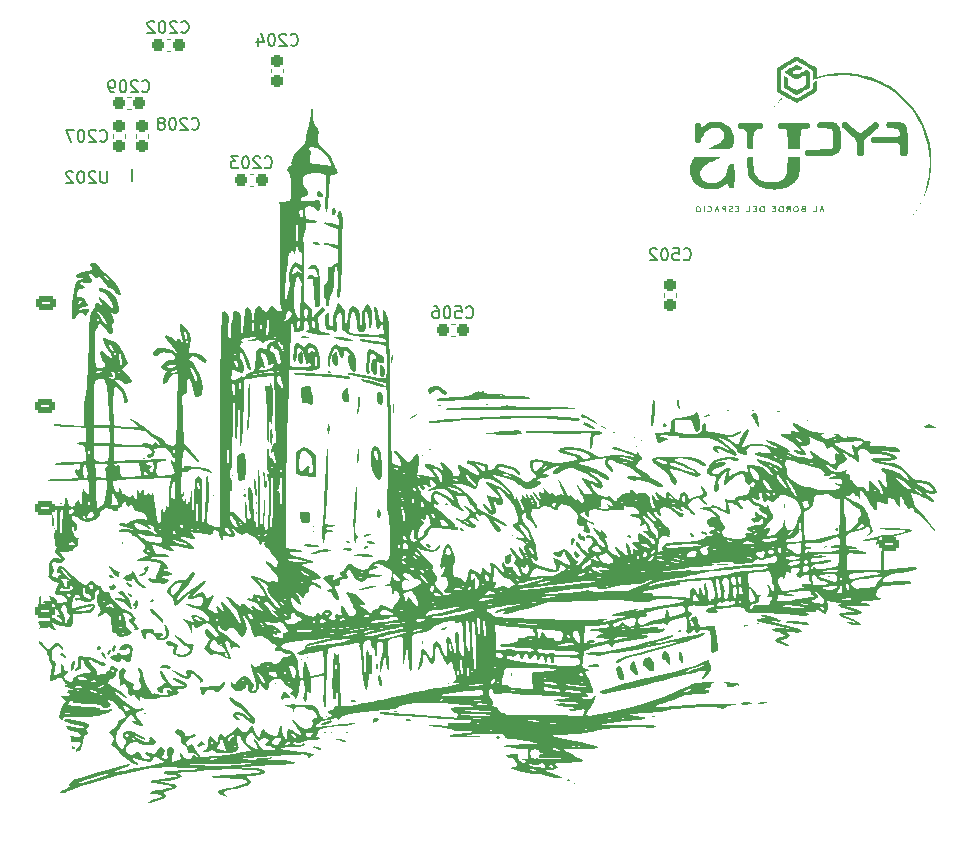
<source format=gbo>
G04 #@! TF.GenerationSoftware,KiCad,Pcbnew,7.0.2-6a45011f42~172~ubuntu20.04.1*
G04 #@! TF.CreationDate,2023-05-04T18:05:18+02:00*
G04 #@! TF.ProjectId,EPS,4550532e-6b69-4636-9164-5f7063625858,v1.0.1*
G04 #@! TF.SameCoordinates,Original*
G04 #@! TF.FileFunction,Legend,Bot*
G04 #@! TF.FilePolarity,Positive*
%FSLAX46Y46*%
G04 Gerber Fmt 4.6, Leading zero omitted, Abs format (unit mm)*
G04 Created by KiCad (PCBNEW 7.0.2-6a45011f42~172~ubuntu20.04.1) date 2023-05-04 18:05:18*
%MOMM*%
%LPD*%
G01*
G04 APERTURE LIST*
G04 Aperture macros list*
%AMRoundRect*
0 Rectangle with rounded corners*
0 $1 Rounding radius*
0 $2 $3 $4 $5 $6 $7 $8 $9 X,Y pos of 4 corners*
0 Add a 4 corners polygon primitive as box body*
4,1,4,$2,$3,$4,$5,$6,$7,$8,$9,$2,$3,0*
0 Add four circle primitives for the rounded corners*
1,1,$1+$1,$2,$3*
1,1,$1+$1,$4,$5*
1,1,$1+$1,$6,$7*
1,1,$1+$1,$8,$9*
0 Add four rect primitives between the rounded corners*
20,1,$1+$1,$2,$3,$4,$5,0*
20,1,$1+$1,$4,$5,$6,$7,0*
20,1,$1+$1,$6,$7,$8,$9,0*
20,1,$1+$1,$8,$9,$2,$3,0*%
G04 Aperture macros list end*
%ADD10C,0.150000*%
%ADD11C,0.120000*%
%ADD12C,0.200000*%
%ADD13RoundRect,0.250000X-0.625000X0.350000X-0.625000X-0.350000X0.625000X-0.350000X0.625000X0.350000X0*%
%ADD14O,1.750000X1.200000*%
%ADD15R,1.350000X1.350000*%
%ADD16O,1.350000X1.350000*%
%ADD17R,1.700000X1.700000*%
%ADD18O,1.700000X1.700000*%
%ADD19C,0.800000*%
%ADD20C,6.400000*%
%ADD21RoundRect,0.250000X0.625000X-0.350000X0.625000X0.350000X-0.625000X0.350000X-0.625000X-0.350000X0*%
%ADD22R,0.850000X0.850000*%
%ADD23O,0.850000X0.850000*%
%ADD24RoundRect,0.237500X0.300000X0.237500X-0.300000X0.237500X-0.300000X-0.237500X0.300000X-0.237500X0*%
%ADD25RoundRect,0.237500X0.237500X-0.300000X0.237500X0.300000X-0.237500X0.300000X-0.237500X-0.300000X0*%
%ADD26RoundRect,0.237500X-0.300000X-0.237500X0.300000X-0.237500X0.300000X0.237500X-0.300000X0.237500X0*%
%ADD27RoundRect,0.237500X-0.237500X0.300000X-0.237500X-0.300000X0.237500X-0.300000X0.237500X0.300000X0*%
%ADD28R,1.000000X1.400000*%
G04 APERTURE END LIST*
D10*
X132042347Y-87303980D02*
X132089966Y-87351600D01*
X132089966Y-87351600D02*
X132232823Y-87399219D01*
X132232823Y-87399219D02*
X132328061Y-87399219D01*
X132328061Y-87399219D02*
X132470918Y-87351600D01*
X132470918Y-87351600D02*
X132566156Y-87256361D01*
X132566156Y-87256361D02*
X132613775Y-87161123D01*
X132613775Y-87161123D02*
X132661394Y-86970647D01*
X132661394Y-86970647D02*
X132661394Y-86827790D01*
X132661394Y-86827790D02*
X132613775Y-86637314D01*
X132613775Y-86637314D02*
X132566156Y-86542076D01*
X132566156Y-86542076D02*
X132470918Y-86446838D01*
X132470918Y-86446838D02*
X132328061Y-86399219D01*
X132328061Y-86399219D02*
X132232823Y-86399219D01*
X132232823Y-86399219D02*
X132089966Y-86446838D01*
X132089966Y-86446838D02*
X132042347Y-86494457D01*
X131661394Y-86494457D02*
X131613775Y-86446838D01*
X131613775Y-86446838D02*
X131518537Y-86399219D01*
X131518537Y-86399219D02*
X131280442Y-86399219D01*
X131280442Y-86399219D02*
X131185204Y-86446838D01*
X131185204Y-86446838D02*
X131137585Y-86494457D01*
X131137585Y-86494457D02*
X131089966Y-86589695D01*
X131089966Y-86589695D02*
X131089966Y-86684933D01*
X131089966Y-86684933D02*
X131137585Y-86827790D01*
X131137585Y-86827790D02*
X131709013Y-87399219D01*
X131709013Y-87399219D02*
X131089966Y-87399219D01*
X130470918Y-86399219D02*
X130375680Y-86399219D01*
X130375680Y-86399219D02*
X130280442Y-86446838D01*
X130280442Y-86446838D02*
X130232823Y-86494457D01*
X130232823Y-86494457D02*
X130185204Y-86589695D01*
X130185204Y-86589695D02*
X130137585Y-86780171D01*
X130137585Y-86780171D02*
X130137585Y-87018266D01*
X130137585Y-87018266D02*
X130185204Y-87208742D01*
X130185204Y-87208742D02*
X130232823Y-87303980D01*
X130232823Y-87303980D02*
X130280442Y-87351600D01*
X130280442Y-87351600D02*
X130375680Y-87399219D01*
X130375680Y-87399219D02*
X130470918Y-87399219D01*
X130470918Y-87399219D02*
X130566156Y-87351600D01*
X130566156Y-87351600D02*
X130613775Y-87303980D01*
X130613775Y-87303980D02*
X130661394Y-87208742D01*
X130661394Y-87208742D02*
X130709013Y-87018266D01*
X130709013Y-87018266D02*
X130709013Y-86780171D01*
X130709013Y-86780171D02*
X130661394Y-86589695D01*
X130661394Y-86589695D02*
X130613775Y-86494457D01*
X130613775Y-86494457D02*
X130566156Y-86446838D01*
X130566156Y-86446838D02*
X130470918Y-86399219D01*
X129804251Y-86399219D02*
X129185204Y-86399219D01*
X129185204Y-86399219D02*
X129518537Y-86780171D01*
X129518537Y-86780171D02*
X129375680Y-86780171D01*
X129375680Y-86780171D02*
X129280442Y-86827790D01*
X129280442Y-86827790D02*
X129232823Y-86875409D01*
X129232823Y-86875409D02*
X129185204Y-86970647D01*
X129185204Y-86970647D02*
X129185204Y-87208742D01*
X129185204Y-87208742D02*
X129232823Y-87303980D01*
X129232823Y-87303980D02*
X129280442Y-87351600D01*
X129280442Y-87351600D02*
X129375680Y-87399219D01*
X129375680Y-87399219D02*
X129661394Y-87399219D01*
X129661394Y-87399219D02*
X129756632Y-87351600D01*
X129756632Y-87351600D02*
X129804251Y-87303980D01*
X149111147Y-100003980D02*
X149158766Y-100051600D01*
X149158766Y-100051600D02*
X149301623Y-100099219D01*
X149301623Y-100099219D02*
X149396861Y-100099219D01*
X149396861Y-100099219D02*
X149539718Y-100051600D01*
X149539718Y-100051600D02*
X149634956Y-99956361D01*
X149634956Y-99956361D02*
X149682575Y-99861123D01*
X149682575Y-99861123D02*
X149730194Y-99670647D01*
X149730194Y-99670647D02*
X149730194Y-99527790D01*
X149730194Y-99527790D02*
X149682575Y-99337314D01*
X149682575Y-99337314D02*
X149634956Y-99242076D01*
X149634956Y-99242076D02*
X149539718Y-99146838D01*
X149539718Y-99146838D02*
X149396861Y-99099219D01*
X149396861Y-99099219D02*
X149301623Y-99099219D01*
X149301623Y-99099219D02*
X149158766Y-99146838D01*
X149158766Y-99146838D02*
X149111147Y-99194457D01*
X148206385Y-99099219D02*
X148682575Y-99099219D01*
X148682575Y-99099219D02*
X148730194Y-99575409D01*
X148730194Y-99575409D02*
X148682575Y-99527790D01*
X148682575Y-99527790D02*
X148587337Y-99480171D01*
X148587337Y-99480171D02*
X148349242Y-99480171D01*
X148349242Y-99480171D02*
X148254004Y-99527790D01*
X148254004Y-99527790D02*
X148206385Y-99575409D01*
X148206385Y-99575409D02*
X148158766Y-99670647D01*
X148158766Y-99670647D02*
X148158766Y-99908742D01*
X148158766Y-99908742D02*
X148206385Y-100003980D01*
X148206385Y-100003980D02*
X148254004Y-100051600D01*
X148254004Y-100051600D02*
X148349242Y-100099219D01*
X148349242Y-100099219D02*
X148587337Y-100099219D01*
X148587337Y-100099219D02*
X148682575Y-100051600D01*
X148682575Y-100051600D02*
X148730194Y-100003980D01*
X147539718Y-99099219D02*
X147444480Y-99099219D01*
X147444480Y-99099219D02*
X147349242Y-99146838D01*
X147349242Y-99146838D02*
X147301623Y-99194457D01*
X147301623Y-99194457D02*
X147254004Y-99289695D01*
X147254004Y-99289695D02*
X147206385Y-99480171D01*
X147206385Y-99480171D02*
X147206385Y-99718266D01*
X147206385Y-99718266D02*
X147254004Y-99908742D01*
X147254004Y-99908742D02*
X147301623Y-100003980D01*
X147301623Y-100003980D02*
X147349242Y-100051600D01*
X147349242Y-100051600D02*
X147444480Y-100099219D01*
X147444480Y-100099219D02*
X147539718Y-100099219D01*
X147539718Y-100099219D02*
X147634956Y-100051600D01*
X147634956Y-100051600D02*
X147682575Y-100003980D01*
X147682575Y-100003980D02*
X147730194Y-99908742D01*
X147730194Y-99908742D02*
X147777813Y-99718266D01*
X147777813Y-99718266D02*
X147777813Y-99480171D01*
X147777813Y-99480171D02*
X147730194Y-99289695D01*
X147730194Y-99289695D02*
X147682575Y-99194457D01*
X147682575Y-99194457D02*
X147634956Y-99146838D01*
X147634956Y-99146838D02*
X147539718Y-99099219D01*
X146349242Y-99099219D02*
X146539718Y-99099219D01*
X146539718Y-99099219D02*
X146634956Y-99146838D01*
X146634956Y-99146838D02*
X146682575Y-99194457D01*
X146682575Y-99194457D02*
X146777813Y-99337314D01*
X146777813Y-99337314D02*
X146825432Y-99527790D01*
X146825432Y-99527790D02*
X146825432Y-99908742D01*
X146825432Y-99908742D02*
X146777813Y-100003980D01*
X146777813Y-100003980D02*
X146730194Y-100051600D01*
X146730194Y-100051600D02*
X146634956Y-100099219D01*
X146634956Y-100099219D02*
X146444480Y-100099219D01*
X146444480Y-100099219D02*
X146349242Y-100051600D01*
X146349242Y-100051600D02*
X146301623Y-100003980D01*
X146301623Y-100003980D02*
X146254004Y-99908742D01*
X146254004Y-99908742D02*
X146254004Y-99670647D01*
X146254004Y-99670647D02*
X146301623Y-99575409D01*
X146301623Y-99575409D02*
X146349242Y-99527790D01*
X146349242Y-99527790D02*
X146444480Y-99480171D01*
X146444480Y-99480171D02*
X146634956Y-99480171D01*
X146634956Y-99480171D02*
X146730194Y-99527790D01*
X146730194Y-99527790D02*
X146777813Y-99575409D01*
X146777813Y-99575409D02*
X146825432Y-99670647D01*
X167526147Y-95083980D02*
X167573766Y-95131600D01*
X167573766Y-95131600D02*
X167716623Y-95179219D01*
X167716623Y-95179219D02*
X167811861Y-95179219D01*
X167811861Y-95179219D02*
X167954718Y-95131600D01*
X167954718Y-95131600D02*
X168049956Y-95036361D01*
X168049956Y-95036361D02*
X168097575Y-94941123D01*
X168097575Y-94941123D02*
X168145194Y-94750647D01*
X168145194Y-94750647D02*
X168145194Y-94607790D01*
X168145194Y-94607790D02*
X168097575Y-94417314D01*
X168097575Y-94417314D02*
X168049956Y-94322076D01*
X168049956Y-94322076D02*
X167954718Y-94226838D01*
X167954718Y-94226838D02*
X167811861Y-94179219D01*
X167811861Y-94179219D02*
X167716623Y-94179219D01*
X167716623Y-94179219D02*
X167573766Y-94226838D01*
X167573766Y-94226838D02*
X167526147Y-94274457D01*
X166621385Y-94179219D02*
X167097575Y-94179219D01*
X167097575Y-94179219D02*
X167145194Y-94655409D01*
X167145194Y-94655409D02*
X167097575Y-94607790D01*
X167097575Y-94607790D02*
X167002337Y-94560171D01*
X167002337Y-94560171D02*
X166764242Y-94560171D01*
X166764242Y-94560171D02*
X166669004Y-94607790D01*
X166669004Y-94607790D02*
X166621385Y-94655409D01*
X166621385Y-94655409D02*
X166573766Y-94750647D01*
X166573766Y-94750647D02*
X166573766Y-94988742D01*
X166573766Y-94988742D02*
X166621385Y-95083980D01*
X166621385Y-95083980D02*
X166669004Y-95131600D01*
X166669004Y-95131600D02*
X166764242Y-95179219D01*
X166764242Y-95179219D02*
X167002337Y-95179219D01*
X167002337Y-95179219D02*
X167097575Y-95131600D01*
X167097575Y-95131600D02*
X167145194Y-95083980D01*
X165954718Y-94179219D02*
X165859480Y-94179219D01*
X165859480Y-94179219D02*
X165764242Y-94226838D01*
X165764242Y-94226838D02*
X165716623Y-94274457D01*
X165716623Y-94274457D02*
X165669004Y-94369695D01*
X165669004Y-94369695D02*
X165621385Y-94560171D01*
X165621385Y-94560171D02*
X165621385Y-94798266D01*
X165621385Y-94798266D02*
X165669004Y-94988742D01*
X165669004Y-94988742D02*
X165716623Y-95083980D01*
X165716623Y-95083980D02*
X165764242Y-95131600D01*
X165764242Y-95131600D02*
X165859480Y-95179219D01*
X165859480Y-95179219D02*
X165954718Y-95179219D01*
X165954718Y-95179219D02*
X166049956Y-95131600D01*
X166049956Y-95131600D02*
X166097575Y-95083980D01*
X166097575Y-95083980D02*
X166145194Y-94988742D01*
X166145194Y-94988742D02*
X166192813Y-94798266D01*
X166192813Y-94798266D02*
X166192813Y-94560171D01*
X166192813Y-94560171D02*
X166145194Y-94369695D01*
X166145194Y-94369695D02*
X166097575Y-94274457D01*
X166097575Y-94274457D02*
X166049956Y-94226838D01*
X166049956Y-94226838D02*
X165954718Y-94179219D01*
X165240432Y-94274457D02*
X165192813Y-94226838D01*
X165192813Y-94226838D02*
X165097575Y-94179219D01*
X165097575Y-94179219D02*
X164859480Y-94179219D01*
X164859480Y-94179219D02*
X164764242Y-94226838D01*
X164764242Y-94226838D02*
X164716623Y-94274457D01*
X164716623Y-94274457D02*
X164669004Y-94369695D01*
X164669004Y-94369695D02*
X164669004Y-94464933D01*
X164669004Y-94464933D02*
X164716623Y-94607790D01*
X164716623Y-94607790D02*
X165288051Y-95179219D01*
X165288051Y-95179219D02*
X164669004Y-95179219D01*
X118123147Y-85050980D02*
X118170766Y-85098600D01*
X118170766Y-85098600D02*
X118313623Y-85146219D01*
X118313623Y-85146219D02*
X118408861Y-85146219D01*
X118408861Y-85146219D02*
X118551718Y-85098600D01*
X118551718Y-85098600D02*
X118646956Y-85003361D01*
X118646956Y-85003361D02*
X118694575Y-84908123D01*
X118694575Y-84908123D02*
X118742194Y-84717647D01*
X118742194Y-84717647D02*
X118742194Y-84574790D01*
X118742194Y-84574790D02*
X118694575Y-84384314D01*
X118694575Y-84384314D02*
X118646956Y-84289076D01*
X118646956Y-84289076D02*
X118551718Y-84193838D01*
X118551718Y-84193838D02*
X118408861Y-84146219D01*
X118408861Y-84146219D02*
X118313623Y-84146219D01*
X118313623Y-84146219D02*
X118170766Y-84193838D01*
X118170766Y-84193838D02*
X118123147Y-84241457D01*
X117742194Y-84241457D02*
X117694575Y-84193838D01*
X117694575Y-84193838D02*
X117599337Y-84146219D01*
X117599337Y-84146219D02*
X117361242Y-84146219D01*
X117361242Y-84146219D02*
X117266004Y-84193838D01*
X117266004Y-84193838D02*
X117218385Y-84241457D01*
X117218385Y-84241457D02*
X117170766Y-84336695D01*
X117170766Y-84336695D02*
X117170766Y-84431933D01*
X117170766Y-84431933D02*
X117218385Y-84574790D01*
X117218385Y-84574790D02*
X117789813Y-85146219D01*
X117789813Y-85146219D02*
X117170766Y-85146219D01*
X116551718Y-84146219D02*
X116456480Y-84146219D01*
X116456480Y-84146219D02*
X116361242Y-84193838D01*
X116361242Y-84193838D02*
X116313623Y-84241457D01*
X116313623Y-84241457D02*
X116266004Y-84336695D01*
X116266004Y-84336695D02*
X116218385Y-84527171D01*
X116218385Y-84527171D02*
X116218385Y-84765266D01*
X116218385Y-84765266D02*
X116266004Y-84955742D01*
X116266004Y-84955742D02*
X116313623Y-85050980D01*
X116313623Y-85050980D02*
X116361242Y-85098600D01*
X116361242Y-85098600D02*
X116456480Y-85146219D01*
X116456480Y-85146219D02*
X116551718Y-85146219D01*
X116551718Y-85146219D02*
X116646956Y-85098600D01*
X116646956Y-85098600D02*
X116694575Y-85050980D01*
X116694575Y-85050980D02*
X116742194Y-84955742D01*
X116742194Y-84955742D02*
X116789813Y-84765266D01*
X116789813Y-84765266D02*
X116789813Y-84527171D01*
X116789813Y-84527171D02*
X116742194Y-84336695D01*
X116742194Y-84336695D02*
X116694575Y-84241457D01*
X116694575Y-84241457D02*
X116646956Y-84193838D01*
X116646956Y-84193838D02*
X116551718Y-84146219D01*
X115885051Y-84146219D02*
X115218385Y-84146219D01*
X115218385Y-84146219D02*
X115646956Y-85146219D01*
X124984147Y-75840980D02*
X125031766Y-75888600D01*
X125031766Y-75888600D02*
X125174623Y-75936219D01*
X125174623Y-75936219D02*
X125269861Y-75936219D01*
X125269861Y-75936219D02*
X125412718Y-75888600D01*
X125412718Y-75888600D02*
X125507956Y-75793361D01*
X125507956Y-75793361D02*
X125555575Y-75698123D01*
X125555575Y-75698123D02*
X125603194Y-75507647D01*
X125603194Y-75507647D02*
X125603194Y-75364790D01*
X125603194Y-75364790D02*
X125555575Y-75174314D01*
X125555575Y-75174314D02*
X125507956Y-75079076D01*
X125507956Y-75079076D02*
X125412718Y-74983838D01*
X125412718Y-74983838D02*
X125269861Y-74936219D01*
X125269861Y-74936219D02*
X125174623Y-74936219D01*
X125174623Y-74936219D02*
X125031766Y-74983838D01*
X125031766Y-74983838D02*
X124984147Y-75031457D01*
X124603194Y-75031457D02*
X124555575Y-74983838D01*
X124555575Y-74983838D02*
X124460337Y-74936219D01*
X124460337Y-74936219D02*
X124222242Y-74936219D01*
X124222242Y-74936219D02*
X124127004Y-74983838D01*
X124127004Y-74983838D02*
X124079385Y-75031457D01*
X124079385Y-75031457D02*
X124031766Y-75126695D01*
X124031766Y-75126695D02*
X124031766Y-75221933D01*
X124031766Y-75221933D02*
X124079385Y-75364790D01*
X124079385Y-75364790D02*
X124650813Y-75936219D01*
X124650813Y-75936219D02*
X124031766Y-75936219D01*
X123412718Y-74936219D02*
X123317480Y-74936219D01*
X123317480Y-74936219D02*
X123222242Y-74983838D01*
X123222242Y-74983838D02*
X123174623Y-75031457D01*
X123174623Y-75031457D02*
X123127004Y-75126695D01*
X123127004Y-75126695D02*
X123079385Y-75317171D01*
X123079385Y-75317171D02*
X123079385Y-75555266D01*
X123079385Y-75555266D02*
X123127004Y-75745742D01*
X123127004Y-75745742D02*
X123174623Y-75840980D01*
X123174623Y-75840980D02*
X123222242Y-75888600D01*
X123222242Y-75888600D02*
X123317480Y-75936219D01*
X123317480Y-75936219D02*
X123412718Y-75936219D01*
X123412718Y-75936219D02*
X123507956Y-75888600D01*
X123507956Y-75888600D02*
X123555575Y-75840980D01*
X123555575Y-75840980D02*
X123603194Y-75745742D01*
X123603194Y-75745742D02*
X123650813Y-75555266D01*
X123650813Y-75555266D02*
X123650813Y-75317171D01*
X123650813Y-75317171D02*
X123603194Y-75126695D01*
X123603194Y-75126695D02*
X123555575Y-75031457D01*
X123555575Y-75031457D02*
X123507956Y-74983838D01*
X123507956Y-74983838D02*
X123412718Y-74936219D01*
X122698432Y-75031457D02*
X122650813Y-74983838D01*
X122650813Y-74983838D02*
X122555575Y-74936219D01*
X122555575Y-74936219D02*
X122317480Y-74936219D01*
X122317480Y-74936219D02*
X122222242Y-74983838D01*
X122222242Y-74983838D02*
X122174623Y-75031457D01*
X122174623Y-75031457D02*
X122127004Y-75126695D01*
X122127004Y-75126695D02*
X122127004Y-75221933D01*
X122127004Y-75221933D02*
X122174623Y-75364790D01*
X122174623Y-75364790D02*
X122746051Y-75936219D01*
X122746051Y-75936219D02*
X122127004Y-75936219D01*
X134252147Y-76922980D02*
X134299766Y-76970600D01*
X134299766Y-76970600D02*
X134442623Y-77018219D01*
X134442623Y-77018219D02*
X134537861Y-77018219D01*
X134537861Y-77018219D02*
X134680718Y-76970600D01*
X134680718Y-76970600D02*
X134775956Y-76875361D01*
X134775956Y-76875361D02*
X134823575Y-76780123D01*
X134823575Y-76780123D02*
X134871194Y-76589647D01*
X134871194Y-76589647D02*
X134871194Y-76446790D01*
X134871194Y-76446790D02*
X134823575Y-76256314D01*
X134823575Y-76256314D02*
X134775956Y-76161076D01*
X134775956Y-76161076D02*
X134680718Y-76065838D01*
X134680718Y-76065838D02*
X134537861Y-76018219D01*
X134537861Y-76018219D02*
X134442623Y-76018219D01*
X134442623Y-76018219D02*
X134299766Y-76065838D01*
X134299766Y-76065838D02*
X134252147Y-76113457D01*
X133871194Y-76113457D02*
X133823575Y-76065838D01*
X133823575Y-76065838D02*
X133728337Y-76018219D01*
X133728337Y-76018219D02*
X133490242Y-76018219D01*
X133490242Y-76018219D02*
X133395004Y-76065838D01*
X133395004Y-76065838D02*
X133347385Y-76113457D01*
X133347385Y-76113457D02*
X133299766Y-76208695D01*
X133299766Y-76208695D02*
X133299766Y-76303933D01*
X133299766Y-76303933D02*
X133347385Y-76446790D01*
X133347385Y-76446790D02*
X133918813Y-77018219D01*
X133918813Y-77018219D02*
X133299766Y-77018219D01*
X132680718Y-76018219D02*
X132585480Y-76018219D01*
X132585480Y-76018219D02*
X132490242Y-76065838D01*
X132490242Y-76065838D02*
X132442623Y-76113457D01*
X132442623Y-76113457D02*
X132395004Y-76208695D01*
X132395004Y-76208695D02*
X132347385Y-76399171D01*
X132347385Y-76399171D02*
X132347385Y-76637266D01*
X132347385Y-76637266D02*
X132395004Y-76827742D01*
X132395004Y-76827742D02*
X132442623Y-76922980D01*
X132442623Y-76922980D02*
X132490242Y-76970600D01*
X132490242Y-76970600D02*
X132585480Y-77018219D01*
X132585480Y-77018219D02*
X132680718Y-77018219D01*
X132680718Y-77018219D02*
X132775956Y-76970600D01*
X132775956Y-76970600D02*
X132823575Y-76922980D01*
X132823575Y-76922980D02*
X132871194Y-76827742D01*
X132871194Y-76827742D02*
X132918813Y-76637266D01*
X132918813Y-76637266D02*
X132918813Y-76399171D01*
X132918813Y-76399171D02*
X132871194Y-76208695D01*
X132871194Y-76208695D02*
X132823575Y-76113457D01*
X132823575Y-76113457D02*
X132775956Y-76065838D01*
X132775956Y-76065838D02*
X132680718Y-76018219D01*
X131490242Y-76351552D02*
X131490242Y-77018219D01*
X131728337Y-75970600D02*
X131966432Y-76684885D01*
X131966432Y-76684885D02*
X131347385Y-76684885D01*
X118721385Y-87636219D02*
X118721385Y-88445742D01*
X118721385Y-88445742D02*
X118673766Y-88540980D01*
X118673766Y-88540980D02*
X118626147Y-88588600D01*
X118626147Y-88588600D02*
X118530909Y-88636219D01*
X118530909Y-88636219D02*
X118340433Y-88636219D01*
X118340433Y-88636219D02*
X118245195Y-88588600D01*
X118245195Y-88588600D02*
X118197576Y-88540980D01*
X118197576Y-88540980D02*
X118149957Y-88445742D01*
X118149957Y-88445742D02*
X118149957Y-87636219D01*
X117721385Y-87731457D02*
X117673766Y-87683838D01*
X117673766Y-87683838D02*
X117578528Y-87636219D01*
X117578528Y-87636219D02*
X117340433Y-87636219D01*
X117340433Y-87636219D02*
X117245195Y-87683838D01*
X117245195Y-87683838D02*
X117197576Y-87731457D01*
X117197576Y-87731457D02*
X117149957Y-87826695D01*
X117149957Y-87826695D02*
X117149957Y-87921933D01*
X117149957Y-87921933D02*
X117197576Y-88064790D01*
X117197576Y-88064790D02*
X117769004Y-88636219D01*
X117769004Y-88636219D02*
X117149957Y-88636219D01*
X116530909Y-87636219D02*
X116435671Y-87636219D01*
X116435671Y-87636219D02*
X116340433Y-87683838D01*
X116340433Y-87683838D02*
X116292814Y-87731457D01*
X116292814Y-87731457D02*
X116245195Y-87826695D01*
X116245195Y-87826695D02*
X116197576Y-88017171D01*
X116197576Y-88017171D02*
X116197576Y-88255266D01*
X116197576Y-88255266D02*
X116245195Y-88445742D01*
X116245195Y-88445742D02*
X116292814Y-88540980D01*
X116292814Y-88540980D02*
X116340433Y-88588600D01*
X116340433Y-88588600D02*
X116435671Y-88636219D01*
X116435671Y-88636219D02*
X116530909Y-88636219D01*
X116530909Y-88636219D02*
X116626147Y-88588600D01*
X116626147Y-88588600D02*
X116673766Y-88540980D01*
X116673766Y-88540980D02*
X116721385Y-88445742D01*
X116721385Y-88445742D02*
X116769004Y-88255266D01*
X116769004Y-88255266D02*
X116769004Y-88017171D01*
X116769004Y-88017171D02*
X116721385Y-87826695D01*
X116721385Y-87826695D02*
X116673766Y-87731457D01*
X116673766Y-87731457D02*
X116626147Y-87683838D01*
X116626147Y-87683838D02*
X116530909Y-87636219D01*
X115816623Y-87731457D02*
X115769004Y-87683838D01*
X115769004Y-87683838D02*
X115673766Y-87636219D01*
X115673766Y-87636219D02*
X115435671Y-87636219D01*
X115435671Y-87636219D02*
X115340433Y-87683838D01*
X115340433Y-87683838D02*
X115292814Y-87731457D01*
X115292814Y-87731457D02*
X115245195Y-87826695D01*
X115245195Y-87826695D02*
X115245195Y-87921933D01*
X115245195Y-87921933D02*
X115292814Y-88064790D01*
X115292814Y-88064790D02*
X115864242Y-88636219D01*
X115864242Y-88636219D02*
X115245195Y-88636219D01*
X125870147Y-84034980D02*
X125917766Y-84082600D01*
X125917766Y-84082600D02*
X126060623Y-84130219D01*
X126060623Y-84130219D02*
X126155861Y-84130219D01*
X126155861Y-84130219D02*
X126298718Y-84082600D01*
X126298718Y-84082600D02*
X126393956Y-83987361D01*
X126393956Y-83987361D02*
X126441575Y-83892123D01*
X126441575Y-83892123D02*
X126489194Y-83701647D01*
X126489194Y-83701647D02*
X126489194Y-83558790D01*
X126489194Y-83558790D02*
X126441575Y-83368314D01*
X126441575Y-83368314D02*
X126393956Y-83273076D01*
X126393956Y-83273076D02*
X126298718Y-83177838D01*
X126298718Y-83177838D02*
X126155861Y-83130219D01*
X126155861Y-83130219D02*
X126060623Y-83130219D01*
X126060623Y-83130219D02*
X125917766Y-83177838D01*
X125917766Y-83177838D02*
X125870147Y-83225457D01*
X125489194Y-83225457D02*
X125441575Y-83177838D01*
X125441575Y-83177838D02*
X125346337Y-83130219D01*
X125346337Y-83130219D02*
X125108242Y-83130219D01*
X125108242Y-83130219D02*
X125013004Y-83177838D01*
X125013004Y-83177838D02*
X124965385Y-83225457D01*
X124965385Y-83225457D02*
X124917766Y-83320695D01*
X124917766Y-83320695D02*
X124917766Y-83415933D01*
X124917766Y-83415933D02*
X124965385Y-83558790D01*
X124965385Y-83558790D02*
X125536813Y-84130219D01*
X125536813Y-84130219D02*
X124917766Y-84130219D01*
X124298718Y-83130219D02*
X124203480Y-83130219D01*
X124203480Y-83130219D02*
X124108242Y-83177838D01*
X124108242Y-83177838D02*
X124060623Y-83225457D01*
X124060623Y-83225457D02*
X124013004Y-83320695D01*
X124013004Y-83320695D02*
X123965385Y-83511171D01*
X123965385Y-83511171D02*
X123965385Y-83749266D01*
X123965385Y-83749266D02*
X124013004Y-83939742D01*
X124013004Y-83939742D02*
X124060623Y-84034980D01*
X124060623Y-84034980D02*
X124108242Y-84082600D01*
X124108242Y-84082600D02*
X124203480Y-84130219D01*
X124203480Y-84130219D02*
X124298718Y-84130219D01*
X124298718Y-84130219D02*
X124393956Y-84082600D01*
X124393956Y-84082600D02*
X124441575Y-84034980D01*
X124441575Y-84034980D02*
X124489194Y-83939742D01*
X124489194Y-83939742D02*
X124536813Y-83749266D01*
X124536813Y-83749266D02*
X124536813Y-83511171D01*
X124536813Y-83511171D02*
X124489194Y-83320695D01*
X124489194Y-83320695D02*
X124441575Y-83225457D01*
X124441575Y-83225457D02*
X124393956Y-83177838D01*
X124393956Y-83177838D02*
X124298718Y-83130219D01*
X123393956Y-83558790D02*
X123489194Y-83511171D01*
X123489194Y-83511171D02*
X123536813Y-83463552D01*
X123536813Y-83463552D02*
X123584432Y-83368314D01*
X123584432Y-83368314D02*
X123584432Y-83320695D01*
X123584432Y-83320695D02*
X123536813Y-83225457D01*
X123536813Y-83225457D02*
X123489194Y-83177838D01*
X123489194Y-83177838D02*
X123393956Y-83130219D01*
X123393956Y-83130219D02*
X123203480Y-83130219D01*
X123203480Y-83130219D02*
X123108242Y-83177838D01*
X123108242Y-83177838D02*
X123060623Y-83225457D01*
X123060623Y-83225457D02*
X123013004Y-83320695D01*
X123013004Y-83320695D02*
X123013004Y-83368314D01*
X123013004Y-83368314D02*
X123060623Y-83463552D01*
X123060623Y-83463552D02*
X123108242Y-83511171D01*
X123108242Y-83511171D02*
X123203480Y-83558790D01*
X123203480Y-83558790D02*
X123393956Y-83558790D01*
X123393956Y-83558790D02*
X123489194Y-83606409D01*
X123489194Y-83606409D02*
X123536813Y-83654028D01*
X123536813Y-83654028D02*
X123584432Y-83749266D01*
X123584432Y-83749266D02*
X123584432Y-83939742D01*
X123584432Y-83939742D02*
X123536813Y-84034980D01*
X123536813Y-84034980D02*
X123489194Y-84082600D01*
X123489194Y-84082600D02*
X123393956Y-84130219D01*
X123393956Y-84130219D02*
X123203480Y-84130219D01*
X123203480Y-84130219D02*
X123108242Y-84082600D01*
X123108242Y-84082600D02*
X123060623Y-84034980D01*
X123060623Y-84034980D02*
X123013004Y-83939742D01*
X123013004Y-83939742D02*
X123013004Y-83749266D01*
X123013004Y-83749266D02*
X123060623Y-83654028D01*
X123060623Y-83654028D02*
X123108242Y-83606409D01*
X123108242Y-83606409D02*
X123203480Y-83558790D01*
X121679147Y-80859980D02*
X121726766Y-80907600D01*
X121726766Y-80907600D02*
X121869623Y-80955219D01*
X121869623Y-80955219D02*
X121964861Y-80955219D01*
X121964861Y-80955219D02*
X122107718Y-80907600D01*
X122107718Y-80907600D02*
X122202956Y-80812361D01*
X122202956Y-80812361D02*
X122250575Y-80717123D01*
X122250575Y-80717123D02*
X122298194Y-80526647D01*
X122298194Y-80526647D02*
X122298194Y-80383790D01*
X122298194Y-80383790D02*
X122250575Y-80193314D01*
X122250575Y-80193314D02*
X122202956Y-80098076D01*
X122202956Y-80098076D02*
X122107718Y-80002838D01*
X122107718Y-80002838D02*
X121964861Y-79955219D01*
X121964861Y-79955219D02*
X121869623Y-79955219D01*
X121869623Y-79955219D02*
X121726766Y-80002838D01*
X121726766Y-80002838D02*
X121679147Y-80050457D01*
X121298194Y-80050457D02*
X121250575Y-80002838D01*
X121250575Y-80002838D02*
X121155337Y-79955219D01*
X121155337Y-79955219D02*
X120917242Y-79955219D01*
X120917242Y-79955219D02*
X120822004Y-80002838D01*
X120822004Y-80002838D02*
X120774385Y-80050457D01*
X120774385Y-80050457D02*
X120726766Y-80145695D01*
X120726766Y-80145695D02*
X120726766Y-80240933D01*
X120726766Y-80240933D02*
X120774385Y-80383790D01*
X120774385Y-80383790D02*
X121345813Y-80955219D01*
X121345813Y-80955219D02*
X120726766Y-80955219D01*
X120107718Y-79955219D02*
X120012480Y-79955219D01*
X120012480Y-79955219D02*
X119917242Y-80002838D01*
X119917242Y-80002838D02*
X119869623Y-80050457D01*
X119869623Y-80050457D02*
X119822004Y-80145695D01*
X119822004Y-80145695D02*
X119774385Y-80336171D01*
X119774385Y-80336171D02*
X119774385Y-80574266D01*
X119774385Y-80574266D02*
X119822004Y-80764742D01*
X119822004Y-80764742D02*
X119869623Y-80859980D01*
X119869623Y-80859980D02*
X119917242Y-80907600D01*
X119917242Y-80907600D02*
X120012480Y-80955219D01*
X120012480Y-80955219D02*
X120107718Y-80955219D01*
X120107718Y-80955219D02*
X120202956Y-80907600D01*
X120202956Y-80907600D02*
X120250575Y-80859980D01*
X120250575Y-80859980D02*
X120298194Y-80764742D01*
X120298194Y-80764742D02*
X120345813Y-80574266D01*
X120345813Y-80574266D02*
X120345813Y-80336171D01*
X120345813Y-80336171D02*
X120298194Y-80145695D01*
X120298194Y-80145695D02*
X120250575Y-80050457D01*
X120250575Y-80050457D02*
X120202956Y-80002838D01*
X120202956Y-80002838D02*
X120107718Y-79955219D01*
X119298194Y-80955219D02*
X119107718Y-80955219D01*
X119107718Y-80955219D02*
X119012480Y-80907600D01*
X119012480Y-80907600D02*
X118964861Y-80859980D01*
X118964861Y-80859980D02*
X118869623Y-80717123D01*
X118869623Y-80717123D02*
X118822004Y-80526647D01*
X118822004Y-80526647D02*
X118822004Y-80145695D01*
X118822004Y-80145695D02*
X118869623Y-80050457D01*
X118869623Y-80050457D02*
X118917242Y-80002838D01*
X118917242Y-80002838D02*
X119012480Y-79955219D01*
X119012480Y-79955219D02*
X119202956Y-79955219D01*
X119202956Y-79955219D02*
X119298194Y-80002838D01*
X119298194Y-80002838D02*
X119345813Y-80050457D01*
X119345813Y-80050457D02*
X119393432Y-80145695D01*
X119393432Y-80145695D02*
X119393432Y-80383790D01*
X119393432Y-80383790D02*
X119345813Y-80479028D01*
X119345813Y-80479028D02*
X119298194Y-80526647D01*
X119298194Y-80526647D02*
X119202956Y-80574266D01*
X119202956Y-80574266D02*
X119012480Y-80574266D01*
X119012480Y-80574266D02*
X118917242Y-80526647D01*
X118917242Y-80526647D02*
X118869623Y-80479028D01*
X118869623Y-80479028D02*
X118822004Y-80383790D01*
G36*
X188450909Y-109131677D02*
G01*
X188461599Y-109144000D01*
X188618461Y-109237105D01*
X188872591Y-109334402D01*
X188933175Y-109353650D01*
X189058384Y-109402032D01*
X189039176Y-109426231D01*
X188855226Y-109430755D01*
X188486210Y-109420114D01*
X188435374Y-109418087D01*
X188083112Y-109391039D01*
X187834355Y-109349447D01*
X187740181Y-109301436D01*
X187749305Y-109273969D01*
X187881955Y-109186102D01*
X188103013Y-109118789D01*
X188322618Y-109093493D01*
X188450909Y-109131677D01*
G37*
G36*
X158247548Y-118699905D02*
G01*
X158315001Y-118849231D01*
X158248039Y-119078677D01*
X158172197Y-119219095D01*
X158048474Y-119332541D01*
X157976397Y-119257871D01*
X157988314Y-119004341D01*
X158011189Y-118888856D01*
X158071223Y-118674065D01*
X158141147Y-118621490D01*
X158247548Y-118699905D01*
G37*
G36*
X135501168Y-101633423D02*
G01*
X135597600Y-101645559D01*
X135800387Y-101701356D01*
X135850686Y-101771694D01*
X135803468Y-101811581D01*
X135637180Y-101812364D01*
X135538790Y-101784110D01*
X135287663Y-101753936D01*
X135176358Y-101739917D01*
X135090405Y-101674093D01*
X135101298Y-101656887D01*
X135244642Y-101626559D01*
X135501168Y-101633423D01*
G37*
G36*
X115907914Y-129006522D02*
G01*
X116011037Y-129110812D01*
X116015953Y-129346483D01*
X115920413Y-129668766D01*
X115881707Y-129754374D01*
X115764007Y-129944320D01*
X115674651Y-129994154D01*
X115663760Y-129982753D01*
X115645969Y-129833427D01*
X115675723Y-129584978D01*
X115736702Y-129313410D01*
X115812585Y-129094732D01*
X115887053Y-129004949D01*
X115907914Y-129006522D01*
G37*
G36*
X141054778Y-118393900D02*
G01*
X141004050Y-118470756D01*
X140823401Y-118546140D01*
X140668778Y-118575750D01*
X140514899Y-118604710D01*
X140495532Y-118604922D01*
X140437774Y-118515880D01*
X140439850Y-118492164D01*
X140514899Y-118411642D01*
X140609952Y-118397894D01*
X140823401Y-118348231D01*
X140971953Y-118332199D01*
X141054778Y-118393900D01*
G37*
G36*
X163472591Y-110546244D02*
G01*
X163421174Y-110597661D01*
X163369757Y-110546244D01*
X163421174Y-110494827D01*
X163472591Y-110546244D01*
G37*
G36*
X154414666Y-108358173D02*
G01*
X155143191Y-108369065D01*
X155878540Y-108388022D01*
X156590356Y-108413796D01*
X157248283Y-108445141D01*
X157821966Y-108480811D01*
X158281049Y-108519559D01*
X158595177Y-108560138D01*
X158733994Y-108601304D01*
X158741387Y-108638921D01*
X158662848Y-108764327D01*
X158653846Y-108772652D01*
X158515917Y-108823600D01*
X158260289Y-108818182D01*
X157847032Y-108755991D01*
X157794101Y-108746826D01*
X157204765Y-108673984D01*
X156443667Y-108620218D01*
X155540536Y-108585263D01*
X154525101Y-108568859D01*
X153427093Y-108570741D01*
X152276241Y-108590648D01*
X151102275Y-108628318D01*
X149934925Y-108683486D01*
X148803919Y-108755892D01*
X147738988Y-108845271D01*
X147136382Y-108895920D01*
X146584768Y-108926909D01*
X146158111Y-108933300D01*
X145882779Y-108914744D01*
X145785142Y-108870898D01*
X145817566Y-108853196D01*
X146021661Y-108815716D01*
X146391713Y-108771648D01*
X146902539Y-108722744D01*
X147528954Y-108670751D01*
X148245775Y-108617420D01*
X149027818Y-108564500D01*
X149849900Y-108513740D01*
X150686837Y-108466889D01*
X151513445Y-108425698D01*
X152304540Y-108391915D01*
X153034940Y-108367290D01*
X153099506Y-108365566D01*
X153723319Y-108356591D01*
X154414666Y-108358173D01*
G37*
G36*
X140766534Y-119402489D02*
G01*
X140806564Y-119449846D01*
X140731546Y-119555499D01*
X140714899Y-119565881D01*
X140516390Y-119640689D01*
X140393016Y-119554995D01*
X140382387Y-119522527D01*
X140451194Y-119427428D01*
X140608941Y-119375289D01*
X140766534Y-119402489D01*
G37*
G36*
X145476640Y-111728835D02*
G01*
X145469219Y-111783275D01*
X145408084Y-111797391D01*
X145395777Y-111782319D01*
X145408084Y-111660279D01*
X145439015Y-111644191D01*
X145476640Y-111728835D01*
G37*
G36*
X135881918Y-105837248D02*
G01*
X135947425Y-105966218D01*
X136013041Y-106222774D01*
X136102256Y-106643225D01*
X136113300Y-106701133D01*
X136138551Y-107037070D01*
X136101153Y-107300125D01*
X136053219Y-107417014D01*
X135971848Y-107479081D01*
X135830225Y-107376473D01*
X135688487Y-107290966D01*
X135431974Y-107268530D01*
X135317274Y-107282307D01*
X135239934Y-107219720D01*
X135188463Y-107036186D01*
X135141787Y-106689666D01*
X135117801Y-106387806D01*
X135121052Y-106111376D01*
X135156345Y-105974348D01*
X135159230Y-105971852D01*
X135320842Y-105898232D01*
X135577616Y-105832299D01*
X135657264Y-105816826D01*
X135793028Y-105799554D01*
X135881918Y-105837248D01*
G37*
G36*
X144393526Y-133996425D02*
G01*
X144442722Y-134078404D01*
X144319757Y-134181378D01*
X144268363Y-134201288D01*
X144089054Y-134234042D01*
X143985547Y-134146649D01*
X143968066Y-134108382D01*
X144005186Y-134035947D01*
X144068425Y-134027756D01*
X144268340Y-133993629D01*
X144393526Y-133996425D01*
G37*
G36*
X136221579Y-118104544D02*
G01*
X136214158Y-118158984D01*
X136153023Y-118173100D01*
X136140716Y-118158028D01*
X136153023Y-118035988D01*
X136183954Y-118019900D01*
X136221579Y-118104544D01*
G37*
G36*
X120728860Y-128994846D02*
G01*
X120654023Y-129131916D01*
X120568950Y-129178304D01*
X120361827Y-129190531D01*
X120099521Y-129050534D01*
X119981728Y-128972086D01*
X119889561Y-128947939D01*
X119870972Y-129050534D01*
X119869735Y-129074892D01*
X119778053Y-129193251D01*
X119560157Y-129179247D01*
X119243141Y-129033612D01*
X119126533Y-128955863D01*
X119049835Y-128864489D01*
X119272158Y-128864489D01*
X119356802Y-128902115D01*
X119411242Y-128894693D01*
X119425358Y-128833559D01*
X119410286Y-128821251D01*
X119288246Y-128833559D01*
X119272158Y-128864489D01*
X119049835Y-128864489D01*
X118993617Y-128797514D01*
X119048942Y-128687564D01*
X119289715Y-128649083D01*
X119473243Y-128619210D01*
X119562470Y-128520541D01*
X119583791Y-128430362D01*
X119695654Y-128400153D01*
X119856429Y-128524672D01*
X119998444Y-128613062D01*
X120250772Y-128622703D01*
X120491972Y-128529433D01*
X120629560Y-128353703D01*
X120637407Y-128193252D01*
X120582034Y-128039067D01*
X120494725Y-127974070D01*
X120415135Y-128053734D01*
X120409177Y-128065775D01*
X120265713Y-128148441D01*
X120015782Y-128182277D01*
X120012687Y-128182276D01*
X119785334Y-128171141D01*
X119724586Y-128114371D01*
X119791989Y-127976630D01*
X119926136Y-127843765D01*
X120206745Y-127722195D01*
X120512462Y-127693301D01*
X120751467Y-127776257D01*
X120755461Y-127779617D01*
X120843521Y-127908026D01*
X120869113Y-128123337D01*
X120839262Y-128482043D01*
X120800744Y-128721361D01*
X120771253Y-128833559D01*
X120728860Y-128994846D01*
G37*
G36*
X137392631Y-111178826D02*
G01*
X137421931Y-111365432D01*
X137441498Y-111700896D01*
X137451414Y-112150879D01*
X137451764Y-112681042D01*
X137442633Y-113257044D01*
X137424105Y-113844546D01*
X137396263Y-114409208D01*
X137359194Y-114916689D01*
X137337871Y-115165447D01*
X137292932Y-115748021D01*
X137255052Y-116313345D01*
X137230737Y-116767702D01*
X137198502Y-117538957D01*
X137764089Y-117599321D01*
X137921320Y-117617522D01*
X138163833Y-117658428D01*
X138202246Y-117692593D01*
X138037640Y-117718450D01*
X137671094Y-117734428D01*
X137444998Y-117755029D01*
X137232022Y-117820233D01*
X137157671Y-117902067D01*
X137240343Y-117972053D01*
X137498435Y-118001710D01*
X137553070Y-118002846D01*
X137776373Y-118037210D01*
X137866923Y-118104544D01*
X137863815Y-118118039D01*
X137744900Y-118181549D01*
X137507004Y-118207378D01*
X137346839Y-118210232D01*
X137206842Y-118251153D01*
X137154769Y-118385795D01*
X137147085Y-118670131D01*
X137142367Y-118808425D01*
X137105579Y-119040972D01*
X137044251Y-119132884D01*
X137003334Y-119084561D01*
X136954869Y-118886456D01*
X136922658Y-118595913D01*
X136913196Y-118278982D01*
X136932981Y-118001710D01*
X136946191Y-117876107D01*
X136970376Y-117554072D01*
X137000625Y-117084039D01*
X137035142Y-116498668D01*
X137072130Y-115830622D01*
X137109793Y-115112564D01*
X137146336Y-114377155D01*
X137179961Y-113657057D01*
X137208872Y-112984932D01*
X137231581Y-112504606D01*
X137264553Y-111979030D01*
X137300353Y-111555701D01*
X137335978Y-111269064D01*
X137368430Y-111153559D01*
X137392631Y-111178826D01*
G37*
G36*
X137661255Y-130187540D02*
G01*
X137609838Y-130238957D01*
X137558421Y-130187540D01*
X137609838Y-130136123D01*
X137661255Y-130187540D01*
G37*
G36*
X120076640Y-119132884D02*
G01*
X120069219Y-119187324D01*
X120008084Y-119201440D01*
X119995777Y-119186368D01*
X120008084Y-119064328D01*
X120039015Y-119048240D01*
X120076640Y-119132884D01*
G37*
G36*
X168154471Y-118244389D02*
G01*
X168304594Y-118363138D01*
X168427831Y-118513811D01*
X168454323Y-118627966D01*
X168416245Y-118659740D01*
X168259030Y-118657689D01*
X168117776Y-118541607D01*
X168028930Y-118365144D01*
X168045654Y-118227568D01*
X168047319Y-118226009D01*
X168154471Y-118244389D01*
G37*
G36*
X115005864Y-137170990D02*
G01*
X115029394Y-137212568D01*
X114965577Y-137304091D01*
X114937063Y-137316348D01*
X114749390Y-137424484D01*
X114502824Y-137589708D01*
X114360806Y-137684527D01*
X114105092Y-137813651D01*
X113951715Y-137827734D01*
X113929866Y-137720131D01*
X113956679Y-137674102D01*
X114120117Y-137533111D01*
X114370639Y-137379701D01*
X114644360Y-137246475D01*
X114877396Y-137166037D01*
X115005864Y-137170990D01*
G37*
G36*
X171356532Y-107855421D02*
G01*
X171372620Y-107886352D01*
X171287976Y-107923977D01*
X171233536Y-107916556D01*
X171219420Y-107855421D01*
X171234492Y-107843114D01*
X171356532Y-107855421D01*
G37*
G36*
X173763860Y-108258187D02*
G01*
X173781014Y-108416225D01*
X173824568Y-108678127D01*
X173902816Y-109089123D01*
X173918011Y-109190447D01*
X173899027Y-109335745D01*
X173818089Y-109324739D01*
X173703253Y-109173992D01*
X173582575Y-108900067D01*
X173552118Y-108817893D01*
X173429410Y-108561288D01*
X173317146Y-108417394D01*
X173249648Y-108338178D01*
X173344656Y-108234054D01*
X173490430Y-108160002D01*
X173680705Y-108145155D01*
X173763860Y-108258187D01*
G37*
G36*
X136597970Y-84087540D02*
G01*
X136609297Y-84300580D01*
X136576623Y-84654309D01*
X136545622Y-84978321D01*
X136547714Y-85053736D01*
X136551902Y-85204672D01*
X136614170Y-85347759D01*
X136745544Y-85471004D01*
X136848548Y-85553589D01*
X137354128Y-86014359D01*
X137687073Y-86437543D01*
X137866607Y-86846733D01*
X137902196Y-86967030D01*
X137994126Y-87200710D01*
X138023724Y-87275946D01*
X138044963Y-87311534D01*
X138147767Y-87483789D01*
X138200866Y-87559674D01*
X138204456Y-87604565D01*
X138216781Y-87758685D01*
X138073136Y-87912488D01*
X137802915Y-87974179D01*
X137702594Y-87980359D01*
X137605696Y-88037862D01*
X137561713Y-88198716D01*
X137546343Y-88514058D01*
X137530688Y-89030995D01*
X137497070Y-89699585D01*
X137452474Y-90271555D01*
X137399663Y-90719644D01*
X137341405Y-91016588D01*
X137280464Y-91135127D01*
X137280361Y-91135161D01*
X137233125Y-91102371D01*
X137204250Y-90952266D01*
X137192871Y-90662892D01*
X137198123Y-90212297D01*
X137219142Y-89578527D01*
X137281526Y-87981106D01*
X137001943Y-87874809D01*
X136734710Y-87802147D01*
X136186672Y-87784839D01*
X135652689Y-87917515D01*
X135580633Y-87948429D01*
X135390909Y-88061835D01*
X135311873Y-88222683D01*
X135296073Y-88509783D01*
X135300353Y-88656804D01*
X135358327Y-88925227D01*
X135501741Y-89081488D01*
X135612504Y-89198503D01*
X135695548Y-89402637D01*
X135717272Y-89612932D01*
X135672599Y-89763703D01*
X135556451Y-89789268D01*
X135478375Y-89773858D01*
X135343678Y-89831360D01*
X135318736Y-89860329D01*
X135186133Y-89872217D01*
X135129212Y-89876552D01*
X135090405Y-90013324D01*
X135090433Y-90019916D01*
X135111277Y-90123290D01*
X135201587Y-90176104D01*
X135406473Y-90188886D01*
X135771041Y-90172164D01*
X136114299Y-90144855D01*
X136399168Y-90109399D01*
X136541858Y-90074998D01*
X136638437Y-90110615D01*
X136751818Y-90282146D01*
X136819337Y-90546426D01*
X136743215Y-90826796D01*
X136650747Y-91009454D01*
X136576078Y-91035069D01*
X136466059Y-90905101D01*
X136339196Y-90777791D01*
X136163176Y-90700460D01*
X136074827Y-90679878D01*
X135911230Y-90545030D01*
X135854453Y-90477505D01*
X135811818Y-90507327D01*
X135781037Y-90578309D01*
X135750815Y-90596447D01*
X135623927Y-90672599D01*
X135595352Y-90681088D01*
X135500540Y-90752884D01*
X135471523Y-90915529D01*
X135493209Y-91196312D01*
X135495384Y-91224471D01*
X135553158Y-91727621D01*
X136048221Y-91759233D01*
X136241319Y-91780356D01*
X136465099Y-91850162D01*
X136497787Y-91934766D01*
X136343590Y-92006106D01*
X136006714Y-92036123D01*
X135553158Y-92036123D01*
X135532909Y-92328675D01*
X135524687Y-92447459D01*
X135519906Y-92503979D01*
X135464602Y-92832116D01*
X135382074Y-93083993D01*
X135320058Y-93350207D01*
X135354028Y-93803831D01*
X135360510Y-93848009D01*
X135383645Y-94144238D01*
X135400828Y-94597164D01*
X135411263Y-95167497D01*
X135412755Y-95502221D01*
X135414154Y-95815949D01*
X135410846Y-96233274D01*
X135408706Y-96503229D01*
X135398231Y-97238347D01*
X135377289Y-98707988D01*
X135717378Y-98985554D01*
X135930102Y-99185800D01*
X136025557Y-99390095D01*
X136032523Y-99685856D01*
X136030288Y-99754742D01*
X136029427Y-99781282D01*
X136052011Y-100016751D01*
X136114579Y-100108592D01*
X136171144Y-100081207D01*
X136221582Y-99928633D01*
X136251752Y-99839639D01*
X136402814Y-99640495D01*
X136624840Y-99425534D01*
X136854323Y-99253487D01*
X137027755Y-99183086D01*
X137077189Y-99198697D01*
X137181690Y-99330608D01*
X137184384Y-99338596D01*
X137129383Y-99497246D01*
X136898160Y-99678816D01*
X136721674Y-99791642D01*
X136614801Y-99917801D01*
X136584533Y-100107437D01*
X136603211Y-100431092D01*
X136620319Y-100622762D01*
X136629897Y-100730067D01*
X136676162Y-101015151D01*
X136758118Y-101174470D01*
X136904846Y-101254783D01*
X137145429Y-101302846D01*
X137237649Y-101319527D01*
X137490023Y-101387838D01*
X137618186Y-101458942D01*
X137626305Y-101486423D01*
X137538471Y-101530594D01*
X137282241Y-101531023D01*
X136846861Y-101487246D01*
X136221579Y-101398802D01*
X135872893Y-101341292D01*
X135608077Y-101282538D01*
X135517517Y-101233139D01*
X135584275Y-101187478D01*
X135704269Y-101133335D01*
X135788634Y-100999804D01*
X135789943Y-100738752D01*
X135789689Y-100735754D01*
X135732769Y-100491708D01*
X136018420Y-100491708D01*
X136078330Y-100768603D01*
X136100033Y-100818896D01*
X136202782Y-100927618D01*
X136288529Y-100855749D01*
X136324413Y-100622762D01*
X136292623Y-100406238D01*
X136170162Y-100314260D01*
X136085993Y-100336618D01*
X136018420Y-100491708D01*
X135732769Y-100491708D01*
X135722550Y-100447892D01*
X135578867Y-100333284D01*
X135501917Y-100329621D01*
X135420372Y-100413373D01*
X135415403Y-100469086D01*
X135398907Y-100654048D01*
X135398907Y-100654334D01*
X135347347Y-100982825D01*
X135169872Y-101171754D01*
X134832099Y-101257744D01*
X134624750Y-101260818D01*
X134530538Y-101170760D01*
X134491778Y-100931264D01*
X134449293Y-100666001D01*
X134429198Y-100611864D01*
X134799762Y-100611864D01*
X134811013Y-100841132D01*
X134881449Y-100931264D01*
X134975929Y-100890807D01*
X135069419Y-100713569D01*
X135073394Y-100469086D01*
X135046650Y-100378331D01*
X134955881Y-100286729D01*
X134860883Y-100365815D01*
X134801096Y-100597054D01*
X134799762Y-100611864D01*
X134429198Y-100611864D01*
X134391756Y-100510993D01*
X134338856Y-100496854D01*
X134310227Y-100653613D01*
X134306996Y-100726611D01*
X134306220Y-100742735D01*
X134293934Y-100998110D01*
X134292149Y-101034098D01*
X134273439Y-101411292D01*
X134247572Y-101924748D01*
X134245795Y-101959604D01*
X134218397Y-102497068D01*
X134194199Y-102997081D01*
X134192689Y-103039362D01*
X134177011Y-103478302D01*
X134176572Y-103769406D01*
X134176515Y-103806927D01*
X134193927Y-104012489D01*
X134230461Y-104124520D01*
X134287333Y-104172556D01*
X134311591Y-104179338D01*
X134521634Y-104200272D01*
X134861724Y-104207965D01*
X135271085Y-104200679D01*
X135623756Y-104186491D01*
X135886636Y-104165653D01*
X136005406Y-104129598D01*
X136013617Y-104066584D01*
X135944818Y-103964868D01*
X135870133Y-103892563D01*
X136304828Y-103892563D01*
X136311776Y-104129749D01*
X136344053Y-104222017D01*
X136442145Y-104173702D01*
X136484956Y-103970173D01*
X136441552Y-103593733D01*
X136358799Y-103142196D01*
X136315898Y-103682138D01*
X136304828Y-103892563D01*
X135870133Y-103892563D01*
X135817305Y-103841418D01*
X135738456Y-103887742D01*
X135679798Y-103995950D01*
X135591914Y-103994159D01*
X135511088Y-103807395D01*
X135445537Y-103447993D01*
X135413621Y-103240554D01*
X135326756Y-102957296D01*
X135738406Y-102957296D01*
X135769894Y-103040351D01*
X135798314Y-103001665D01*
X135853321Y-102916885D01*
X136067328Y-102910279D01*
X136083662Y-102913308D01*
X136282497Y-102917593D01*
X136299154Y-102826754D01*
X136133490Y-102641369D01*
X136060059Y-102578352D01*
X135932063Y-102525579D01*
X135816496Y-102620491D01*
X135758432Y-102725404D01*
X135738406Y-102957296D01*
X135326756Y-102957296D01*
X135313846Y-102915196D01*
X135158171Y-102728155D01*
X135122174Y-102703217D01*
X134944851Y-102603830D01*
X134842235Y-102628705D01*
X134789377Y-102804976D01*
X134761326Y-103159780D01*
X134745663Y-103354695D01*
X134686041Y-103656850D01*
X134597234Y-103786923D01*
X134530135Y-103750591D01*
X134483755Y-103567058D01*
X134472461Y-103282268D01*
X134492514Y-102951139D01*
X134540173Y-102628587D01*
X134611698Y-102369532D01*
X134703349Y-102228891D01*
X134758959Y-102198685D01*
X134917591Y-102194807D01*
X135110001Y-102344833D01*
X135338124Y-102572955D01*
X135574975Y-102350445D01*
X135623763Y-102305134D01*
X135776469Y-102194853D01*
X135927162Y-102195171D01*
X136168254Y-102297903D01*
X136227171Y-102326586D01*
X136388134Y-102423789D01*
X136499229Y-102551816D01*
X136579651Y-102753936D01*
X136595365Y-102826754D01*
X136648595Y-103073419D01*
X136725255Y-103553532D01*
X136748203Y-103714171D01*
X136767518Y-103970173D01*
X136773699Y-104052100D01*
X136727846Y-104284286D01*
X136583901Y-104428735D01*
X136315119Y-104503450D01*
X135894758Y-104526436D01*
X135296073Y-104515698D01*
X134113482Y-104479038D01*
X134110160Y-104581872D01*
X134071381Y-105782469D01*
X133995567Y-108129645D01*
X133985191Y-108464333D01*
X133955742Y-109562718D01*
X133941170Y-110220603D01*
X133928697Y-110783684D01*
X133905124Y-112065237D01*
X133895601Y-112705758D01*
X133890159Y-113071746D01*
X133886091Y-113345384D01*
X133877123Y-114158218D01*
X133872666Y-114562128D01*
X133865918Y-115653477D01*
X133861608Y-117076204D01*
X133857838Y-118320638D01*
X133857576Y-118406977D01*
X133857246Y-118515880D01*
X133855688Y-119030050D01*
X133854184Y-119526703D01*
X134374522Y-119638295D01*
X134562929Y-119676806D01*
X134859421Y-119729303D01*
X135037981Y-119749888D01*
X135095465Y-119757329D01*
X135245730Y-119854460D01*
X135241757Y-119892134D01*
X135079990Y-119917156D01*
X134723798Y-119890093D01*
X134627026Y-119879180D01*
X134333856Y-119859009D01*
X134197852Y-119883812D01*
X134182897Y-119958134D01*
X134227959Y-120047370D01*
X134338098Y-120139846D01*
X134541919Y-120224373D01*
X134875758Y-120315221D01*
X135375951Y-120426662D01*
X135446788Y-120442024D01*
X135876507Y-120555021D01*
X136117775Y-120658844D01*
X136158643Y-120733113D01*
X136166871Y-120748066D01*
X136020074Y-120817256D01*
X135673662Y-120860988D01*
X135519528Y-120875201D01*
X135285421Y-120918632D01*
X135260869Y-120932479D01*
X135193239Y-120970622D01*
X135275545Y-121048916D01*
X135497423Y-121183431D01*
X135809949Y-121343674D01*
X136114910Y-121503693D01*
X136437521Y-121704759D01*
X136631554Y-121860626D01*
X136647212Y-121873204D01*
X136867767Y-122107973D01*
X136441839Y-122176082D01*
X136199132Y-122225943D01*
X136040569Y-122303071D01*
X136087348Y-122389889D01*
X136175139Y-122423572D01*
X136339403Y-122486596D01*
X136484264Y-122542043D01*
X136691737Y-122680657D01*
X136707478Y-122691174D01*
X136832903Y-122858869D01*
X136814653Y-122995950D01*
X136807609Y-123001130D01*
X136677523Y-122977473D01*
X136477513Y-122852375D01*
X136249918Y-122724223D01*
X136001095Y-122705634D01*
X135833066Y-122828760D01*
X135791894Y-123078416D01*
X135792183Y-123080803D01*
X135778363Y-123288219D01*
X135653724Y-123349078D01*
X135544368Y-123387464D01*
X135428703Y-123554746D01*
X135391431Y-123672215D01*
X135317464Y-123744091D01*
X135185171Y-123681503D01*
X134952374Y-123477621D01*
X134648837Y-123194827D01*
X134730327Y-123342383D01*
X134843911Y-123548051D01*
X134943857Y-123729026D01*
X135067033Y-123974396D01*
X135157847Y-124216091D01*
X135163101Y-124339001D01*
X135118724Y-124345007D01*
X134956305Y-124259506D01*
X134737831Y-124076035D01*
X134638809Y-123984569D01*
X134399862Y-123818503D01*
X134270513Y-123822515D01*
X134268407Y-123863248D01*
X134261897Y-123989185D01*
X134385150Y-124311090D01*
X134462811Y-124452286D01*
X134496121Y-124512848D01*
X134529295Y-124551842D01*
X134664653Y-124710950D01*
X134914396Y-124883732D01*
X135301635Y-125078313D01*
X135574584Y-125201939D01*
X135944268Y-125345575D01*
X136184146Y-125390868D01*
X136324960Y-125341234D01*
X136397451Y-125200090D01*
X136464116Y-125053025D01*
X136585928Y-125006141D01*
X136698562Y-125148673D01*
X136775511Y-125265868D01*
X136887373Y-125289955D01*
X136941417Y-125161265D01*
X136945707Y-125150237D01*
X137188828Y-125150237D01*
X137295267Y-125200090D01*
X137371884Y-125187505D01*
X137455587Y-125097256D01*
X137452818Y-125072858D01*
X137358822Y-124994422D01*
X137329971Y-124998345D01*
X137198502Y-125097256D01*
X137188828Y-125150237D01*
X136945707Y-125150237D01*
X137017649Y-124965297D01*
X137228904Y-124835246D01*
X137505669Y-124830647D01*
X137698833Y-124927419D01*
X137751790Y-125097256D01*
X137752964Y-125101021D01*
X137610971Y-125301985D01*
X137506172Y-125455810D01*
X137585135Y-125568284D01*
X137832723Y-125611426D01*
X138432510Y-125611426D01*
X138453906Y-125643981D01*
X138515705Y-125707033D01*
X138569350Y-125684711D01*
X138741012Y-125611426D01*
X138840203Y-125564504D01*
X138843433Y-125528351D01*
X138657818Y-125515820D01*
X138470329Y-125538826D01*
X138432510Y-125611426D01*
X137832723Y-125611426D01*
X137937521Y-125607186D01*
X138049891Y-125544519D01*
X138030939Y-125356635D01*
X138003550Y-125191091D01*
X138072621Y-125135717D01*
X138291272Y-125166701D01*
X138372530Y-125182678D01*
X138539313Y-125194574D01*
X138583166Y-125105121D01*
X138546585Y-124863924D01*
X138525985Y-124729939D01*
X138533131Y-124500266D01*
X138616123Y-124449707D01*
X138758097Y-124577460D01*
X138942188Y-124882722D01*
X139094782Y-125170425D01*
X139208218Y-125311984D01*
X139330502Y-125339298D01*
X139458311Y-125302924D01*
X140489191Y-125302924D01*
X140516150Y-125373773D01*
X140694859Y-125405758D01*
X140863643Y-125378736D01*
X140888370Y-125327912D01*
X144900668Y-125327912D01*
X144901689Y-125405758D01*
X146196478Y-125405758D01*
X146202921Y-125424272D01*
X146334423Y-125480129D01*
X146582106Y-125496592D01*
X146656633Y-125492753D01*
X146996519Y-125456024D01*
X147434630Y-125389505D01*
X147927906Y-125301987D01*
X148433285Y-125202262D01*
X148907706Y-125099119D01*
X149308107Y-125001350D01*
X149591428Y-124917746D01*
X149714607Y-124857097D01*
X149732332Y-124818742D01*
X150836930Y-124818742D01*
X150852717Y-124938444D01*
X151017134Y-124994422D01*
X151170173Y-125042208D01*
X151352310Y-125208363D01*
X151362757Y-125223600D01*
X151410021Y-125276066D01*
X151483344Y-125319830D01*
X151602669Y-125356675D01*
X151787936Y-125388388D01*
X152059088Y-125416754D01*
X152436067Y-125443559D01*
X152938815Y-125470587D01*
X153587273Y-125499626D01*
X154401383Y-125532459D01*
X155401088Y-125570873D01*
X156127810Y-125597554D01*
X157196078Y-125632055D01*
X158085355Y-125653673D01*
X158812108Y-125662558D01*
X159392806Y-125658858D01*
X159843915Y-125642725D01*
X160181903Y-125614307D01*
X160306803Y-125599449D01*
X160805837Y-125545399D01*
X161108914Y-125524313D01*
X161221968Y-125536592D01*
X161150933Y-125582635D01*
X160901741Y-125662843D01*
X160705056Y-125725056D01*
X160601482Y-125780378D01*
X160696073Y-125800058D01*
X160805624Y-125793312D01*
X161115897Y-125742138D01*
X161467328Y-125656632D01*
X161639141Y-125608418D01*
X161996692Y-125512151D01*
X162266432Y-125444622D01*
X162354285Y-125423203D01*
X162552839Y-125353404D01*
X162557750Y-125303340D01*
X162378203Y-125278994D01*
X162023388Y-125286350D01*
X161750455Y-125291715D01*
X161508928Y-125270798D01*
X161415911Y-125225294D01*
X161436980Y-125200393D01*
X161609167Y-125126748D01*
X161917224Y-125037335D01*
X162315709Y-124946245D01*
X162675123Y-124873137D01*
X163130031Y-124781767D01*
X163426790Y-124725879D01*
X163592556Y-124702097D01*
X163654481Y-124707044D01*
X163639719Y-124737345D01*
X163575425Y-124789624D01*
X163523538Y-124832539D01*
X163512520Y-124877825D01*
X163678259Y-124850496D01*
X163869188Y-124813266D01*
X164069956Y-124790158D01*
X164122765Y-124777384D01*
X164134204Y-124674903D01*
X164132672Y-124608172D01*
X164292442Y-124633608D01*
X164341224Y-124641275D01*
X164595741Y-124630149D01*
X165007392Y-124576881D01*
X165545110Y-124485949D01*
X165957071Y-124405136D01*
X170308673Y-124405136D01*
X170367391Y-124462719D01*
X170590228Y-124462966D01*
X171113993Y-124427076D01*
X171554628Y-124368363D01*
X171811781Y-124288310D01*
X171897220Y-124182958D01*
X171834097Y-124068916D01*
X172213482Y-124068916D01*
X172216470Y-124093496D01*
X172316316Y-124171750D01*
X172340896Y-124168762D01*
X172419150Y-124068916D01*
X172416162Y-124044336D01*
X172316316Y-123966082D01*
X172291736Y-123969070D01*
X172213482Y-124068916D01*
X171834097Y-124068916D01*
X171822713Y-124048349D01*
X171724112Y-123981481D01*
X171583281Y-124040979D01*
X171471140Y-124104243D01*
X171280532Y-124040402D01*
X171269925Y-124033890D01*
X171088500Y-123983852D01*
X170901555Y-124097785D01*
X170736366Y-124204250D01*
X170596827Y-124159306D01*
X170486616Y-124120753D01*
X170368378Y-124263544D01*
X170308673Y-124405136D01*
X165957071Y-124405136D01*
X166177827Y-124361831D01*
X166548359Y-124284467D01*
X167046016Y-124177591D01*
X167373285Y-124100188D01*
X167550045Y-124045393D01*
X167596176Y-124006340D01*
X167531558Y-123976163D01*
X167376070Y-123947996D01*
X167322515Y-123940374D01*
X168316040Y-123940374D01*
X168359945Y-124006340D01*
X168372393Y-124025042D01*
X168561211Y-124068916D01*
X168816632Y-124068916D01*
X168639584Y-123697643D01*
X168591321Y-123597352D01*
X168498096Y-123430902D01*
X168443854Y-123427459D01*
X168394414Y-123569100D01*
X168350685Y-123744173D01*
X168316040Y-123940374D01*
X167322515Y-123940374D01*
X167293953Y-123936309D01*
X166814164Y-123890619D01*
X166291615Y-123870675D01*
X165775818Y-123875098D01*
X165316287Y-123902507D01*
X164962534Y-123951525D01*
X164764070Y-124020770D01*
X164744938Y-124034735D01*
X164577634Y-124117996D01*
X164349573Y-124158701D01*
X164025617Y-124156962D01*
X163570626Y-124112892D01*
X162949461Y-124026605D01*
X162767739Y-124001317D01*
X162266848Y-123948532D01*
X161806389Y-123921432D01*
X161467328Y-123925538D01*
X161365405Y-123933024D01*
X161025733Y-123952661D01*
X160536010Y-123977067D01*
X159933238Y-124004522D01*
X159254420Y-124033308D01*
X158536559Y-124061706D01*
X157620041Y-124096632D01*
X156119960Y-124153796D01*
X154228528Y-124679371D01*
X154216959Y-124682585D01*
X153456628Y-124888602D01*
X152885442Y-125031366D01*
X152497268Y-125111902D01*
X152285975Y-125131237D01*
X152245428Y-125090396D01*
X152369497Y-124990406D01*
X152402574Y-124967587D01*
X152435843Y-124903308D01*
X152331652Y-124890615D01*
X152139321Y-124927293D01*
X151908170Y-125011127D01*
X151709766Y-125073875D01*
X151575976Y-125060830D01*
X151555714Y-125036253D01*
X151572299Y-124928721D01*
X151767350Y-124818922D01*
X152149787Y-124703117D01*
X152728529Y-124577567D01*
X153118922Y-124498848D01*
X153529218Y-124404730D01*
X153760727Y-124334203D01*
X153805303Y-124289933D01*
X153654798Y-124274584D01*
X153631032Y-124275357D01*
X153415672Y-124298878D01*
X153157141Y-124336338D01*
X153068974Y-124349113D01*
X152638744Y-124417805D01*
X152279817Y-124478575D01*
X152172789Y-124496696D01*
X152075513Y-124514020D01*
X151718914Y-124577527D01*
X151324925Y-124652041D01*
X151038629Y-124711981D01*
X150907831Y-124749087D01*
X150865465Y-124790708D01*
X150836930Y-124818742D01*
X149732332Y-124818742D01*
X149745288Y-124790708D01*
X149717836Y-124730282D01*
X149582729Y-124717872D01*
X149317443Y-124755602D01*
X148899455Y-124845599D01*
X148306241Y-124989987D01*
X148259798Y-125001562D01*
X147756950Y-125120470D01*
X147313252Y-125214526D01*
X146975263Y-125274484D01*
X146789544Y-125291101D01*
X146574727Y-125279691D01*
X146292526Y-125309273D01*
X146196478Y-125405758D01*
X144901689Y-125405758D01*
X144943620Y-125379216D01*
X145065304Y-125251507D01*
X145095674Y-125202461D01*
X145682308Y-125202461D01*
X145684511Y-125225868D01*
X145759433Y-125288751D01*
X145902695Y-125261829D01*
X146451174Y-125149314D01*
X147003752Y-125023291D01*
X147526189Y-124893001D01*
X147984243Y-124767687D01*
X148343675Y-124656591D01*
X148570243Y-124568955D01*
X148629706Y-124514020D01*
X148615773Y-124508177D01*
X148452537Y-124513638D01*
X148154753Y-124558278D01*
X147774362Y-124634764D01*
X147734696Y-124643471D01*
X147287589Y-124727971D01*
X146867454Y-124786281D01*
X146829395Y-124788754D01*
X146560487Y-124806227D01*
X146327806Y-124823776D01*
X146010580Y-124911137D01*
X145774722Y-125046701D01*
X145708450Y-125158400D01*
X145682308Y-125202461D01*
X145095674Y-125202461D01*
X145122957Y-125158400D01*
X145088897Y-125097256D01*
X145033169Y-125115267D01*
X144925282Y-125251507D01*
X144908718Y-125302924D01*
X144900668Y-125327912D01*
X140888370Y-125327912D01*
X140900527Y-125302924D01*
X140867350Y-125265286D01*
X140694859Y-125200090D01*
X140638410Y-125207264D01*
X140489191Y-125302924D01*
X139458311Y-125302924D01*
X139511436Y-125287805D01*
X139723921Y-125189199D01*
X139801875Y-125059691D01*
X139748288Y-124855226D01*
X139566367Y-124531669D01*
X139493294Y-124406976D01*
X139362912Y-124144500D01*
X139309809Y-123972710D01*
X139243696Y-123801198D01*
X139085527Y-123589766D01*
X138995647Y-123488218D01*
X138934894Y-123364456D01*
X139014831Y-123296741D01*
X139095795Y-123283470D01*
X139362637Y-123338363D01*
X139689893Y-123486428D01*
X140014133Y-123695533D01*
X140271926Y-123933547D01*
X140387700Y-124076171D01*
X140517882Y-124278247D01*
X140499538Y-124363752D01*
X140334940Y-124347622D01*
X140303399Y-124340396D01*
X140152837Y-124356771D01*
X140151985Y-124448640D01*
X140309231Y-124549971D01*
X140322332Y-124554948D01*
X140526794Y-124675785D01*
X140761649Y-124864583D01*
X140786409Y-124887362D01*
X140960221Y-125030966D01*
X141056859Y-125041354D01*
X141069199Y-125024424D01*
X141839653Y-125024424D01*
X141845042Y-125124247D01*
X142023044Y-125190557D01*
X142306374Y-125233208D01*
X142593662Y-125232483D01*
X142816328Y-125189581D01*
X142905790Y-125105703D01*
X142892812Y-125080525D01*
X142839820Y-125043772D01*
X144367437Y-125043772D01*
X144373682Y-125105703D01*
X144379744Y-125165812D01*
X144410675Y-125181900D01*
X144448300Y-125097256D01*
X144440879Y-125042816D01*
X144379744Y-125028700D01*
X144367437Y-125043772D01*
X142839820Y-125043772D01*
X142750147Y-124981579D01*
X142500689Y-124866492D01*
X142412521Y-124832352D01*
X142270765Y-124788754D01*
X143522794Y-124788754D01*
X143525782Y-124813334D01*
X143625628Y-124891588D01*
X143650208Y-124888600D01*
X143728462Y-124788754D01*
X143725474Y-124764174D01*
X143625628Y-124685920D01*
X143601048Y-124688908D01*
X143522794Y-124788754D01*
X142270765Y-124788754D01*
X142187115Y-124763027D01*
X142051396Y-124781795D01*
X141928403Y-124892101D01*
X141839653Y-125024424D01*
X141069199Y-125024424D01*
X141138605Y-124929203D01*
X141250884Y-124815827D01*
X141483151Y-124739906D01*
X141637233Y-124708250D01*
X141724510Y-124564636D01*
X141728860Y-124483680D01*
X141792776Y-124343040D01*
X141956590Y-124341594D01*
X142250526Y-124474142D01*
X142259617Y-124478991D01*
X142561840Y-124614140D01*
X142806374Y-124679117D01*
X142950554Y-124667833D01*
X142951517Y-124590192D01*
X144401274Y-124590192D01*
X144428201Y-124629639D01*
X144517244Y-124674178D01*
X144551134Y-124525600D01*
X144536051Y-124452214D01*
X144446622Y-124429872D01*
X144414170Y-124458119D01*
X144412663Y-124473557D01*
X144401274Y-124590192D01*
X142951517Y-124590192D01*
X142951715Y-124574201D01*
X142946467Y-124523769D01*
X142991305Y-124428835D01*
X143214292Y-124428835D01*
X143265709Y-124480252D01*
X143317126Y-124428835D01*
X143265709Y-124377418D01*
X143214292Y-124428835D01*
X142991305Y-124428835D01*
X143030419Y-124346022D01*
X143083103Y-124281280D01*
X143753675Y-124281280D01*
X143779879Y-124377418D01*
X143801006Y-124407859D01*
X143828198Y-124428835D01*
X143894851Y-124480252D01*
X143908917Y-124473557D01*
X143882713Y-124377418D01*
X143861586Y-124346977D01*
X143767741Y-124274584D01*
X143753675Y-124281280D01*
X143083103Y-124281280D01*
X143212928Y-124121740D01*
X143316237Y-124006905D01*
X143473061Y-123724012D01*
X143438221Y-123465002D01*
X143419103Y-123442002D01*
X143727063Y-123442002D01*
X143907722Y-123823985D01*
X143969071Y-123952577D01*
X144054328Y-124106039D01*
X144095284Y-124094221D01*
X144120920Y-123931774D01*
X144144897Y-123796711D01*
X144224585Y-123674807D01*
X144354728Y-123744043D01*
X144543989Y-124005939D01*
X144707494Y-124249008D01*
X144889930Y-124462399D01*
X144990508Y-124525600D01*
X145017240Y-124542398D01*
X145020180Y-124537738D01*
X146299312Y-124537738D01*
X146318603Y-124559239D01*
X146459632Y-124583086D01*
X146533018Y-124568004D01*
X146555360Y-124478575D01*
X146510255Y-124439612D01*
X146374666Y-124441751D01*
X146354738Y-124467135D01*
X146299312Y-124537738D01*
X145020180Y-124537738D01*
X145064730Y-124467135D01*
X145046613Y-124316146D01*
X150923374Y-124316146D01*
X150945423Y-124342839D01*
X151132510Y-124353560D01*
X151202282Y-124352566D01*
X151344475Y-124336338D01*
X151312470Y-124306532D01*
X151213361Y-124290539D01*
X150952551Y-124306532D01*
X150923374Y-124316146D01*
X145046613Y-124316146D01*
X145038850Y-124251450D01*
X154549174Y-124251450D01*
X154661400Y-124248249D01*
X154937369Y-124171750D01*
X155036509Y-124138327D01*
X155105190Y-124096632D01*
X154988786Y-124080741D01*
X154861963Y-124090386D01*
X154746555Y-124130670D01*
X154628867Y-124171750D01*
X154614306Y-124181353D01*
X154549174Y-124251450D01*
X145038850Y-124251450D01*
X145036860Y-124234864D01*
X145008610Y-124134125D01*
X146214668Y-124134125D01*
X146299312Y-124171750D01*
X146353752Y-124164329D01*
X146366186Y-124110478D01*
X148661026Y-124110478D01*
X148683075Y-124137171D01*
X148870162Y-124147892D01*
X148939933Y-124146898D01*
X149082126Y-124130670D01*
X149050122Y-124100864D01*
X148951013Y-124084871D01*
X148690203Y-124100864D01*
X148683132Y-124103194D01*
X148661026Y-124110478D01*
X146366186Y-124110478D01*
X146367868Y-124103194D01*
X146352796Y-124090887D01*
X146230756Y-124103194D01*
X146214668Y-124134125D01*
X145008610Y-124134125D01*
X144965091Y-123978936D01*
X150207004Y-123978936D01*
X150210497Y-123995474D01*
X150318815Y-124056195D01*
X150498080Y-124065581D01*
X150638417Y-124014561D01*
X150670834Y-123996180D01*
X150859335Y-123936488D01*
X151144018Y-123871577D01*
X151595263Y-123782948D01*
X151222490Y-123771681D01*
X150877735Y-123780317D01*
X150542843Y-123824988D01*
X150300398Y-123895045D01*
X150228767Y-123959387D01*
X150207004Y-123978936D01*
X144965091Y-123978936D01*
X144936721Y-123877769D01*
X144889916Y-123767110D01*
X145296185Y-123767110D01*
X145322389Y-123863248D01*
X145343516Y-123893689D01*
X145437361Y-123966082D01*
X145451427Y-123959387D01*
X145425223Y-123863248D01*
X145404096Y-123832807D01*
X145310251Y-123760414D01*
X145296185Y-123767110D01*
X144889916Y-123767110D01*
X144870782Y-123721872D01*
X155562942Y-123721872D01*
X155593028Y-123753992D01*
X155765169Y-123765972D01*
X156022355Y-123757832D01*
X156302721Y-123733450D01*
X156528377Y-123699142D01*
X162543617Y-123699142D01*
X162565666Y-123725835D01*
X162752753Y-123736556D01*
X162822524Y-123735562D01*
X162964717Y-123719334D01*
X162932713Y-123689528D01*
X162833604Y-123673535D01*
X162572794Y-123689528D01*
X162543617Y-123699142D01*
X156528377Y-123699142D01*
X156544406Y-123696705D01*
X156685547Y-123651478D01*
X156711378Y-123598143D01*
X156561734Y-123585841D01*
X156222794Y-123614510D01*
X155940780Y-123649593D01*
X155919240Y-123653007D01*
X155680068Y-123690914D01*
X155562942Y-123721872D01*
X144870782Y-123721872D01*
X144795076Y-123542887D01*
X144645224Y-123321177D01*
X144640122Y-123316374D01*
X144603287Y-123289001D01*
X145430216Y-123289001D01*
X145437403Y-123395154D01*
X145470596Y-123469905D01*
X145546427Y-123551416D01*
X145579474Y-123457981D01*
X145575819Y-123430050D01*
X145550943Y-123396630D01*
X146416249Y-123396630D01*
X146429319Y-123457981D01*
X146448025Y-123545786D01*
X146563926Y-123619359D01*
X146793843Y-123655294D01*
X147070567Y-123653007D01*
X146813482Y-123455178D01*
X146706533Y-123387383D01*
X146520460Y-123339356D01*
X146416249Y-123396630D01*
X145550943Y-123396630D01*
X145477818Y-123298389D01*
X145430216Y-123289001D01*
X144603287Y-123289001D01*
X144493756Y-123207605D01*
X144339616Y-123200605D01*
X144089627Y-123290513D01*
X143727063Y-123442002D01*
X143419103Y-123442002D01*
X143213641Y-123194827D01*
X143419960Y-123194827D01*
X143471377Y-123246244D01*
X143522794Y-123194827D01*
X143497086Y-123169119D01*
X146064867Y-123169119D01*
X146071031Y-123180238D01*
X146090356Y-123194827D01*
X146185483Y-123266642D01*
X146296229Y-123203106D01*
X146363323Y-123038726D01*
X146346821Y-122822595D01*
X146300237Y-122692322D01*
X146247018Y-122682827D01*
X146151087Y-122849224D01*
X146077037Y-123030068D01*
X146064867Y-123169119D01*
X143497086Y-123169119D01*
X143471377Y-123143410D01*
X143419960Y-123194827D01*
X143213641Y-123194827D01*
X143211666Y-123192451D01*
X143089143Y-123087374D01*
X143020040Y-123079671D01*
X143008624Y-123230306D01*
X142987179Y-123365131D01*
X142905398Y-123451912D01*
X142897010Y-123450788D01*
X142838123Y-123344434D01*
X142828273Y-123117702D01*
X142830580Y-122900153D01*
X142773881Y-122830432D01*
X143696005Y-122830432D01*
X143753096Y-123014868D01*
X143848716Y-123091454D01*
X144081995Y-123117746D01*
X144429310Y-123018108D01*
X144911606Y-122788448D01*
X145168315Y-122635018D01*
X145275375Y-122511682D01*
X145252712Y-122387291D01*
X145174932Y-122299291D01*
X144963191Y-122217904D01*
X144815296Y-122176080D01*
X144627796Y-122017072D01*
X144499226Y-121886566D01*
X144268754Y-121743986D01*
X145168138Y-121743986D01*
X145184955Y-121817779D01*
X145266796Y-122004433D01*
X145407397Y-122178422D01*
X145634241Y-122364894D01*
X145810971Y-122475375D01*
X145858734Y-122474365D01*
X145802110Y-122353748D01*
X145712852Y-122222746D01*
X145548073Y-122033344D01*
X145369680Y-121858983D01*
X145226694Y-121746814D01*
X145168138Y-121743986D01*
X144268754Y-121743986D01*
X144255475Y-121735771D01*
X144004345Y-121646278D01*
X143827158Y-121654875D01*
X143807451Y-121669745D01*
X143779959Y-121809746D01*
X143896023Y-121994430D01*
X144126283Y-122172947D01*
X144237503Y-122236449D01*
X144396883Y-122327449D01*
X144075141Y-122267244D01*
X143859411Y-122243644D01*
X143753989Y-122318679D01*
X143701556Y-122546682D01*
X143699582Y-122560245D01*
X143696005Y-122830432D01*
X142773881Y-122830432D01*
X142750829Y-122802086D01*
X142529721Y-122783914D01*
X142504707Y-122783714D01*
X142307556Y-122759409D01*
X142252996Y-122706788D01*
X142305959Y-122666297D01*
X142489521Y-122629240D01*
X142558693Y-122622403D01*
X142702198Y-122521116D01*
X142779717Y-122276164D01*
X142802956Y-121858773D01*
X142802954Y-121854180D01*
X142904070Y-121854180D01*
X142943421Y-122043903D01*
X143029191Y-122197337D01*
X143080817Y-122238350D01*
X143266436Y-122309015D01*
X143443724Y-122310756D01*
X143522794Y-122236449D01*
X143520485Y-122224169D01*
X143429620Y-122096635D01*
X143257996Y-121922871D01*
X143076601Y-121769647D01*
X142956425Y-121703734D01*
X142924787Y-121720753D01*
X142904070Y-121854180D01*
X142802954Y-121854180D01*
X142802950Y-121843940D01*
X142791665Y-121594260D01*
X142728612Y-121434565D01*
X142569139Y-121305409D01*
X142486424Y-121261907D01*
X144387529Y-121261907D01*
X144488077Y-121385572D01*
X144587541Y-121446329D01*
X144702748Y-121399499D01*
X144712030Y-121374725D01*
X144689122Y-121330878D01*
X145182552Y-121330878D01*
X145220016Y-121374725D01*
X145312618Y-121483103D01*
X145465945Y-121644768D01*
X145556218Y-121693693D01*
X145579474Y-121604518D01*
X145523601Y-121510723D01*
X145348097Y-121383887D01*
X145197671Y-121308803D01*
X145182552Y-121330878D01*
X144689122Y-121330878D01*
X144655224Y-121265997D01*
X144649622Y-121263073D01*
X145680040Y-121263073D01*
X145734550Y-121364304D01*
X145934554Y-121588314D01*
X145950415Y-121604518D01*
X146111089Y-121768672D01*
X146293145Y-121944312D01*
X146378601Y-122012236D01*
X146386217Y-122010729D01*
X146364858Y-121930805D01*
X146246766Y-121766240D01*
X146075961Y-121568524D01*
X145896460Y-121389149D01*
X145752282Y-121279603D01*
X145680040Y-121263073D01*
X144649622Y-121263073D01*
X144515598Y-121193119D01*
X144389963Y-121213623D01*
X144387529Y-121261907D01*
X142486424Y-121261907D01*
X142268595Y-121147345D01*
X142136091Y-121083183D01*
X141730420Y-120923217D01*
X141461348Y-120891090D01*
X141311863Y-120983896D01*
X141317854Y-121047143D01*
X141460045Y-121086730D01*
X141585394Y-121106821D01*
X141671782Y-121189564D01*
X141586975Y-121261447D01*
X141375871Y-121292398D01*
X141279760Y-121299429D01*
X141037936Y-121385608D01*
X140892765Y-121534048D01*
X140893579Y-121561066D01*
X140897743Y-121699229D01*
X140976692Y-121743384D01*
X141215534Y-121788916D01*
X141544166Y-121806568D01*
X141826804Y-121814633D01*
X142011628Y-121849549D01*
X142015931Y-121914888D01*
X141933715Y-121956424D01*
X141700824Y-122004523D01*
X141683916Y-122008015D01*
X141352652Y-122031719D01*
X141180654Y-122038420D01*
X140817791Y-122102004D01*
X140572009Y-122244478D01*
X140463783Y-122323988D01*
X140166446Y-122394526D01*
X139875088Y-122282986D01*
X139637053Y-122004523D01*
X140046147Y-122004523D01*
X140052704Y-122062892D01*
X140180689Y-122115070D01*
X140265590Y-122098292D01*
X140315230Y-122004523D01*
X140301265Y-121974035D01*
X140180689Y-121893977D01*
X140152311Y-121898279D01*
X140046147Y-122004523D01*
X139637053Y-122004523D01*
X139633909Y-122000845D01*
X139521117Y-121799107D01*
X139399773Y-121600900D01*
X140232106Y-121600900D01*
X140233285Y-121624172D01*
X140277454Y-121703734D01*
X140293949Y-121699002D01*
X140386357Y-121600900D01*
X140402425Y-121561066D01*
X140341009Y-121498066D01*
X140311159Y-121502018D01*
X140232106Y-121600900D01*
X139399773Y-121600900D01*
X139365732Y-121545297D01*
X139257208Y-121433540D01*
X139163320Y-121437904D01*
X139051847Y-121532460D01*
X139039609Y-121544856D01*
X138935380Y-121707724D01*
X138996738Y-121856347D01*
X138999201Y-121859336D01*
X139070651Y-122044340D01*
X138958584Y-122170963D01*
X138681567Y-122217904D01*
X138516010Y-122226342D01*
X138419672Y-122293710D01*
X138441699Y-122474989D01*
X138464473Y-122585988D01*
X138427982Y-122706026D01*
X138237990Y-122732074D01*
X138182032Y-122733967D01*
X138005830Y-122801894D01*
X138003833Y-122970967D01*
X138175425Y-123246244D01*
X138293242Y-123444701D01*
X138368936Y-123690468D01*
X138367076Y-123886206D01*
X138278259Y-123966082D01*
X138186948Y-123932775D01*
X138004158Y-123790861D01*
X137837139Y-123607168D01*
X137764089Y-123458842D01*
X137724613Y-123389984D01*
X137558421Y-123297661D01*
X137437625Y-123240914D01*
X137352753Y-123136480D01*
X137391275Y-123080767D01*
X137558421Y-123040576D01*
X137727293Y-122995031D01*
X137748417Y-122865610D01*
X137617722Y-122681169D01*
X137346029Y-122470744D01*
X137210253Y-122376755D01*
X137023837Y-122206150D01*
X136968415Y-122085494D01*
X137052349Y-122014450D01*
X137274413Y-121926895D01*
X137551295Y-121856581D01*
X137801180Y-121823494D01*
X137942251Y-121847618D01*
X137953180Y-121903307D01*
X137876584Y-122052013D01*
X137806696Y-122173045D01*
X137875471Y-122274604D01*
X137959200Y-122288710D01*
X138091242Y-122180925D01*
X138222632Y-122068986D01*
X138463329Y-122008966D01*
X138618470Y-122002932D01*
X138669282Y-121965316D01*
X138550755Y-121861557D01*
X138433919Y-121712627D01*
X138463061Y-121562664D01*
X138649597Y-121498066D01*
X138654648Y-121497904D01*
X138792425Y-121404099D01*
X138910673Y-121189564D01*
X138963530Y-121067878D01*
X139136640Y-120903610D01*
X139379059Y-120927215D01*
X139699182Y-121138147D01*
X139732308Y-121165043D01*
X140065761Y-121349121D01*
X140398689Y-121406572D01*
X140677350Y-121337261D01*
X140848005Y-121141052D01*
X140853528Y-121127488D01*
X141034352Y-120905390D01*
X141333921Y-120722695D01*
X141374262Y-120705822D01*
X141596056Y-120627184D01*
X143636431Y-120627184D01*
X143673224Y-120769356D01*
X143824535Y-120877444D01*
X143892043Y-120912365D01*
X144072307Y-120978678D01*
X144089979Y-120919502D01*
X143943453Y-120736735D01*
X143943049Y-120736305D01*
X143793985Y-120562901D01*
X143783417Y-120476421D01*
X144576347Y-120476421D01*
X144602551Y-120572560D01*
X144623678Y-120603001D01*
X144717523Y-120675394D01*
X144731589Y-120668699D01*
X144705385Y-120572560D01*
X144684258Y-120542119D01*
X144590413Y-120469726D01*
X144576347Y-120476421D01*
X143783417Y-120476421D01*
X143782332Y-120467539D01*
X143899819Y-120383220D01*
X143901837Y-120382080D01*
X144024076Y-120272346D01*
X143983799Y-120191372D01*
X144592253Y-120191372D01*
X144653968Y-120315475D01*
X144739566Y-120398831D01*
X144884819Y-120469726D01*
X144921351Y-120439578D01*
X144859636Y-120315475D01*
X144774038Y-120232119D01*
X144628785Y-120161224D01*
X144592253Y-120191372D01*
X143983799Y-120191372D01*
X143963660Y-120150883D01*
X143921801Y-120114890D01*
X143826649Y-120121750D01*
X143732283Y-120305424D01*
X143703259Y-120383360D01*
X143636431Y-120627184D01*
X141596056Y-120627184D01*
X141723325Y-120582060D01*
X141984359Y-120552101D01*
X142238377Y-120605439D01*
X142350851Y-120626116D01*
X142484627Y-120575725D01*
X142580264Y-120411812D01*
X142640907Y-120116190D01*
X142669698Y-119670678D01*
X142669714Y-119549257D01*
X143329304Y-119549257D01*
X143337066Y-119867060D01*
X143368543Y-120418309D01*
X143442246Y-119865561D01*
X144739726Y-119865561D01*
X144804781Y-119967552D01*
X144984600Y-120138039D01*
X145249109Y-120356252D01*
X145359026Y-120439578D01*
X145466026Y-120520692D01*
X145553082Y-120565262D01*
X145501040Y-120485860D01*
X145300662Y-120278384D01*
X145102338Y-120094199D01*
X144885038Y-119920003D01*
X144757206Y-119852722D01*
X144739726Y-119865561D01*
X143442246Y-119865561D01*
X143443151Y-119858774D01*
X143455935Y-119757857D01*
X143479529Y-119434234D01*
X143728462Y-119434234D01*
X143739348Y-119645703D01*
X143788039Y-119744203D01*
X143879937Y-119651545D01*
X143931309Y-119610900D01*
X144100723Y-119614603D01*
X144120838Y-119621763D01*
X144222203Y-119605043D01*
X144223514Y-119544220D01*
X144895125Y-119544220D01*
X144926682Y-119589360D01*
X145076684Y-119751762D01*
X145322965Y-120004622D01*
X145637464Y-120318667D01*
X145827141Y-120507792D01*
X145881743Y-120565262D01*
X145980018Y-120668699D01*
X146113026Y-120808694D01*
X146200490Y-120919502D01*
X146274244Y-121012940D01*
X146330249Y-121147553D01*
X146300497Y-121239553D01*
X146251586Y-121331546D01*
X146282475Y-121490155D01*
X146444806Y-121734529D01*
X146540740Y-121865047D01*
X146622943Y-122010729D01*
X146681985Y-122115366D01*
X146681177Y-122281477D01*
X146544297Y-122403613D01*
X146450195Y-122471792D01*
X146450057Y-122474365D01*
X146448050Y-122511682D01*
X146444594Y-122575965D01*
X146558860Y-122772818D01*
X146737256Y-122992230D01*
X146793886Y-123038726D01*
X146930879Y-123151204D01*
X147040591Y-123237401D01*
X147121984Y-123404113D01*
X147173536Y-123507848D01*
X147381714Y-123534950D01*
X147559314Y-123489826D01*
X150664844Y-123489826D01*
X150672614Y-123540153D01*
X150699982Y-123536007D01*
X150898629Y-123504302D01*
X151183927Y-123457627D01*
X151435162Y-123416135D01*
X155798560Y-123416135D01*
X155968144Y-123424935D01*
X156325628Y-123423617D01*
X156515464Y-123420459D01*
X157226465Y-123390280D01*
X157920146Y-123334971D01*
X158386539Y-123279312D01*
X164089675Y-123279312D01*
X164140932Y-123328056D01*
X164320972Y-123345055D01*
X164662038Y-123335555D01*
X164855085Y-123384881D01*
X164912267Y-123503329D01*
X164912620Y-123512082D01*
X164950326Y-123573889D01*
X165020537Y-123598143D01*
X165071671Y-123615807D01*
X165307143Y-123641371D01*
X165687229Y-123654117D01*
X166242415Y-123657580D01*
X166288569Y-123657640D01*
X166812227Y-123666485D01*
X167277455Y-123688196D01*
X167631172Y-123719334D01*
X167635182Y-123719687D01*
X167836342Y-123757869D01*
X167906973Y-123782948D01*
X167945993Y-123796803D01*
X168052917Y-123796859D01*
X168093645Y-123678437D01*
X168100122Y-123397950D01*
X168102635Y-123301656D01*
X168162161Y-123022179D01*
X168290143Y-122931628D01*
X168472301Y-123031771D01*
X168694354Y-123324377D01*
X168928667Y-123708997D01*
X168865274Y-123271953D01*
X168851582Y-123156752D01*
X168857979Y-122905168D01*
X168920024Y-122838526D01*
X169009545Y-122957793D01*
X169098369Y-123263939D01*
X169122506Y-123370139D01*
X169206915Y-123614586D01*
X169293104Y-123729600D01*
X169338808Y-123710311D01*
X169349679Y-123543467D01*
X169299959Y-123197782D01*
X169265152Y-122969556D01*
X169251024Y-122670393D01*
X169293925Y-122521897D01*
X169390456Y-122548454D01*
X169391456Y-122549544D01*
X169434707Y-122678098D01*
X169493144Y-122951114D01*
X169554414Y-123311140D01*
X169555006Y-123315019D01*
X169621871Y-123682581D01*
X169693746Y-123969944D01*
X169735603Y-124068916D01*
X169755173Y-124115191D01*
X169784485Y-124140946D01*
X169858485Y-124121849D01*
X169860478Y-123940374D01*
X169872689Y-123904434D01*
X170002551Y-123863248D01*
X170067989Y-123829834D01*
X170136292Y-123646166D01*
X170151772Y-123349052D01*
X170113626Y-122992181D01*
X170021047Y-122629240D01*
X169936403Y-122425602D01*
X169807221Y-122303452D01*
X169589807Y-122284493D01*
X169306211Y-122299103D01*
X168627689Y-122339393D01*
X168046093Y-122381578D01*
X167583136Y-122423528D01*
X167260527Y-122463112D01*
X167099977Y-122498196D01*
X167123199Y-122526651D01*
X167232037Y-122548836D01*
X167270337Y-122560684D01*
X167339947Y-122582218D01*
X167274190Y-122613733D01*
X167020365Y-122662385D01*
X166624397Y-122733916D01*
X165835046Y-122878083D01*
X165220583Y-122993331D01*
X164761524Y-123083760D01*
X164626731Y-123112839D01*
X164438386Y-123153471D01*
X164231688Y-123206566D01*
X164121945Y-123247146D01*
X164089675Y-123279312D01*
X158386539Y-123279312D01*
X158549427Y-123259873D01*
X159067232Y-123170332D01*
X159426480Y-123071688D01*
X159535400Y-123049319D01*
X159517588Y-123136767D01*
X159509835Y-123162179D01*
X159561717Y-123203237D01*
X159725280Y-123228683D01*
X160023955Y-123239796D01*
X160481169Y-123237851D01*
X161120354Y-123224127D01*
X162804170Y-123180344D01*
X162984345Y-123111013D01*
X163532273Y-123111013D01*
X163678259Y-123127173D01*
X163819720Y-123112839D01*
X163806802Y-123075305D01*
X163760254Y-123061723D01*
X163549717Y-123075305D01*
X163532273Y-123111013D01*
X162984345Y-123111013D01*
X163763598Y-122811157D01*
X164416401Y-122811157D01*
X164513451Y-122806900D01*
X164768063Y-122745655D01*
X165199366Y-122624477D01*
X165318021Y-122591615D01*
X166267300Y-122591615D01*
X166351944Y-122629240D01*
X166406384Y-122621819D01*
X166420500Y-122560684D01*
X166405428Y-122548377D01*
X166283388Y-122560684D01*
X166267300Y-122591615D01*
X165318021Y-122591615D01*
X165320624Y-122590894D01*
X165663991Y-122510356D01*
X166075342Y-122434999D01*
X166582124Y-122361058D01*
X167211783Y-122284770D01*
X167244818Y-122281280D01*
X170257474Y-122281280D01*
X170267895Y-122616501D01*
X170344697Y-123117702D01*
X170374009Y-123264256D01*
X170394347Y-123349052D01*
X170460014Y-123622837D01*
X170541346Y-123872440D01*
X170603663Y-123966082D01*
X170643371Y-123878058D01*
X170657218Y-123641272D01*
X170648086Y-123311478D01*
X170620241Y-122944492D01*
X170577947Y-122596129D01*
X170558066Y-122492353D01*
X170799408Y-122492353D01*
X170916831Y-122843302D01*
X170946677Y-122905597D01*
X171017297Y-123151519D01*
X170959250Y-123343248D01*
X170905955Y-123475331D01*
X170907950Y-123641272D01*
X170908600Y-123695375D01*
X170965206Y-123802291D01*
X171094199Y-123843177D01*
X171277639Y-123692971D01*
X171312683Y-123644236D01*
X171398082Y-123343244D01*
X171398428Y-123297661D01*
X171699312Y-123297661D01*
X171705584Y-123493933D01*
X171751894Y-123699853D01*
X171853563Y-123760414D01*
X171918987Y-123741598D01*
X171987627Y-123602668D01*
X172007814Y-123297661D01*
X172003273Y-123155548D01*
X172213482Y-123155548D01*
X172213577Y-123169362D01*
X172233056Y-123297661D01*
X172242525Y-123360025D01*
X172307533Y-123405923D01*
X172352562Y-123393545D01*
X172453666Y-123476980D01*
X172492748Y-123487821D01*
X172513866Y-123331780D01*
X172514593Y-123288817D01*
X172502545Y-123165393D01*
X172743607Y-123165393D01*
X172751175Y-123288817D01*
X172759600Y-123426204D01*
X172769214Y-123455381D01*
X172795907Y-123433332D01*
X172806628Y-123246244D01*
X172805634Y-123176473D01*
X172789406Y-123034280D01*
X172759600Y-123066285D01*
X172743607Y-123165393D01*
X172502545Y-123165393D01*
X172486127Y-122997211D01*
X172410287Y-122814985D01*
X172305541Y-122790151D01*
X172241209Y-122918261D01*
X172213482Y-123155548D01*
X172003273Y-123155548D01*
X172001542Y-123101389D01*
X171955232Y-122895469D01*
X171853563Y-122834908D01*
X171788139Y-122853724D01*
X171773429Y-122883498D01*
X171719499Y-122992655D01*
X171699312Y-123297661D01*
X171398428Y-123297661D01*
X171401573Y-122883498D01*
X171322385Y-122289118D01*
X171317137Y-122264116D01*
X171566676Y-122264116D01*
X171604374Y-122494400D01*
X171710029Y-122665925D01*
X171867023Y-122650666D01*
X171915109Y-122597263D01*
X171953780Y-122407361D01*
X171921298Y-122179588D01*
X171867088Y-122063408D01*
X172136222Y-122063408D01*
X172162616Y-122323247D01*
X172163479Y-122327142D01*
X172191694Y-122407361D01*
X172238569Y-122540636D01*
X172324487Y-122629240D01*
X172389640Y-122552546D01*
X172415002Y-122353950D01*
X172396213Y-122137053D01*
X172640773Y-122137053D01*
X172654073Y-122353950D01*
X172656766Y-122397864D01*
X172666380Y-122427041D01*
X172693073Y-122404992D01*
X172703794Y-122217904D01*
X172702800Y-122148133D01*
X172699959Y-122123241D01*
X172933320Y-122123241D01*
X172935048Y-122208035D01*
X172936207Y-122217904D01*
X172961738Y-122435212D01*
X173010446Y-122526324D01*
X173019563Y-122531893D01*
X173054156Y-122667598D01*
X173078420Y-122947872D01*
X173085693Y-123246244D01*
X173087571Y-123323288D01*
X173088253Y-123535260D01*
X173098116Y-123852512D01*
X173128346Y-124023273D01*
X173171852Y-124068916D01*
X173189775Y-124087719D01*
X173293239Y-124086030D01*
X173449030Y-124048153D01*
X173573359Y-123944627D01*
X173555287Y-123755176D01*
X173400960Y-123443123D01*
X173309329Y-123277977D01*
X173188198Y-123038955D01*
X173140227Y-122912034D01*
X173141934Y-122880416D01*
X173205079Y-122836099D01*
X173342603Y-122950266D01*
X173532134Y-123206128D01*
X173651592Y-123374027D01*
X173817714Y-123513482D01*
X173994887Y-123518471D01*
X174106925Y-123491897D01*
X174154532Y-123502240D01*
X174025888Y-123606337D01*
X173917757Y-123728884D01*
X173889309Y-123897194D01*
X173890357Y-124061846D01*
X173772724Y-124182958D01*
X173742337Y-124214244D01*
X173475113Y-124274584D01*
X173314315Y-124307128D01*
X173177477Y-124425443D01*
X173148840Y-124518821D01*
X173149386Y-124685476D01*
X173224256Y-124724612D01*
X173337125Y-124597159D01*
X173337529Y-124596403D01*
X173376881Y-124538043D01*
X175861644Y-124538043D01*
X175932437Y-124570359D01*
X176183215Y-124579959D01*
X176415836Y-124586076D01*
X176833567Y-124607029D01*
X177262972Y-124637124D01*
X177503038Y-124654980D01*
X177719754Y-124660420D01*
X177766396Y-124636244D01*
X177663684Y-124579471D01*
X177642453Y-124570605D01*
X177502580Y-124531669D01*
X178486357Y-124531669D01*
X178537774Y-124583086D01*
X178589191Y-124531669D01*
X178564524Y-124507002D01*
X179022147Y-124507002D01*
X179037859Y-124531669D01*
X179103361Y-124634503D01*
X179105204Y-124636244D01*
X179210480Y-124735718D01*
X179351336Y-124784807D01*
X179411863Y-124696922D01*
X179390418Y-124643259D01*
X179249201Y-124542671D01*
X179098016Y-124492082D01*
X179022147Y-124507002D01*
X178564524Y-124507002D01*
X178537774Y-124480252D01*
X178486357Y-124531669D01*
X177502580Y-124531669D01*
X177329887Y-124483597D01*
X176934135Y-124424593D01*
X176526037Y-124398397D01*
X176176433Y-124409815D01*
X175956162Y-124463651D01*
X175945381Y-124469970D01*
X175861644Y-124538043D01*
X173376881Y-124538043D01*
X173425687Y-124465663D01*
X173548679Y-124398387D01*
X173763117Y-124380177D01*
X174125610Y-124396638D01*
X174401731Y-124410780D01*
X174643580Y-124404182D01*
X174756467Y-124358933D01*
X174784332Y-124266341D01*
X174795103Y-124211157D01*
X177366925Y-124211157D01*
X177399193Y-124238838D01*
X177574665Y-124321865D01*
X177799217Y-124383443D01*
X177992714Y-124405569D01*
X178075021Y-124370240D01*
X178066042Y-124335109D01*
X177946478Y-124273180D01*
X177807462Y-124257599D01*
X177560850Y-124206580D01*
X177401922Y-124180976D01*
X177366925Y-124211157D01*
X174795103Y-124211157D01*
X174804460Y-124163219D01*
X174859274Y-124080978D01*
X178290930Y-124080978D01*
X178447610Y-124143491D01*
X178748583Y-124170176D01*
X178998656Y-124204745D01*
X179182493Y-124292016D01*
X179203231Y-124311211D01*
X179306083Y-124328106D01*
X179401714Y-124163474D01*
X179428832Y-124083414D01*
X179428694Y-123941383D01*
X180697288Y-123941383D01*
X181257733Y-123953733D01*
X181273815Y-123954073D01*
X181585906Y-123949776D01*
X181719547Y-123916283D01*
X181699696Y-123847600D01*
X181657259Y-123815031D01*
X181639612Y-123811831D01*
X183113887Y-123811831D01*
X183165304Y-123863248D01*
X183216721Y-123811831D01*
X183165304Y-123760414D01*
X183113887Y-123811831D01*
X181639612Y-123811831D01*
X181466839Y-123780502D01*
X181139251Y-123835250D01*
X180697288Y-123941383D01*
X179428694Y-123941383D01*
X179428684Y-123930858D01*
X179324733Y-123761643D01*
X179089401Y-123518844D01*
X178912113Y-123360490D01*
X178874229Y-123333386D01*
X180489132Y-123333386D01*
X180671579Y-123345951D01*
X180811166Y-123338739D01*
X180928406Y-123259359D01*
X180954373Y-123040576D01*
X180954365Y-123036738D01*
X180923742Y-122821434D01*
X180907449Y-122801269D01*
X181281753Y-122801269D01*
X181340127Y-122996164D01*
X181381375Y-123040576D01*
X181458428Y-123123539D01*
X181471423Y-123127512D01*
X181557775Y-123102441D01*
X181536958Y-122925801D01*
X181495302Y-122753981D01*
X181469947Y-122603532D01*
X181465456Y-122582649D01*
X181415454Y-122556262D01*
X181715823Y-122556262D01*
X181815546Y-122778211D01*
X181998019Y-122962085D01*
X182230503Y-123043874D01*
X182425194Y-122975153D01*
X182529761Y-122943417D01*
X182788198Y-122913869D01*
X183134729Y-122898028D01*
X183402178Y-122889468D01*
X183647151Y-122859628D01*
X183769044Y-122795199D01*
X183816549Y-122680657D01*
X183899158Y-122479222D01*
X184067584Y-122243613D01*
X184280912Y-122012236D01*
X183980193Y-122012565D01*
X183769153Y-122025055D01*
X183408055Y-122068860D01*
X182984936Y-122134869D01*
X182552987Y-122213299D01*
X182165397Y-122294368D01*
X181875355Y-122368294D01*
X181736050Y-122425294D01*
X181721681Y-122518333D01*
X181715823Y-122556262D01*
X181415454Y-122556262D01*
X181358878Y-122526406D01*
X181292793Y-122600989D01*
X181281753Y-122801269D01*
X180907449Y-122801269D01*
X180851539Y-122732074D01*
X180792749Y-122768325D01*
X180780701Y-122813271D01*
X180748705Y-122932632D01*
X180719180Y-123059561D01*
X180568745Y-123238007D01*
X180491598Y-123287634D01*
X180489132Y-123333386D01*
X178874229Y-123333386D01*
X178714022Y-123218768D01*
X178609490Y-123191667D01*
X178608517Y-123192685D01*
X178633721Y-123295568D01*
X178785476Y-123444835D01*
X178876999Y-123523441D01*
X178936514Y-123642886D01*
X178961527Y-123693087D01*
X178843781Y-123826762D01*
X178523994Y-123924035D01*
X178486325Y-123931628D01*
X178297512Y-124003428D01*
X178290930Y-124080978D01*
X174859274Y-124080978D01*
X174867313Y-124068916D01*
X175436957Y-124068916D01*
X176067001Y-124068916D01*
X176359656Y-124057123D01*
X176652242Y-124016589D01*
X176808805Y-123957156D01*
X176830412Y-123942138D01*
X177024401Y-123882731D01*
X177351650Y-123828012D01*
X177754878Y-123788211D01*
X177881798Y-123778486D01*
X178242620Y-123738038D01*
X178494504Y-123690035D01*
X178589191Y-123642886D01*
X178571898Y-123602460D01*
X178434940Y-123554746D01*
X178343345Y-123515037D01*
X178280689Y-123342011D01*
X178274801Y-123258235D01*
X178228206Y-123190677D01*
X178099788Y-123163454D01*
X177848597Y-123169853D01*
X177433683Y-123203161D01*
X177336400Y-123212005D01*
X176910692Y-123258611D01*
X176551532Y-123309676D01*
X176328218Y-123355640D01*
X176162123Y-123410384D01*
X176172907Y-123435774D01*
X176378259Y-123450301D01*
X176635003Y-123484738D01*
X176892429Y-123560247D01*
X176896704Y-123562221D01*
X176945774Y-123611541D01*
X176810514Y-123631606D01*
X176481093Y-123623937D01*
X176203578Y-123603817D01*
X175886539Y-123563282D01*
X175696708Y-123516654D01*
X175639337Y-123496465D01*
X175539430Y-123540999D01*
X175483141Y-123754239D01*
X175436957Y-124068916D01*
X174867313Y-124068916D01*
X174932471Y-123971155D01*
X175002346Y-123881248D01*
X175020994Y-123692856D01*
X174965725Y-123602760D01*
X174884353Y-123662133D01*
X174838157Y-123709437D01*
X174688002Y-123713017D01*
X174621427Y-123637034D01*
X174688642Y-123494722D01*
X174756034Y-123363738D01*
X174746323Y-123145045D01*
X174630746Y-122809200D01*
X174602180Y-122729813D01*
X174601107Y-122625564D01*
X174679838Y-122653087D01*
X174804807Y-122790237D01*
X174942451Y-123014868D01*
X175138663Y-123400495D01*
X175174182Y-123059567D01*
X175175125Y-123050017D01*
X175163623Y-122772328D01*
X175090998Y-122575610D01*
X175038365Y-122485528D01*
X175035836Y-122329769D01*
X175045014Y-122303616D01*
X175037953Y-122224886D01*
X175515004Y-122224886D01*
X175530160Y-122395142D01*
X175616099Y-122694595D01*
X175675647Y-122875659D01*
X175762565Y-123050017D01*
X175782224Y-123089452D01*
X175934752Y-123188025D01*
X176184798Y-123194732D01*
X176583927Y-123132927D01*
X176735857Y-123105749D01*
X177131168Y-123036043D01*
X177455006Y-122980183D01*
X177528253Y-122965193D01*
X179245768Y-122965193D01*
X179367271Y-123051088D01*
X179753908Y-123134343D01*
X180121977Y-123093990D01*
X180390457Y-122935896D01*
X180399012Y-122926437D01*
X180491286Y-122813271D01*
X180479130Y-122758953D01*
X180328973Y-122748778D01*
X180007247Y-122768043D01*
X179971397Y-122770629D01*
X179562218Y-122818601D01*
X179315546Y-122885577D01*
X179245768Y-122965193D01*
X177528253Y-122965193D01*
X177647514Y-122940786D01*
X177720529Y-122891031D01*
X177632803Y-122819670D01*
X177528219Y-122742691D01*
X177509203Y-122641032D01*
X177650037Y-122585665D01*
X177922654Y-122598049D01*
X178070142Y-122617209D01*
X178236187Y-122598787D01*
X178280689Y-122494513D01*
X178269847Y-122417133D01*
X178173672Y-122266736D01*
X178123810Y-122193369D01*
X178129184Y-122003582D01*
X178135044Y-121984213D01*
X178133882Y-121961878D01*
X178406201Y-121961878D01*
X178423403Y-122243613D01*
X178436574Y-122357341D01*
X178453011Y-122494513D01*
X178465449Y-122598318D01*
X178479961Y-122706366D01*
X178487654Y-122712229D01*
X178623354Y-122722613D01*
X178871659Y-122714479D01*
X179159013Y-122691649D01*
X179411863Y-122657945D01*
X179637783Y-122600935D01*
X179747492Y-122518333D01*
X179656063Y-122436470D01*
X179365444Y-122367529D01*
X179114975Y-122317997D01*
X178901365Y-122217688D01*
X178789997Y-122050866D01*
X178704567Y-121914373D01*
X179000527Y-121914373D01*
X179059700Y-121973283D01*
X179266284Y-122084003D01*
X179569971Y-122210516D01*
X179704446Y-122259820D01*
X180110696Y-122386634D01*
X180368382Y-122416014D01*
X180503747Y-122347111D01*
X180543037Y-122179079D01*
X180530333Y-122098535D01*
X180760520Y-122098535D01*
X180801071Y-122179079D01*
X180830972Y-122238471D01*
X180856095Y-122262092D01*
X180933635Y-122278520D01*
X180954373Y-122115070D01*
X180953622Y-122065575D01*
X180925814Y-121952250D01*
X181519960Y-121952250D01*
X181537419Y-122065298D01*
X181577985Y-122115070D01*
X181622794Y-122170048D01*
X181648338Y-122172622D01*
X181849168Y-122158707D01*
X182175647Y-122113414D01*
X182580794Y-122045750D01*
X183017628Y-121964720D01*
X183439169Y-121879331D01*
X183798436Y-121798589D01*
X184048449Y-121731500D01*
X184142227Y-121687070D01*
X184052154Y-121646735D01*
X183988302Y-121640380D01*
X184619563Y-121640380D01*
X184635026Y-121672571D01*
X184810648Y-121683687D01*
X184842582Y-121683008D01*
X184979169Y-121665205D01*
X184937233Y-121632471D01*
X184832876Y-121615939D01*
X184628731Y-121636281D01*
X184619563Y-121640380D01*
X183988302Y-121640380D01*
X183800988Y-121621737D01*
X183433699Y-121613408D01*
X182995331Y-121621725D01*
X182530932Y-121646662D01*
X182085547Y-121688195D01*
X181978981Y-121701554D01*
X181693485Y-121755708D01*
X181555720Y-121832158D01*
X181519960Y-121952250D01*
X180925814Y-121952250D01*
X180923066Y-121941051D01*
X180830972Y-121991669D01*
X180760520Y-122098535D01*
X180530333Y-122098535D01*
X180516172Y-122008756D01*
X180414494Y-121833259D01*
X180408080Y-121828755D01*
X180243191Y-121788268D01*
X179965557Y-121774552D01*
X179638827Y-121783956D01*
X179326647Y-121812828D01*
X179092665Y-121857518D01*
X179000527Y-121914373D01*
X178704567Y-121914373D01*
X178690822Y-121892413D01*
X178535177Y-121806568D01*
X178448564Y-121832498D01*
X178406201Y-121961878D01*
X178133882Y-121961878D01*
X178127726Y-121843512D01*
X177961505Y-121806568D01*
X177803597Y-121832975D01*
X177561764Y-121959993D01*
X177516642Y-121998952D01*
X177369967Y-122060091D01*
X177195113Y-121969280D01*
X177090027Y-121885300D01*
X177058142Y-121782641D01*
X177176588Y-121627799D01*
X177268028Y-121517148D01*
X177302627Y-121438238D01*
X177601265Y-121438238D01*
X177606440Y-121548951D01*
X177727418Y-121602519D01*
X177871840Y-121575791D01*
X179154778Y-121575791D01*
X179842838Y-121588346D01*
X180192874Y-121581829D01*
X180464480Y-121551953D01*
X180590062Y-121505172D01*
X180612750Y-121413711D01*
X180510956Y-121369795D01*
X180255160Y-121383352D01*
X179823199Y-121452869D01*
X179154778Y-121575791D01*
X177871840Y-121575791D01*
X177906708Y-121569338D01*
X178073934Y-121447959D01*
X178096061Y-121419103D01*
X178159632Y-121216969D01*
X178075313Y-121074218D01*
X177875643Y-121055289D01*
X177749353Y-121104653D01*
X177716928Y-121138147D01*
X177663684Y-121193147D01*
X177656509Y-121250100D01*
X177601265Y-121438238D01*
X177302627Y-121438238D01*
X177352936Y-121323498D01*
X177253858Y-121221640D01*
X176969555Y-121209065D01*
X176741888Y-121240455D01*
X176621867Y-121316623D01*
X176608424Y-121472357D01*
X176601085Y-121617804D01*
X176531298Y-121703734D01*
X176507045Y-121700755D01*
X176429676Y-121600900D01*
X176426688Y-121576320D01*
X176326842Y-121498066D01*
X176302462Y-121500814D01*
X176224008Y-121594206D01*
X176191861Y-121742438D01*
X176109849Y-121979833D01*
X176050628Y-122117742D01*
X175985774Y-122185395D01*
X175927583Y-122086622D01*
X175899480Y-122019663D01*
X175817636Y-121959769D01*
X175660254Y-122049596D01*
X175575115Y-122118336D01*
X175515004Y-122224886D01*
X175037953Y-122224886D01*
X175028180Y-122115922D01*
X174942836Y-121852301D01*
X174786294Y-121477644D01*
X174142601Y-121544682D01*
X173645431Y-121598330D01*
X173297485Y-121648724D01*
X173086645Y-121709981D01*
X172978568Y-121798531D01*
X172938908Y-121930807D01*
X172933320Y-122123241D01*
X172699959Y-122123241D01*
X172686572Y-122005940D01*
X172656766Y-122037945D01*
X172640773Y-122137053D01*
X172396213Y-122137053D01*
X172394443Y-122116624D01*
X172327596Y-121924132D01*
X172252178Y-121848709D01*
X172172047Y-121890783D01*
X172136222Y-122063408D01*
X171867088Y-122063408D01*
X171835092Y-121994836D01*
X171712594Y-121933993D01*
X171598270Y-122017764D01*
X171566676Y-122264116D01*
X171317137Y-122264116D01*
X171309415Y-122227333D01*
X171221000Y-122056349D01*
X171047130Y-122032033D01*
X170965678Y-122054661D01*
X170817764Y-122216565D01*
X170799408Y-122492353D01*
X170558066Y-122492353D01*
X170525469Y-122322207D01*
X170467073Y-122178540D01*
X170430939Y-122145898D01*
X170312225Y-122121319D01*
X170257474Y-122281280D01*
X167244818Y-122281280D01*
X167991764Y-122202369D01*
X168949514Y-122110090D01*
X169395153Y-122064412D01*
X169872235Y-122006313D01*
X170256296Y-121949633D01*
X170491345Y-121901934D01*
X170797602Y-121836145D01*
X171100643Y-121806568D01*
X171353463Y-121777636D01*
X171666909Y-121689188D01*
X171722772Y-121666874D01*
X171907642Y-121602088D01*
X172104816Y-121555871D01*
X172362579Y-121521195D01*
X172729218Y-121491033D01*
X173253018Y-121458358D01*
X173388096Y-121450057D01*
X173976959Y-121400682D01*
X174378591Y-121339063D01*
X174608327Y-121262069D01*
X174681498Y-121166567D01*
X174661979Y-121138147D01*
X175298502Y-121138147D01*
X175326922Y-121166567D01*
X175349919Y-121189564D01*
X175401336Y-121138147D01*
X175349919Y-121086730D01*
X175298502Y-121138147D01*
X174661979Y-121138147D01*
X174659939Y-121135176D01*
X174480388Y-121105537D01*
X174141620Y-121128102D01*
X174065403Y-121136980D01*
X173685395Y-121177277D01*
X173169633Y-121228167D01*
X172571926Y-121284633D01*
X171946083Y-121341659D01*
X171345913Y-121394227D01*
X170825223Y-121437321D01*
X170516959Y-121463347D01*
X169898394Y-121526232D01*
X169381924Y-121593543D01*
X169145513Y-121635178D01*
X169001992Y-121660454D01*
X168793040Y-121722137D01*
X168757499Y-121736264D01*
X168533970Y-121796439D01*
X168164022Y-121878246D01*
X167689642Y-121972754D01*
X167152815Y-122071032D01*
X167043458Y-122090484D01*
X166914480Y-122113426D01*
X166821211Y-122131437D01*
X166728460Y-122149348D01*
X166038958Y-122282497D01*
X166007250Y-122288620D01*
X165301837Y-122450307D01*
X164799359Y-122598210D01*
X164500931Y-122732050D01*
X164457783Y-122761373D01*
X164416401Y-122811157D01*
X163763598Y-122811157D01*
X163986761Y-122725284D01*
X164433342Y-122547634D01*
X164794257Y-122386141D01*
X164960120Y-122282497D01*
X164932031Y-122236133D01*
X164705630Y-122257168D01*
X164491256Y-122347845D01*
X164437448Y-122370605D01*
X164426153Y-122377679D01*
X164157365Y-122476925D01*
X163715822Y-122564045D01*
X163132259Y-122632863D01*
X162893872Y-122656499D01*
X162353614Y-122723964D01*
X161850001Y-122803321D01*
X161845057Y-122804337D01*
X161467328Y-122881960D01*
X161188473Y-122945717D01*
X160780565Y-123013669D01*
X160460656Y-123036110D01*
X160265868Y-123011360D01*
X160233320Y-122937742D01*
X160250459Y-122898900D01*
X160204692Y-122834908D01*
X160067903Y-122842954D01*
X159745065Y-122873237D01*
X159292919Y-122921346D01*
X158753025Y-122982301D01*
X158166943Y-123051121D01*
X157576234Y-123122828D01*
X157022457Y-123192441D01*
X156613571Y-123246244D01*
X156547173Y-123254981D01*
X156191942Y-123305467D01*
X155998324Y-123338920D01*
X155952320Y-123349869D01*
X155809728Y-123389694D01*
X155799183Y-123392639D01*
X155798560Y-123416135D01*
X151435162Y-123416135D01*
X151595263Y-123389694D01*
X151308111Y-123248059D01*
X151303874Y-123246244D01*
X152006599Y-123246244D01*
X152027706Y-123277019D01*
X152115502Y-123349078D01*
X152125765Y-123346405D01*
X152160850Y-123246244D01*
X152156666Y-123218058D01*
X152051948Y-123143410D01*
X152014753Y-123151484D01*
X152006599Y-123246244D01*
X151303874Y-123246244D01*
X151138159Y-123175262D01*
X150975953Y-123182496D01*
X150796797Y-123330585D01*
X150779967Y-123347664D01*
X150664844Y-123489826D01*
X147559314Y-123489826D01*
X147738988Y-123444175D01*
X147888122Y-123387301D01*
X147869553Y-123369846D01*
X147659911Y-123385485D01*
X147408411Y-123379895D01*
X147222660Y-123298017D01*
X147196696Y-123160512D01*
X147266087Y-123087904D01*
X147999253Y-123087904D01*
X148074171Y-123128719D01*
X148336353Y-123141835D01*
X148447610Y-123139662D01*
X148668412Y-123106712D01*
X148715911Y-123040576D01*
X148706015Y-123026966D01*
X148551046Y-122957930D01*
X149247371Y-122957930D01*
X149247891Y-123040576D01*
X149248112Y-123075746D01*
X149284466Y-123107605D01*
X149420784Y-123122226D01*
X149423481Y-123117052D01*
X153609558Y-123117052D01*
X153674886Y-123130520D01*
X153839976Y-123125939D01*
X154125644Y-123101459D01*
X154552707Y-123055231D01*
X155141984Y-122985404D01*
X155914292Y-122890129D01*
X156313111Y-122840809D01*
X156629031Y-122802511D01*
X160858589Y-122802511D01*
X161004575Y-122818671D01*
X161146036Y-122804337D01*
X161133118Y-122766803D01*
X161086570Y-122753221D01*
X160876033Y-122766803D01*
X160858589Y-122802511D01*
X156629031Y-122802511D01*
X157050192Y-122751455D01*
X157784825Y-122664360D01*
X158449822Y-122587452D01*
X158977993Y-122528657D01*
X158986866Y-122527700D01*
X159450575Y-122473266D01*
X159822501Y-122421242D01*
X160065006Y-122377483D01*
X160140454Y-122347845D01*
X160118021Y-122338106D01*
X159926224Y-122326894D01*
X159707585Y-122334982D01*
X159571395Y-122340020D01*
X159083980Y-122373999D01*
X158494421Y-122425349D01*
X157833163Y-122490585D01*
X157130651Y-122566226D01*
X156417327Y-122648788D01*
X156298510Y-122663518D01*
X155723637Y-122734786D01*
X155080024Y-122820739D01*
X154516934Y-122903163D01*
X154064808Y-122978574D01*
X153754093Y-123043490D01*
X153615232Y-123094427D01*
X153609558Y-123117052D01*
X149423481Y-123117052D01*
X149516962Y-122937742D01*
X149533000Y-122814289D01*
X149490130Y-122732074D01*
X149478572Y-122732778D01*
X149422699Y-122766352D01*
X149346240Y-122812296D01*
X149247371Y-122957930D01*
X148551046Y-122957930D01*
X148534819Y-122950701D01*
X148282841Y-122955238D01*
X148047490Y-123040576D01*
X147999253Y-123087904D01*
X147266087Y-123087904D01*
X147353452Y-122996488D01*
X147361774Y-122991004D01*
X147510996Y-122860338D01*
X147529668Y-122797283D01*
X148785518Y-122797283D01*
X148870162Y-122834908D01*
X148924602Y-122827487D01*
X148938718Y-122766352D01*
X148923646Y-122754045D01*
X148801606Y-122766352D01*
X148785518Y-122797283D01*
X147529668Y-122797283D01*
X147561636Y-122689327D01*
X147538309Y-122398313D01*
X147523887Y-122298834D01*
X147470250Y-122076086D01*
X147375906Y-121990707D01*
X147197126Y-121990420D01*
X147149158Y-121994567D01*
X146955015Y-121968298D01*
X146945788Y-121853450D01*
X147121984Y-121652317D01*
X147247701Y-121481163D01*
X147320692Y-121147917D01*
X147311159Y-120944777D01*
X147279453Y-120917076D01*
X147202144Y-121061021D01*
X147109244Y-121210569D01*
X147003436Y-121292398D01*
X146961191Y-121273316D01*
X146922448Y-121093230D01*
X146960529Y-120724299D01*
X147075350Y-120167829D01*
X147108783Y-120039376D01*
X147327652Y-120039376D01*
X147393796Y-120086048D01*
X147589433Y-120109807D01*
X147695845Y-120105363D01*
X147806670Y-120041905D01*
X147787824Y-119852722D01*
X147759943Y-119751101D01*
X147656050Y-119531409D01*
X147544646Y-119509187D01*
X147434307Y-119688420D01*
X147360919Y-119900887D01*
X147327652Y-120039376D01*
X147108783Y-120039376D01*
X147167084Y-119815380D01*
X147293401Y-119474591D01*
X147430396Y-119290748D01*
X147593711Y-119235718D01*
X147655501Y-119253073D01*
X147807700Y-119414560D01*
X147952679Y-119698445D01*
X148070971Y-120041905D01*
X148072605Y-120046650D01*
X148149641Y-120401099D01*
X148165952Y-120703713D01*
X148103704Y-120896417D01*
X148086654Y-120918770D01*
X148020610Y-121154396D01*
X148022907Y-121523774D01*
X148035766Y-121650574D01*
X148080895Y-121886921D01*
X148164820Y-121989763D01*
X148319840Y-122012236D01*
X148325378Y-122012296D01*
X148570608Y-122089111D01*
X148808189Y-122267649D01*
X148834190Y-122294907D01*
X149005339Y-122435387D01*
X149110318Y-122457640D01*
X149136470Y-122405364D01*
X149191824Y-122191223D01*
X149217297Y-122038872D01*
X149487166Y-122038872D01*
X149490397Y-122159811D01*
X149524914Y-122281585D01*
X149610567Y-122238471D01*
X149679104Y-122176118D01*
X149817976Y-122123437D01*
X149875267Y-122256645D01*
X149852461Y-122577823D01*
X149832118Y-122754139D01*
X149836189Y-122814289D01*
X149847792Y-122985709D01*
X149939208Y-123031435D01*
X150103235Y-122887452D01*
X150175159Y-122697558D01*
X150166068Y-122466329D01*
X150469082Y-122466329D01*
X150476269Y-122572482D01*
X150509462Y-122647233D01*
X150556281Y-122697558D01*
X150585294Y-122728744D01*
X150618340Y-122635309D01*
X150614686Y-122607378D01*
X150516684Y-122475717D01*
X150469082Y-122466329D01*
X150166068Y-122466329D01*
X150162975Y-122387655D01*
X150062266Y-122060380D01*
X150018309Y-121993576D01*
X150721174Y-121993576D01*
X150753915Y-122246826D01*
X150843113Y-122383872D01*
X150854204Y-122380966D01*
X151370098Y-122380966D01*
X151480441Y-122423572D01*
X151607433Y-122472781D01*
X151636314Y-122624578D01*
X151629922Y-122635309D01*
X151523280Y-122814341D01*
X151468769Y-122877083D01*
X151478809Y-122929155D01*
X151639639Y-122909290D01*
X151972261Y-122817642D01*
X152120166Y-122777173D01*
X152353946Y-122751173D01*
X152493220Y-122817642D01*
X152495766Y-122820184D01*
X152624212Y-122919471D01*
X152755248Y-122906061D01*
X152968149Y-122772402D01*
X153144610Y-122648803D01*
X153497490Y-122648803D01*
X153504179Y-122692802D01*
X153547109Y-122711413D01*
X153658803Y-122699216D01*
X153679769Y-122694449D01*
X154647057Y-122694449D01*
X154731701Y-122732074D01*
X154786141Y-122724653D01*
X154800257Y-122663518D01*
X154785185Y-122651211D01*
X154663145Y-122663518D01*
X154647057Y-122694449D01*
X153679769Y-122694449D01*
X153871784Y-122650791D01*
X154111525Y-122588521D01*
X155097997Y-122588521D01*
X155143037Y-122606877D01*
X155179081Y-122606259D01*
X155482866Y-122579313D01*
X155812386Y-122523771D01*
X156090750Y-122454947D01*
X156241068Y-122388158D01*
X156254157Y-122374106D01*
X156259256Y-122334982D01*
X156156036Y-122335527D01*
X155914077Y-122379069D01*
X155502956Y-122468939D01*
X155500842Y-122469416D01*
X155226539Y-122539147D01*
X155097997Y-122588521D01*
X154111525Y-122588521D01*
X154218575Y-122560716D01*
X154731701Y-122423572D01*
X155108582Y-122318739D01*
X155422193Y-122222439D01*
X155534852Y-122180279D01*
X165444627Y-122180279D01*
X165529272Y-122217904D01*
X165583712Y-122210483D01*
X165597828Y-122149348D01*
X165582755Y-122137041D01*
X165460716Y-122149348D01*
X165444627Y-122180279D01*
X155534852Y-122180279D01*
X155598201Y-122156572D01*
X155605790Y-122131437D01*
X155535475Y-122133700D01*
X155259693Y-122168060D01*
X154916020Y-122231904D01*
X154646753Y-122293304D01*
X154572284Y-122310285D01*
X154296314Y-122388260D01*
X154155940Y-122450884D01*
X154027349Y-122502026D01*
X153789056Y-122526406D01*
X153586642Y-122555446D01*
X153524427Y-122607061D01*
X153497693Y-122629240D01*
X153497490Y-122648803D01*
X153144610Y-122648803D01*
X153204205Y-122607061D01*
X152973105Y-122361066D01*
X152972796Y-122360738D01*
X152742963Y-122187223D01*
X152514854Y-122115070D01*
X152472989Y-122111135D01*
X152412114Y-122077192D01*
X153300719Y-122077192D01*
X153339213Y-122211062D01*
X153365632Y-122245057D01*
X153516353Y-122320738D01*
X153561946Y-122293304D01*
X153495630Y-122164002D01*
X153380521Y-122066208D01*
X153300719Y-122077192D01*
X152412114Y-122077192D01*
X152387832Y-122063653D01*
X154011863Y-122063653D01*
X154063280Y-122115070D01*
X154114697Y-122063653D01*
X154072907Y-122021863D01*
X160181903Y-122021863D01*
X160211627Y-122063653D01*
X160220408Y-122075999D01*
X160387571Y-122115070D01*
X160506701Y-122107734D01*
X160593239Y-122075647D01*
X160566450Y-122052941D01*
X161855098Y-122052941D01*
X161856128Y-122075647D01*
X161856690Y-122088045D01*
X161990068Y-122106952D01*
X162091148Y-122090484D01*
X162052197Y-122044823D01*
X161992730Y-122028393D01*
X161855098Y-122052941D01*
X160566450Y-122052941D01*
X160553703Y-122042137D01*
X160387571Y-121982440D01*
X160263798Y-121968966D01*
X160181903Y-122021863D01*
X154072907Y-122021863D01*
X154063280Y-122012236D01*
X154011863Y-122063653D01*
X152387832Y-122063653D01*
X152230830Y-121976111D01*
X151941484Y-121655497D01*
X151793399Y-121465672D01*
X151625315Y-121269912D01*
X151536131Y-121192744D01*
X151531637Y-121193458D01*
X151490879Y-121297151D01*
X151470647Y-121523774D01*
X151446688Y-121822974D01*
X151389249Y-122140779D01*
X151370340Y-122219167D01*
X151370316Y-122235384D01*
X151370098Y-122380966D01*
X150854204Y-122380966D01*
X150963916Y-122352220D01*
X151022002Y-122235384D01*
X151003778Y-122005592D01*
X150875425Y-121806568D01*
X150796661Y-121752366D01*
X150735470Y-121787241D01*
X150721174Y-121993576D01*
X150018309Y-121993576D01*
X149889016Y-121797081D01*
X149830752Y-121743002D01*
X149643340Y-121651344D01*
X149527077Y-121751011D01*
X149487166Y-122038872D01*
X149217297Y-122038872D01*
X149243029Y-121884968D01*
X149273290Y-121713178D01*
X149356099Y-121450338D01*
X149451209Y-121323653D01*
X149496768Y-121318630D01*
X149696439Y-121383885D01*
X149944107Y-121538078D01*
X150036124Y-121606778D01*
X150244034Y-121749675D01*
X150354394Y-121806568D01*
X150355031Y-121806550D01*
X150395763Y-121714831D01*
X150412672Y-121498066D01*
X150418184Y-121365862D01*
X150473427Y-121215283D01*
X150602701Y-121242962D01*
X150824008Y-121446649D01*
X151000459Y-121615849D01*
X151154697Y-121689628D01*
X151217087Y-121580774D01*
X151194858Y-121286159D01*
X151182409Y-121196937D01*
X151167462Y-120924096D01*
X151194002Y-120761928D01*
X151200671Y-120755088D01*
X151317450Y-120788899D01*
X151533245Y-120946016D01*
X151813219Y-121201698D01*
X151976913Y-121358712D01*
X152224077Y-121563492D01*
X152346360Y-121604883D01*
X152345007Y-121540823D01*
X152731431Y-121540823D01*
X152738618Y-121646976D01*
X152771811Y-121721727D01*
X152847642Y-121803238D01*
X152880689Y-121709803D01*
X152877034Y-121681872D01*
X152779032Y-121550211D01*
X152731431Y-121540823D01*
X152345007Y-121540823D01*
X152343783Y-121482884D01*
X152216369Y-121197495D01*
X152150209Y-121047047D01*
X152135732Y-120846542D01*
X152273894Y-120778228D01*
X152329591Y-120812866D01*
X152414469Y-120972973D01*
X152420495Y-120990449D01*
X152544840Y-121124000D01*
X152807026Y-121152933D01*
X152845509Y-121151618D01*
X153060947Y-121178938D01*
X153107099Y-121281588D01*
X153113868Y-121340585D01*
X153215829Y-121530585D01*
X153356071Y-121709803D01*
X153389103Y-121752015D01*
X153575802Y-121935642D01*
X153718038Y-122012236D01*
X153738474Y-122000711D01*
X153737724Y-121954059D01*
X154526033Y-121954059D01*
X154526623Y-121958217D01*
X154624778Y-121998063D01*
X154826301Y-122010928D01*
X155037802Y-121996660D01*
X155165889Y-121955106D01*
X155174235Y-121949944D01*
X155328053Y-121923570D01*
X155622912Y-121904999D01*
X155830722Y-121901168D01*
X158485142Y-121901168D01*
X158761867Y-121905285D01*
X158962750Y-121880196D01*
X159106374Y-121799726D01*
X159111027Y-121792056D01*
X159139594Y-121660701D01*
X159019898Y-121642904D01*
X158777027Y-121742986D01*
X158485142Y-121901168D01*
X155830722Y-121901168D01*
X156003870Y-121897976D01*
X156414077Y-121890591D01*
X156672829Y-121860435D01*
X156829035Y-121795681D01*
X156934244Y-121684502D01*
X156961689Y-121658386D01*
X158330891Y-121658386D01*
X158331892Y-121672762D01*
X158391419Y-121695408D01*
X158480059Y-121600900D01*
X159513482Y-121600900D01*
X159534530Y-121628984D01*
X159593624Y-121660701D01*
X159673802Y-121703734D01*
X159696760Y-121700791D01*
X159770567Y-121600900D01*
X159750946Y-121551756D01*
X159610247Y-121498066D01*
X159536795Y-121512864D01*
X159532908Y-121527543D01*
X159513482Y-121600900D01*
X158480059Y-121600900D01*
X158494962Y-121585011D01*
X158519982Y-121527543D01*
X158449614Y-121539663D01*
X158403932Y-121571407D01*
X158330891Y-121658386D01*
X156961689Y-121658386D01*
X157066761Y-121558403D01*
X157226248Y-121525704D01*
X157338306Y-121518729D01*
X157480199Y-121395232D01*
X157765304Y-121395232D01*
X157786410Y-121426006D01*
X157874207Y-121498066D01*
X157884470Y-121495392D01*
X157919555Y-121395232D01*
X157915370Y-121367046D01*
X157810652Y-121292398D01*
X157773457Y-121300472D01*
X157765304Y-121395232D01*
X157480199Y-121395232D01*
X157489303Y-121387308D01*
X157542648Y-121276200D01*
X157522155Y-121215250D01*
X158896987Y-121215250D01*
X158920925Y-121276200D01*
X158947348Y-121343477D01*
X159011412Y-121353446D01*
X159113874Y-121247499D01*
X159149131Y-121184737D01*
X159741495Y-121184737D01*
X159787942Y-121310899D01*
X159904369Y-121395232D01*
X160026983Y-121484046D01*
X160095698Y-121521904D01*
X160294254Y-121600900D01*
X160408944Y-121646530D01*
X160676243Y-121689730D01*
X160849698Y-121679405D01*
X160867657Y-121666109D01*
X164724789Y-121666109D01*
X164809433Y-121703734D01*
X164863873Y-121696313D01*
X164877989Y-121635178D01*
X164862917Y-121622871D01*
X164740877Y-121635178D01*
X164724789Y-121666109D01*
X160867657Y-121666109D01*
X160870837Y-121663755D01*
X160696073Y-121629605D01*
X160511848Y-121577107D01*
X160445574Y-121539628D01*
X163880459Y-121539628D01*
X163902508Y-121566321D01*
X164089595Y-121577042D01*
X164159367Y-121576048D01*
X164246314Y-121566125D01*
X165579904Y-121566125D01*
X165702143Y-121572455D01*
X165992025Y-121573738D01*
X166229545Y-121569047D01*
X166748984Y-121538518D01*
X167226033Y-121488930D01*
X167473640Y-121463029D01*
X167968360Y-121443006D01*
X168408624Y-121459236D01*
X168692219Y-121467105D01*
X169174421Y-121443626D01*
X169765224Y-121388097D01*
X170413887Y-121304438D01*
X170540496Y-121286230D01*
X171271310Y-121189191D01*
X172076770Y-121093318D01*
X172901250Y-121004369D01*
X173689129Y-120928103D01*
X174384781Y-120870277D01*
X174932582Y-120836651D01*
X175176241Y-120811428D01*
X175331438Y-120726921D01*
X175344320Y-120697377D01*
X175622960Y-120697377D01*
X175638952Y-120958187D01*
X175648566Y-120987364D01*
X175675259Y-120965316D01*
X175678159Y-120914717D01*
X176355200Y-120914717D01*
X176367854Y-120946490D01*
X176447182Y-121020008D01*
X176620928Y-121038153D01*
X176942948Y-121009621D01*
X177226219Y-120939214D01*
X177398009Y-120815496D01*
X177399521Y-120766731D01*
X177707996Y-120766731D01*
X177737843Y-120806035D01*
X177869353Y-120881062D01*
X177955508Y-120853250D01*
X178044493Y-120716509D01*
X178020679Y-120617784D01*
X178288472Y-120617784D01*
X178310577Y-120712102D01*
X178327779Y-120716509D01*
X178440972Y-120745509D01*
X178710265Y-120722486D01*
X179149065Y-120647514D01*
X179237200Y-120631651D01*
X179599668Y-120579152D01*
X179865668Y-120560972D01*
X179982835Y-120581273D01*
X179998114Y-120627110D01*
X179904183Y-120733510D01*
X179613108Y-120821067D01*
X179120940Y-120891203D01*
X178806809Y-120934783D01*
X178516658Y-120999179D01*
X178364737Y-121064382D01*
X178316024Y-121149469D01*
X178333278Y-121216969D01*
X178369739Y-121359613D01*
X178422423Y-121445498D01*
X178471469Y-121468829D01*
X178483230Y-121302168D01*
X178490368Y-121157491D01*
X178541382Y-121118615D01*
X178688557Y-121237843D01*
X178750165Y-121289722D01*
X178871487Y-121353399D01*
X179040578Y-121372265D01*
X179308902Y-121348649D01*
X179727922Y-121284879D01*
X179855277Y-121262929D01*
X180225591Y-121183212D01*
X180494214Y-121101261D01*
X180610055Y-121031737D01*
X180621426Y-120990694D01*
X180653285Y-120770151D01*
X180676157Y-120467190D01*
X180697288Y-120019833D01*
X179730611Y-120048145D01*
X179514438Y-120056565D01*
X179085453Y-120085737D01*
X178743551Y-120125337D01*
X178548020Y-120169290D01*
X178489558Y-120209941D01*
X178592493Y-120224224D01*
X178599303Y-120225169D01*
X178910969Y-120201378D01*
X179077464Y-120187110D01*
X179407481Y-120190858D01*
X179559751Y-120253762D01*
X179549347Y-120307422D01*
X179373596Y-120352337D01*
X179003368Y-120366892D01*
X178634506Y-120380772D01*
X178412284Y-120430607D01*
X178316174Y-120525578D01*
X178288472Y-120617784D01*
X178020679Y-120617784D01*
X178008642Y-120567882D01*
X177980470Y-120546237D01*
X177833790Y-120540562D01*
X177713185Y-120633758D01*
X177711816Y-120668850D01*
X177707996Y-120766731D01*
X177399521Y-120766731D01*
X177402555Y-120668850D01*
X177353637Y-120645329D01*
X177162960Y-120648142D01*
X176898169Y-120692828D01*
X176628872Y-120763046D01*
X176589833Y-120778228D01*
X176424679Y-120842456D01*
X176355200Y-120914717D01*
X175678159Y-120914717D01*
X175685981Y-120778228D01*
X175684986Y-120708457D01*
X175668758Y-120566264D01*
X175638952Y-120598268D01*
X175622960Y-120697377D01*
X175344320Y-120697377D01*
X175412019Y-120542118D01*
X175432791Y-120392600D01*
X176146262Y-120392600D01*
X176154254Y-120410269D01*
X176306136Y-120502252D01*
X176576427Y-120540928D01*
X176895497Y-120528276D01*
X177193717Y-120466277D01*
X177401458Y-120356910D01*
X177368909Y-120309370D01*
X177160651Y-120276105D01*
X176801593Y-120264058D01*
X177766519Y-120264058D01*
X177767698Y-120287330D01*
X177806325Y-120356910D01*
X177811867Y-120366892D01*
X177828362Y-120362160D01*
X177920770Y-120264058D01*
X177936838Y-120224224D01*
X177875421Y-120161224D01*
X177845572Y-120165176D01*
X177766519Y-120264058D01*
X176801593Y-120264058D01*
X176732147Y-120264284D01*
X176369961Y-120278937D01*
X176186150Y-120319386D01*
X176183164Y-120320043D01*
X176146262Y-120392600D01*
X175432791Y-120392600D01*
X175442963Y-120319386D01*
X175371584Y-120209397D01*
X175190758Y-120269269D01*
X175030661Y-120330101D01*
X174764693Y-120365317D01*
X174563565Y-120395132D01*
X174545527Y-120405717D01*
X174417567Y-120480804D01*
X174415216Y-120484367D01*
X174259718Y-120547642D01*
X173971925Y-120534712D01*
X173833969Y-120517127D01*
X173612990Y-120537990D01*
X173538863Y-120606838D01*
X173480061Y-120661453D01*
X173320043Y-120794190D01*
X173044603Y-120801403D01*
X172779695Y-120804045D01*
X172576671Y-120878348D01*
X172402404Y-120936491D01*
X172128427Y-120934322D01*
X171861054Y-120876210D01*
X171698518Y-120773844D01*
X171653313Y-120755825D01*
X171439814Y-120740368D01*
X171096248Y-120745769D01*
X170670178Y-120772109D01*
X170393637Y-120796406D01*
X170091191Y-120829010D01*
X169933655Y-120854746D01*
X169947673Y-120866607D01*
X169951134Y-120869535D01*
X170129062Y-120895403D01*
X170147117Y-120937390D01*
X170006457Y-120988157D01*
X169731001Y-121041837D01*
X169576329Y-121062144D01*
X169344668Y-121092559D01*
X168871377Y-121134456D01*
X168621335Y-121153831D01*
X168135974Y-121201316D01*
X167716117Y-121254422D01*
X167431701Y-121304868D01*
X167407836Y-121310420D01*
X167084820Y-121370629D01*
X166988135Y-121384868D01*
X166652559Y-121434289D01*
X166197693Y-121488508D01*
X165877635Y-121522050D01*
X165635128Y-121550680D01*
X165602448Y-121559820D01*
X165579904Y-121566125D01*
X164246314Y-121566125D01*
X164301560Y-121559820D01*
X164269555Y-121530014D01*
X164170446Y-121514021D01*
X163909636Y-121530014D01*
X163880459Y-121539628D01*
X160445574Y-121539628D01*
X160336154Y-121477749D01*
X160328777Y-121431207D01*
X160481257Y-121403931D01*
X160828234Y-121418091D01*
X161003471Y-121429055D01*
X161262392Y-121425122D01*
X161320241Y-121384868D01*
X161176913Y-121313607D01*
X160832298Y-121216657D01*
X160815434Y-121212613D01*
X160476710Y-121163852D01*
X160296778Y-121218657D01*
X160208485Y-121266125D01*
X160027652Y-121189564D01*
X159914551Y-121121227D01*
X159759662Y-121159335D01*
X159741495Y-121184737D01*
X159149131Y-121184737D01*
X159157830Y-121169252D01*
X159285010Y-121086730D01*
X159345252Y-121077346D01*
X159431151Y-121024601D01*
X166071292Y-121024601D01*
X166072885Y-121059705D01*
X166206262Y-121078611D01*
X166307343Y-121062144D01*
X166268391Y-121016483D01*
X166208925Y-121000053D01*
X166071292Y-121024601D01*
X159431151Y-121024601D01*
X159530892Y-120963357D01*
X159672911Y-120782492D01*
X159701213Y-120614315D01*
X159691750Y-120585707D01*
X159721614Y-120482853D01*
X159882644Y-120503064D01*
X160147348Y-120644482D01*
X160414060Y-120819238D01*
X160243924Y-120490231D01*
X160219779Y-120444710D01*
X160094617Y-120243111D01*
X160070349Y-120219401D01*
X160387571Y-120219401D01*
X160392747Y-120254785D01*
X160474992Y-120445254D01*
X160610252Y-120661879D01*
X160737176Y-120802362D01*
X160739641Y-120803958D01*
X160791690Y-120819238D01*
X160919360Y-120856718D01*
X161187762Y-120879487D01*
X161413914Y-120848665D01*
X162709601Y-120848665D01*
X162855587Y-120864825D01*
X162997048Y-120850491D01*
X162989873Y-120829645D01*
X165015101Y-120829645D01*
X165035947Y-120850491D01*
X165066519Y-120881062D01*
X165117936Y-120829645D01*
X165066519Y-120778228D01*
X165015101Y-120829645D01*
X162989873Y-120829645D01*
X162984130Y-120812957D01*
X162937582Y-120799375D01*
X162727045Y-120812957D01*
X162709601Y-120848665D01*
X161413914Y-120848665D01*
X161451085Y-120843599D01*
X161583723Y-120714523D01*
X161580363Y-120699727D01*
X166300527Y-120699727D01*
X166358674Y-120714523D01*
X166609029Y-120778228D01*
X166857715Y-120829645D01*
X166871998Y-120832598D01*
X167123199Y-120861667D01*
X167328867Y-120866607D01*
X167123199Y-120778228D01*
X166908003Y-120720743D01*
X166609029Y-120694788D01*
X166300527Y-120699727D01*
X161580363Y-120699727D01*
X161552310Y-120576178D01*
X164500931Y-120576178D01*
X164535654Y-120663183D01*
X164665937Y-120639012D01*
X164844207Y-120484181D01*
X165169353Y-120484181D01*
X165375021Y-120572560D01*
X165516000Y-120619533D01*
X165786357Y-120660938D01*
X165992025Y-120660938D01*
X165938107Y-120637769D01*
X167398474Y-120637769D01*
X167450597Y-120660938D01*
X167483118Y-120675394D01*
X167537558Y-120667973D01*
X167551674Y-120606838D01*
X167536602Y-120594531D01*
X167414562Y-120606838D01*
X167398474Y-120637769D01*
X165938107Y-120637769D01*
X165786357Y-120572560D01*
X165645378Y-120525587D01*
X165375021Y-120484181D01*
X165169353Y-120484181D01*
X164844207Y-120484181D01*
X164860850Y-120469726D01*
X164921082Y-120390423D01*
X166660920Y-120390423D01*
X166763280Y-120469726D01*
X166870745Y-120519716D01*
X167123199Y-120563758D01*
X167328867Y-120558104D01*
X167123199Y-120469726D01*
X166983736Y-120419957D01*
X166763280Y-120375694D01*
X166737237Y-120374904D01*
X166660920Y-120390423D01*
X164921082Y-120390423D01*
X164968826Y-120327561D01*
X164969594Y-120315475D01*
X166043442Y-120315475D01*
X166094859Y-120366892D01*
X166146276Y-120315475D01*
X166094859Y-120264058D01*
X166043442Y-120315475D01*
X164969594Y-120315475D01*
X164972862Y-120264058D01*
X164946822Y-120265993D01*
X164761939Y-120335638D01*
X164581892Y-120459811D01*
X164500931Y-120576178D01*
X161552310Y-120576178D01*
X161534614Y-120498246D01*
X161302566Y-120201796D01*
X161233906Y-120131814D01*
X161045411Y-119963257D01*
X160929844Y-119926978D01*
X160840582Y-120002906D01*
X160756306Y-120084740D01*
X160556194Y-120161224D01*
X160472264Y-120168994D01*
X160387571Y-120219401D01*
X160070349Y-120219401D01*
X160010803Y-120161224D01*
X159930762Y-120206967D01*
X159741071Y-120358695D01*
X159495962Y-120573778D01*
X159244714Y-120807444D01*
X159036605Y-121014922D01*
X158920913Y-121151440D01*
X158896987Y-121215250D01*
X157522155Y-121215250D01*
X157503983Y-121161201D01*
X157304725Y-121036437D01*
X157144139Y-120958492D01*
X157045446Y-120940527D01*
X157056147Y-121026065D01*
X157066895Y-121159272D01*
X156998349Y-121387196D01*
X156926166Y-121479978D01*
X156652171Y-121590855D01*
X156223884Y-121566754D01*
X155641929Y-121407666D01*
X155311591Y-121307140D01*
X155073639Y-121277966D01*
X154922790Y-121330540D01*
X154887043Y-121360362D01*
X154807031Y-121455060D01*
X154726764Y-121550059D01*
X154586286Y-121779610D01*
X154526033Y-121954059D01*
X153737724Y-121954059D01*
X153736379Y-121870464D01*
X153668665Y-121644280D01*
X153559910Y-121383853D01*
X153457566Y-121193437D01*
X153721826Y-121193437D01*
X153822701Y-121441810D01*
X153832098Y-121461462D01*
X153996321Y-121652886D01*
X154191527Y-121716552D01*
X154354794Y-121651073D01*
X154423199Y-121455060D01*
X154410738Y-121275801D01*
X154359001Y-121039089D01*
X154329252Y-120972594D01*
X154261396Y-120946409D01*
X154144068Y-121086998D01*
X154117634Y-121123476D01*
X153984231Y-121236629D01*
X153848347Y-121181875D01*
X153834809Y-121170780D01*
X153725368Y-121108100D01*
X153721826Y-121193437D01*
X153457566Y-121193437D01*
X153434692Y-121150879D01*
X153317590Y-121007053D01*
X153305722Y-120998012D01*
X153200132Y-120859464D01*
X153264175Y-120681775D01*
X153279260Y-120656269D01*
X153317734Y-120510949D01*
X153255906Y-120332152D01*
X153075558Y-120059802D01*
X152989116Y-119936410D01*
X152822047Y-119650862D01*
X152789050Y-119507131D01*
X152874347Y-119510225D01*
X153062164Y-119665149D01*
X153336724Y-119976912D01*
X153588742Y-120270302D01*
X153784991Y-120448509D01*
X153887393Y-120476429D01*
X153883539Y-120351327D01*
X153761023Y-120070468D01*
X153677441Y-119885066D01*
X153610100Y-119646467D01*
X153617857Y-119500246D01*
X153705316Y-119494011D01*
X153766993Y-119560100D01*
X153906143Y-119772494D01*
X154066967Y-120065667D01*
X154187849Y-120295665D01*
X154317483Y-120510333D01*
X154370103Y-120550722D01*
X154338103Y-120414986D01*
X154213876Y-120101281D01*
X154161892Y-119976608D01*
X154038737Y-119613483D01*
X154030412Y-119456416D01*
X154407706Y-119456416D01*
X154442725Y-119595346D01*
X154589656Y-119852722D01*
X154681880Y-119988291D01*
X154828971Y-120186233D01*
X154906547Y-120264058D01*
X154925782Y-120193037D01*
X154872044Y-120013919D01*
X154771266Y-119799154D01*
X154652182Y-119621345D01*
X154650338Y-119619247D01*
X154478832Y-119457270D01*
X154407706Y-119456416D01*
X154030412Y-119456416D01*
X154027693Y-119405123D01*
X154127288Y-119338552D01*
X154163002Y-119333396D01*
X154174023Y-119260709D01*
X154061644Y-119131851D01*
X153994416Y-119081467D01*
X154217531Y-119081467D01*
X154268948Y-119132884D01*
X154320365Y-119081467D01*
X154268948Y-119030050D01*
X154217531Y-119081467D01*
X153994416Y-119081467D01*
X153865752Y-118985039D01*
X153626235Y-118858489D01*
X153434099Y-118771923D01*
X153309470Y-118687612D01*
X153382162Y-118659815D01*
X153651944Y-118690051D01*
X153802498Y-118708505D01*
X153969126Y-118686869D01*
X153975753Y-118581226D01*
X153819550Y-118380260D01*
X153497693Y-118072656D01*
X153342690Y-117931929D01*
X153105241Y-117701239D01*
X153049670Y-117624767D01*
X153622119Y-117624767D01*
X153635787Y-117724932D01*
X153756533Y-117922896D01*
X153996000Y-118249296D01*
X154183314Y-118500184D01*
X154407299Y-118807304D01*
X154561587Y-119027223D01*
X154570761Y-119040782D01*
X154604503Y-119081467D01*
X154684734Y-119178207D01*
X154731701Y-119175420D01*
X154698667Y-119065724D01*
X154580720Y-118869745D01*
X154490885Y-118708348D01*
X154426469Y-118446644D01*
X154417128Y-118377909D01*
X154310585Y-118134013D01*
X154127587Y-117876725D01*
X153921487Y-117673145D01*
X153745636Y-117590374D01*
X153703888Y-117591760D01*
X153622119Y-117624767D01*
X153049670Y-117624767D01*
X153007255Y-117566398D01*
X153035464Y-117503224D01*
X153176599Y-117487540D01*
X153328971Y-117470402D01*
X153508078Y-117338186D01*
X153533973Y-117072864D01*
X153490692Y-116935498D01*
X153858200Y-116935498D01*
X153894600Y-117255064D01*
X154066216Y-117507223D01*
X154124975Y-117561889D01*
X154312873Y-117807036D01*
X154518854Y-118149082D01*
X154716643Y-118534316D01*
X154879962Y-118909030D01*
X154967970Y-119175420D01*
X154982538Y-119219514D01*
X154998094Y-119412059D01*
X154990470Y-119445056D01*
X155003098Y-119691508D01*
X155088925Y-119984662D01*
X155127017Y-120087676D01*
X155147973Y-120193037D01*
X155183850Y-120373415D01*
X155161748Y-120589706D01*
X155063006Y-120675394D01*
X154982049Y-120635732D01*
X154816923Y-120505205D01*
X154736800Y-120440770D01*
X154641685Y-120417020D01*
X154657181Y-120529863D01*
X154669335Y-120550722D01*
X154786632Y-120752039D01*
X154883243Y-120847670D01*
X155192750Y-121022051D01*
X155646099Y-121186256D01*
X155949545Y-121274225D01*
X156350652Y-121371496D01*
X156595264Y-121386482D01*
X156706996Y-121311293D01*
X156709465Y-121138040D01*
X156626288Y-120858836D01*
X156588935Y-120751690D01*
X156510937Y-120517043D01*
X156479879Y-120405380D01*
X156482905Y-120387066D01*
X156586060Y-120368870D01*
X156816633Y-120468524D01*
X157148300Y-120675394D01*
X157356856Y-120807110D01*
X157641395Y-120945157D01*
X157842997Y-120991360D01*
X157919555Y-120931725D01*
X157893546Y-120861621D01*
X157792353Y-120652468D01*
X157640931Y-120363666D01*
X157362307Y-119847776D01*
X157226311Y-120107334D01*
X157101986Y-120293024D01*
X156932099Y-120356527D01*
X156678786Y-120260440D01*
X156555301Y-120167345D01*
X156477238Y-120012809D01*
X156526284Y-119897820D01*
X156699001Y-119886036D01*
X156847271Y-119893727D01*
X157066265Y-119795196D01*
X157171325Y-119708593D01*
X157435587Y-119639750D01*
X157701557Y-119770478D01*
X157958019Y-120096981D01*
X158056473Y-120246759D01*
X158268647Y-120488467D01*
X158456252Y-120612841D01*
X158566494Y-120646947D01*
X158626743Y-120708199D01*
X158510850Y-120816963D01*
X158360827Y-120955935D01*
X158362198Y-121031605D01*
X158541962Y-121012279D01*
X158597105Y-120989698D01*
X158801868Y-120829375D01*
X159006700Y-120584862D01*
X159260367Y-120212641D01*
X158948953Y-119955556D01*
X158892350Y-119906756D01*
X158711084Y-119714765D01*
X158638466Y-119575038D01*
X158612619Y-119494529D01*
X158469255Y-119356391D01*
X158381581Y-119278668D01*
X158367838Y-119082094D01*
X158401631Y-119025081D01*
X158484713Y-119025416D01*
X158629510Y-119153480D01*
X158864661Y-119429284D01*
X159091170Y-119684629D01*
X159304183Y-119880570D01*
X159441423Y-119955556D01*
X159462905Y-119955223D01*
X159536814Y-119920535D01*
X159456169Y-119794201D01*
X159394524Y-119690242D01*
X159424422Y-119592725D01*
X159792864Y-119592725D01*
X159797721Y-119708486D01*
X159799996Y-119710707D01*
X159961506Y-119793998D01*
X160199654Y-119855099D01*
X160424601Y-119877614D01*
X160546504Y-119845146D01*
X160560772Y-119812544D01*
X160508468Y-119749888D01*
X160443792Y-119714055D01*
X160359515Y-119550874D01*
X160280204Y-119416614D01*
X160088834Y-119409036D01*
X159934217Y-119470024D01*
X159792864Y-119592725D01*
X159424422Y-119592725D01*
X159432252Y-119567185D01*
X159620045Y-119395397D01*
X159803567Y-119229764D01*
X159859265Y-119085872D01*
X159798673Y-118896418D01*
X159796494Y-118891664D01*
X159657623Y-118704723D01*
X159467954Y-118690212D01*
X159436466Y-118697135D01*
X159283308Y-118669364D01*
X159268912Y-118561221D01*
X159411442Y-118449929D01*
X159531431Y-118443313D01*
X159772932Y-118533953D01*
X160008152Y-118703900D01*
X160155261Y-118903280D01*
X160158162Y-118910454D01*
X160278064Y-119087011D01*
X160474042Y-119293758D01*
X160678693Y-119466483D01*
X160824616Y-119540970D01*
X160897876Y-119509444D01*
X160871222Y-119351466D01*
X160700611Y-119068306D01*
X160390182Y-118668275D01*
X160356691Y-118627796D01*
X160076824Y-118266584D01*
X159919935Y-118017155D01*
X159889042Y-117890342D01*
X159987164Y-117896977D01*
X160217318Y-118047893D01*
X160472508Y-118226414D01*
X160629310Y-118300670D01*
X160654658Y-118255787D01*
X160532052Y-118089580D01*
X160406863Y-117944052D01*
X160410441Y-117912795D01*
X160566466Y-117989795D01*
X160773293Y-118162426D01*
X160954735Y-118416094D01*
X161048116Y-118613001D01*
X161047701Y-118703562D01*
X160939861Y-118721548D01*
X160853394Y-118725972D01*
X160827815Y-118774261D01*
X160944928Y-118918122D01*
X161046936Y-119090563D01*
X161089409Y-119406583D01*
X161083773Y-119493733D01*
X161122905Y-119662410D01*
X161253281Y-119812544D01*
X161265738Y-119826889D01*
X161550252Y-120039318D01*
X161772387Y-120182696D01*
X162011182Y-120310956D01*
X162142565Y-120347481D01*
X162160082Y-120319749D01*
X162131842Y-120220570D01*
X163596533Y-120220570D01*
X163597303Y-120381108D01*
X163642288Y-120458556D01*
X163721146Y-120380694D01*
X163756092Y-120266922D01*
X163737590Y-120221051D01*
X164089595Y-120221051D01*
X164106727Y-120266922D01*
X164137852Y-120350263D01*
X164257211Y-120334379D01*
X164388942Y-120176079D01*
X165281367Y-120176079D01*
X165322780Y-120209618D01*
X165481689Y-120255963D01*
X165641148Y-120264058D01*
X165654110Y-120264716D01*
X165734940Y-120224629D01*
X165672163Y-120186746D01*
X165480967Y-120136650D01*
X165323535Y-120127143D01*
X165281367Y-120176079D01*
X164388942Y-120176079D01*
X164392318Y-120172022D01*
X164411247Y-120113647D01*
X164727578Y-120113647D01*
X164733083Y-120118225D01*
X164797061Y-120099095D01*
X167099633Y-120099095D01*
X167101225Y-120134199D01*
X167234602Y-120153105D01*
X167335683Y-120136638D01*
X167296731Y-120090977D01*
X167237265Y-120074547D01*
X167099633Y-120099095D01*
X164797061Y-120099095D01*
X164835281Y-120087667D01*
X164894179Y-120024797D01*
X167817976Y-120024797D01*
X167823032Y-120136638D01*
X167826155Y-120205729D01*
X167842853Y-120224629D01*
X167923112Y-120315475D01*
X167934207Y-120328034D01*
X168136965Y-120353809D01*
X168176346Y-120339404D01*
X172695301Y-120339404D01*
X172881903Y-120354462D01*
X172992990Y-120362701D01*
X173102182Y-120398137D01*
X173036154Y-120469726D01*
X173015461Y-120483253D01*
X172940709Y-120554344D01*
X172966712Y-120558104D01*
X173055794Y-120570985D01*
X173071859Y-120570820D01*
X173246561Y-120515414D01*
X173302901Y-120405717D01*
X173204402Y-120306616D01*
X173066960Y-120280689D01*
X172812256Y-120293339D01*
X172720254Y-120313385D01*
X172703635Y-120317006D01*
X172695301Y-120339404D01*
X168176346Y-120339404D01*
X168244175Y-120314593D01*
X170123390Y-120314593D01*
X170243545Y-120329662D01*
X170516721Y-120335027D01*
X170521259Y-120335018D01*
X170783117Y-120328694D01*
X170882442Y-120313385D01*
X170797673Y-120292365D01*
X170493346Y-120275519D01*
X170180669Y-120293414D01*
X170123390Y-120314593D01*
X168244175Y-120314593D01*
X168360023Y-120272217D01*
X168540193Y-120108680D01*
X168614292Y-119888623D01*
X168607053Y-119834837D01*
X168515323Y-119775642D01*
X168280081Y-119803968D01*
X167971986Y-119895369D01*
X167817976Y-120024797D01*
X164894179Y-120024797D01*
X164965840Y-119948303D01*
X165070477Y-119771693D01*
X165094911Y-119629396D01*
X165090638Y-119618619D01*
X165007702Y-119610794D01*
X164864760Y-119780906D01*
X164850134Y-119803617D01*
X164744219Y-120004437D01*
X164742207Y-120017639D01*
X164727578Y-120113647D01*
X164411247Y-120113647D01*
X164442379Y-120017639D01*
X164356529Y-119860895D01*
X164231844Y-119825631D01*
X164129104Y-119951037D01*
X164089595Y-120221051D01*
X163737590Y-120221051D01*
X163715029Y-120165114D01*
X163616131Y-120189075D01*
X163596533Y-120220570D01*
X162131842Y-120220570D01*
X162116701Y-120167397D01*
X161982516Y-119934964D01*
X161827373Y-119691040D01*
X161736700Y-119490249D01*
X161780783Y-119441698D01*
X161955602Y-119547233D01*
X162257134Y-119808706D01*
X162389472Y-119927773D01*
X162651811Y-120124634D01*
X162810150Y-120180860D01*
X162850637Y-120094896D01*
X162759422Y-119865183D01*
X162689943Y-119665913D01*
X162653341Y-119371021D01*
X162656762Y-119081467D01*
X162859009Y-119324236D01*
X162997430Y-119549404D01*
X163062830Y-119786989D01*
X163081298Y-119930790D01*
X163174322Y-120161224D01*
X163217241Y-120213247D01*
X163251683Y-120189090D01*
X163227532Y-119985252D01*
X163213986Y-119852877D01*
X163240365Y-119650608D01*
X163317306Y-119566928D01*
X163420138Y-119645376D01*
X163472150Y-119694895D01*
X163658620Y-119747122D01*
X163717613Y-119732969D01*
X163690326Y-119645357D01*
X163497373Y-119464328D01*
X163318890Y-119305145D01*
X163291075Y-119269602D01*
X163835988Y-119269602D01*
X163927847Y-119320071D01*
X164198365Y-119404518D01*
X164293569Y-119432950D01*
X164573897Y-119512418D01*
X164690563Y-119525929D01*
X164670461Y-119467813D01*
X164540485Y-119332401D01*
X164537467Y-119329394D01*
X164309829Y-119180908D01*
X164035107Y-119194261D01*
X163904132Y-119229084D01*
X163835988Y-119269602D01*
X163291075Y-119269602D01*
X163184481Y-119133391D01*
X163227458Y-119050389D01*
X163446883Y-119048399D01*
X163495695Y-119053788D01*
X163652757Y-119047212D01*
X163706602Y-118946155D01*
X163695926Y-118695839D01*
X163690519Y-118625011D01*
X163686756Y-118400646D01*
X163708682Y-118310212D01*
X163711830Y-118310266D01*
X163888213Y-118372800D01*
X164147413Y-118522352D01*
X164423231Y-118713213D01*
X164649465Y-118899675D01*
X164759914Y-119036029D01*
X164791496Y-119102099D01*
X164919535Y-119213952D01*
X165055006Y-119234855D01*
X165117936Y-119141294D01*
X165108948Y-119040604D01*
X164998017Y-118811835D01*
X164798431Y-118721548D01*
X164689376Y-118703514D01*
X164603765Y-118617202D01*
X164598980Y-118596691D01*
X164485882Y-118465949D01*
X164269555Y-118309085D01*
X164184668Y-118255728D01*
X164041160Y-118138384D01*
X164089908Y-118090583D01*
X164334309Y-118101425D01*
X164418270Y-118103199D01*
X164486026Y-118035809D01*
X164454493Y-117830684D01*
X164430929Y-117739852D01*
X164353081Y-117533213D01*
X164250038Y-117488992D01*
X164074905Y-117575683D01*
X163876359Y-117663400D01*
X163804529Y-117603281D01*
X163876903Y-117397831D01*
X163918447Y-117287712D01*
X163876283Y-117143054D01*
X163675496Y-117028780D01*
X163292632Y-116925948D01*
X163053873Y-116850891D01*
X163033855Y-116829885D01*
X164079385Y-116829885D01*
X164102130Y-116960572D01*
X164293291Y-117177195D01*
X164340126Y-117223867D01*
X164550996Y-117509655D01*
X164670467Y-117795340D01*
X164672525Y-117805321D01*
X164761236Y-118046331D01*
X164880446Y-118177710D01*
X164888206Y-118181057D01*
X165026584Y-118317883D01*
X165158446Y-118554499D01*
X165291845Y-118875799D01*
X165369160Y-118533172D01*
X165389545Y-118428197D01*
X165377816Y-118178221D01*
X165230789Y-117960958D01*
X165079567Y-117770822D01*
X165047027Y-117699903D01*
X165451650Y-117699903D01*
X165477855Y-117796042D01*
X165498982Y-117826483D01*
X165592826Y-117898876D01*
X165606893Y-117892180D01*
X165580689Y-117796042D01*
X165559561Y-117765601D01*
X165465717Y-117693208D01*
X165451650Y-117699903D01*
X165047027Y-117699903D01*
X165015101Y-117630324D01*
X164996182Y-117568959D01*
X164866250Y-117391680D01*
X164657962Y-117180328D01*
X164424647Y-116982221D01*
X164219631Y-116844675D01*
X164096243Y-116815010D01*
X164079385Y-116829885D01*
X163033855Y-116829885D01*
X162969861Y-116762733D01*
X163077399Y-116693131D01*
X163369757Y-116664868D01*
X163462194Y-116662887D01*
X163688684Y-116636015D01*
X163777672Y-116587742D01*
X163766181Y-116561395D01*
X164383843Y-116561395D01*
X164518402Y-116769339D01*
X164596541Y-116867274D01*
X164799501Y-117077406D01*
X165002366Y-117244743D01*
X165158375Y-117333445D01*
X165220770Y-117307672D01*
X165157543Y-117164156D01*
X164992686Y-116945489D01*
X164781213Y-116715217D01*
X164578256Y-116533176D01*
X164438949Y-116459200D01*
X164384157Y-116470507D01*
X164383843Y-116561395D01*
X163766181Y-116561395D01*
X163711837Y-116436798D01*
X163561127Y-116260003D01*
X163392091Y-116125144D01*
X163271178Y-116096651D01*
X163252033Y-116104944D01*
X163064560Y-116109881D01*
X162794961Y-116058444D01*
X162770373Y-116051687D01*
X162543673Y-116000602D01*
X162460649Y-116028196D01*
X162473291Y-116147804D01*
X162484448Y-116234328D01*
X162428259Y-116303119D01*
X162252135Y-116334299D01*
X161913285Y-116342768D01*
X161645045Y-116349868D01*
X161308420Y-116375485D01*
X161091628Y-116412791D01*
X161026436Y-116425369D01*
X160754898Y-116417589D01*
X160432391Y-116354518D01*
X160324486Y-116327982D01*
X159983345Y-116282086D01*
X159716448Y-116296438D01*
X159653723Y-116314101D01*
X159497579Y-116420355D01*
X159480897Y-116633872D01*
X159472112Y-116860221D01*
X159392242Y-116942595D01*
X159285555Y-116861326D01*
X159199221Y-116618918D01*
X159189961Y-116573212D01*
X159113409Y-116323344D01*
X159028054Y-116188101D01*
X158974527Y-116192590D01*
X158995225Y-116343488D01*
X159014227Y-116507672D01*
X158903408Y-116562034D01*
X158815186Y-116570702D01*
X158728330Y-116649029D01*
X158792789Y-116785426D01*
X158988313Y-116951145D01*
X159294650Y-117117437D01*
X159535440Y-117231800D01*
X159790634Y-117374827D01*
X159917723Y-117476059D01*
X159919948Y-117479700D01*
X159937095Y-117576443D01*
X159825410Y-117558999D01*
X159622370Y-117432852D01*
X159477788Y-117333642D01*
X159345665Y-117296045D01*
X159344991Y-117316150D01*
X159341645Y-117416042D01*
X159463864Y-117696735D01*
X159515557Y-117803466D01*
X159612485Y-118096277D01*
X159576100Y-118249693D01*
X159407355Y-118254304D01*
X159138656Y-118168830D01*
X158997970Y-118106284D01*
X158980435Y-118045149D01*
X159048000Y-117953580D01*
X159120367Y-117779403D01*
X159045631Y-117647522D01*
X158850925Y-117639929D01*
X158758625Y-117654971D01*
X158564922Y-117579576D01*
X158468136Y-117395834D01*
X158478791Y-117347080D01*
X158657583Y-117347080D01*
X158742227Y-117384706D01*
X158796667Y-117377284D01*
X158810783Y-117316150D01*
X158795711Y-117303842D01*
X158673671Y-117316150D01*
X158657583Y-117347080D01*
X158478791Y-117347080D01*
X158517037Y-117172083D01*
X158608617Y-116995458D01*
X158615350Y-116832108D01*
X158509521Y-116640729D01*
X158273755Y-116363576D01*
X158103825Y-116200161D01*
X157777560Y-115985806D01*
X157451813Y-115869644D01*
X157167938Y-115857507D01*
X156967288Y-115955225D01*
X156891215Y-116168629D01*
X156867522Y-116289458D01*
X156762672Y-116327234D01*
X156710681Y-116306442D01*
X156487361Y-116216592D01*
X156193429Y-116097935D01*
X156065903Y-116047411D01*
X155840539Y-115977484D01*
X155699335Y-115991009D01*
X155568327Y-116086652D01*
X155548552Y-116102903D01*
X155306828Y-116209805D01*
X155000328Y-116253532D01*
X154944312Y-116254315D01*
X154723460Y-116286635D01*
X154683068Y-116360870D01*
X154700587Y-116435581D01*
X154633549Y-116607808D01*
X154591441Y-116732940D01*
X154651783Y-116929907D01*
X154830364Y-117240441D01*
X154960361Y-117450745D01*
X155102915Y-117716443D01*
X155134911Y-117857452D01*
X155065306Y-117898876D01*
X155057687Y-117897571D01*
X154962374Y-117795544D01*
X154846646Y-117580495D01*
X154678137Y-117337305D01*
X154425379Y-117164389D01*
X154347378Y-117134371D01*
X154198487Y-117015087D01*
X154193274Y-116814348D01*
X154183692Y-116619243D01*
X154082649Y-116565469D01*
X153941490Y-116690576D01*
X153858200Y-116935498D01*
X153490692Y-116935498D01*
X153407497Y-116671456D01*
X153327436Y-116474409D01*
X153228027Y-116186736D01*
X153189191Y-116007814D01*
X153189005Y-116003685D01*
X153112736Y-115856709D01*
X152925761Y-115617781D01*
X152668358Y-115328658D01*
X152380803Y-115031097D01*
X152103372Y-114766855D01*
X151876343Y-114577688D01*
X151739991Y-114505353D01*
X151733452Y-114505590D01*
X151707152Y-114572438D01*
X151827573Y-114736730D01*
X151869886Y-114784107D01*
X152087488Y-115117291D01*
X152209729Y-115465752D01*
X152207957Y-115752944D01*
X152181243Y-115813350D01*
X152021045Y-115931236D01*
X151816673Y-115905939D01*
X151646680Y-115739362D01*
X151640236Y-115727429D01*
X151515987Y-115550889D01*
X151447978Y-115550762D01*
X151447627Y-115703636D01*
X151526351Y-115986101D01*
X151618545Y-116281902D01*
X151626730Y-116465497D01*
X151552433Y-116603105D01*
X151458949Y-116697412D01*
X151332063Y-116767702D01*
X151309916Y-116761231D01*
X151167518Y-116655430D01*
X150963454Y-116462679D01*
X150751236Y-116238637D01*
X150584380Y-116038964D01*
X150516398Y-115919321D01*
X150547644Y-115843360D01*
X150676140Y-115849763D01*
X150857877Y-115966141D01*
X151042418Y-116168591D01*
X151195274Y-116355008D01*
X151288886Y-116400533D01*
X151300075Y-116292858D01*
X151227705Y-116051056D01*
X151070641Y-115694202D01*
X150945469Y-115421336D01*
X150855079Y-115183159D01*
X150839011Y-115073077D01*
X150906310Y-115071078D01*
X151120857Y-115124066D01*
X151421433Y-115227213D01*
X151520508Y-115263717D01*
X151809088Y-115345483D01*
X151934822Y-115324654D01*
X151896993Y-115196425D01*
X151694887Y-114955989D01*
X151327786Y-114598541D01*
X151239461Y-114515063D01*
X150978024Y-114244076D01*
X150826783Y-114045349D01*
X150809529Y-113948715D01*
X150811432Y-113947604D01*
X150967961Y-113956786D01*
X151243902Y-114056210D01*
X151590133Y-114220569D01*
X151957536Y-114424559D01*
X152296991Y-114642873D01*
X152559377Y-114850206D01*
X152695915Y-114971774D01*
X152814685Y-115047949D01*
X152799603Y-114968106D01*
X152782923Y-114937613D01*
X152544383Y-114631211D01*
X152195871Y-114312089D01*
X151796807Y-114023730D01*
X151406615Y-113809616D01*
X151084715Y-113713229D01*
X150817380Y-113688844D01*
X150518310Y-113658834D01*
X150495454Y-113656643D01*
X150298175Y-113695318D01*
X150199783Y-113888349D01*
X150153240Y-114067154D01*
X150091711Y-114252640D01*
X150039120Y-114411184D01*
X149922601Y-114579210D01*
X149782615Y-114591544D01*
X149598098Y-114468498D01*
X149579442Y-114453029D01*
X149240923Y-114269591D01*
X148790911Y-114142630D01*
X148314938Y-114096914D01*
X147893239Y-114099811D01*
X148324895Y-114328291D01*
X148395051Y-114367390D01*
X148724009Y-114588333D01*
X149053708Y-114852535D01*
X149080261Y-114873813D01*
X149424965Y-115186894D01*
X149719275Y-115490638D01*
X149924347Y-115748110D01*
X150001336Y-115922375D01*
X150001350Y-115928187D01*
X150014375Y-116047429D01*
X150071035Y-116153905D01*
X150199632Y-116268077D01*
X150428469Y-116410410D01*
X150785848Y-116601368D01*
X151300072Y-116861414D01*
X151305527Y-116864147D01*
X151815464Y-117131170D01*
X152206304Y-117359377D01*
X152461113Y-117536979D01*
X152562955Y-117652186D01*
X152494896Y-117693208D01*
X152422608Y-117674080D01*
X152203829Y-117577694D01*
X151916718Y-117427331D01*
X151815127Y-117372015D01*
X151553499Y-117252874D01*
X151455132Y-117253115D01*
X151524822Y-117367491D01*
X151767361Y-117590758D01*
X151788511Y-117608643D01*
X152001879Y-117845762D01*
X152009108Y-117898876D01*
X152027673Y-118035292D01*
X151951440Y-118160035D01*
X151795582Y-118192805D01*
X151606533Y-118042969D01*
X151481168Y-117845392D01*
X151668651Y-117845392D01*
X151680958Y-117967432D01*
X151711889Y-117983520D01*
X151749514Y-117898876D01*
X151742093Y-117844436D01*
X151680958Y-117830320D01*
X151668651Y-117845392D01*
X151481168Y-117845392D01*
X151400917Y-117718916D01*
X151314150Y-117562827D01*
X151075570Y-117208684D01*
X150837315Y-116931984D01*
X150637761Y-116760337D01*
X150491539Y-116703495D01*
X150364973Y-116764616D01*
X150259333Y-116832475D01*
X150207004Y-116780293D01*
X150189494Y-116727040D01*
X150052753Y-116664868D01*
X149938518Y-116684527D01*
X149919247Y-116787482D01*
X150069262Y-116991611D01*
X150131394Y-117067977D01*
X150186670Y-117213547D01*
X150093841Y-117244593D01*
X149882271Y-117138110D01*
X149692587Y-117028646D01*
X149515702Y-116973370D01*
X149436651Y-116987214D01*
X149387329Y-117087953D01*
X149478032Y-117251458D01*
X149692834Y-117436123D01*
X149806820Y-117514981D01*
X149843292Y-117548113D01*
X149969955Y-117663178D01*
X149956718Y-117759396D01*
X149772807Y-117831816D01*
X149657039Y-117838295D01*
X149345442Y-117745890D01*
X148898718Y-117513941D01*
X148859568Y-117490896D01*
X148552566Y-117299169D01*
X148508508Y-117267745D01*
X148955496Y-117267745D01*
X148981566Y-117319359D01*
X149078158Y-117376882D01*
X149281498Y-117479283D01*
X149430822Y-117548297D01*
X149465388Y-117548113D01*
X149338969Y-117441796D01*
X149201333Y-117353706D01*
X149049901Y-117286439D01*
X148955496Y-117267745D01*
X148508508Y-117267745D01*
X148335483Y-117144338D01*
X148253158Y-117058065D01*
X148256079Y-117044296D01*
X148355783Y-117026787D01*
X148542588Y-117088859D01*
X148741620Y-117207593D01*
X148817283Y-117251235D01*
X148870162Y-117191629D01*
X148875724Y-117155793D01*
X148982221Y-117076204D01*
X149111102Y-117012708D01*
X149283637Y-116844827D01*
X149362672Y-116743782D01*
X149409623Y-116622020D01*
X149344521Y-116489929D01*
X149151405Y-116279240D01*
X149034128Y-116149913D01*
X148930932Y-115993788D01*
X148973225Y-115957795D01*
X149145902Y-116043391D01*
X149433859Y-116252030D01*
X149565310Y-116349401D01*
X149784505Y-116477431D01*
X149910904Y-116502952D01*
X149919593Y-116495021D01*
X149909511Y-116374366D01*
X149814638Y-116191683D01*
X149683209Y-116023979D01*
X149563459Y-115948261D01*
X149542606Y-115938169D01*
X149445237Y-115802365D01*
X149330379Y-115559402D01*
X149290575Y-115463530D01*
X149175749Y-115267870D01*
X149011849Y-115181831D01*
X148720612Y-115153291D01*
X148265968Y-115132807D01*
X148384312Y-115470750D01*
X148417187Y-115564627D01*
X148454926Y-115661336D01*
X148618233Y-115963385D01*
X148794873Y-116169373D01*
X148932019Y-116308286D01*
X148951853Y-116411787D01*
X148826094Y-116408103D01*
X148594496Y-116310149D01*
X148312260Y-116151707D01*
X148034531Y-115966614D01*
X147816459Y-115788705D01*
X147713190Y-115651815D01*
X147659717Y-115569759D01*
X147465473Y-115408028D01*
X147189976Y-115233972D01*
X146894681Y-115081510D01*
X146641047Y-114984559D01*
X146490531Y-114977037D01*
X146468053Y-114993798D01*
X146401602Y-115164769D01*
X146454229Y-115382581D01*
X146607814Y-115557559D01*
X146735086Y-115662923D01*
X146813482Y-115805888D01*
X146774749Y-115868328D01*
X146607814Y-115871992D01*
X146581399Y-115865507D01*
X146425712Y-115866649D01*
X146426604Y-115896784D01*
X146428695Y-115967466D01*
X146581758Y-116151049D01*
X146876312Y-116400495D01*
X147304359Y-116741618D01*
X147592738Y-116993024D01*
X147686268Y-117074563D01*
X147979975Y-117361643D01*
X148159642Y-117577541D01*
X148173190Y-117618194D01*
X148199433Y-117696943D01*
X148191147Y-117739498D01*
X148291731Y-117735324D01*
X148298761Y-117732691D01*
X148398884Y-117739745D01*
X148385744Y-117899043D01*
X148383421Y-117907757D01*
X148292567Y-118060908D01*
X148110454Y-118046975D01*
X148020596Y-118023249D01*
X147727862Y-117976245D01*
X147379069Y-117945109D01*
X147222497Y-117934313D01*
X146856111Y-117893946D01*
X146578502Y-117844040D01*
X146497653Y-117829936D01*
X146203570Y-117881656D01*
X145978031Y-118063907D01*
X145887976Y-118329618D01*
X145884763Y-118359263D01*
X145768261Y-118547320D01*
X145523725Y-118737729D01*
X145347320Y-118858812D01*
X145306649Y-118886728D01*
X145215942Y-119040448D01*
X145306457Y-119205530D01*
X145581293Y-119418637D01*
X145600097Y-119430152D01*
X145887840Y-119606361D01*
X146205081Y-119721281D01*
X146455273Y-119685725D01*
X146676855Y-119502640D01*
X146826680Y-119339966D01*
X146899832Y-119311339D01*
X146916316Y-119423060D01*
X146916053Y-119437594D01*
X146818192Y-119671925D01*
X146570286Y-119822090D01*
X146210913Y-119881409D01*
X145778654Y-119843204D01*
X145312087Y-119700794D01*
X145236264Y-119669470D01*
X145007904Y-119580130D01*
X144895125Y-119544220D01*
X144223514Y-119544220D01*
X144225972Y-119430152D01*
X144165778Y-119266823D01*
X143959838Y-119151440D01*
X143849745Y-119145045D01*
X143751381Y-119215121D01*
X143732076Y-119399685D01*
X143728462Y-119434234D01*
X143479529Y-119434234D01*
X143482048Y-119399685D01*
X143451169Y-119234576D01*
X143362774Y-119258625D01*
X143343112Y-119323942D01*
X143342217Y-119338552D01*
X143329304Y-119549257D01*
X142669714Y-119549257D01*
X142669754Y-119256557D01*
X142926937Y-119256557D01*
X142940519Y-119467094D01*
X142976226Y-119484538D01*
X142992387Y-119338552D01*
X142978052Y-119197091D01*
X142940519Y-119210009D01*
X142926937Y-119256557D01*
X142669754Y-119256557D01*
X142669781Y-119057091D01*
X142657387Y-118668064D01*
X143441931Y-118668064D01*
X143454238Y-118790104D01*
X143485168Y-118806192D01*
X143522794Y-118721548D01*
X143515372Y-118667108D01*
X143454238Y-118652992D01*
X143441931Y-118668064D01*
X142657387Y-118668064D01*
X142650163Y-118441306D01*
X143727356Y-118441306D01*
X143743686Y-118610942D01*
X143744547Y-118616664D01*
X143785563Y-118721548D01*
X143826089Y-118825178D01*
X143954883Y-118913480D01*
X144076532Y-118843553D01*
X144057836Y-118725327D01*
X144005620Y-118660461D01*
X144358598Y-118660461D01*
X144440606Y-118843553D01*
X144468867Y-118906649D01*
X144522115Y-118957183D01*
X144662805Y-119021378D01*
X144842550Y-118939952D01*
X144918201Y-118858812D01*
X144808945Y-118787473D01*
X144733587Y-118713429D01*
X145004481Y-118713429D01*
X145092557Y-118677980D01*
X145296680Y-118602026D01*
X145502024Y-118478360D01*
X145579474Y-118257228D01*
X145653360Y-118035074D01*
X145905870Y-117783300D01*
X145978833Y-117727819D01*
X146115040Y-117586451D01*
X146110897Y-117510430D01*
X146068311Y-117486503D01*
X146063041Y-117449914D01*
X146523170Y-117449914D01*
X146607814Y-117487540D01*
X146662254Y-117480118D01*
X146676370Y-117418984D01*
X146661298Y-117406676D01*
X146539258Y-117418984D01*
X146523170Y-117449914D01*
X146063041Y-117449914D01*
X146051491Y-117369716D01*
X146058663Y-117354334D01*
X146053133Y-117189711D01*
X146926150Y-117189711D01*
X146955748Y-117418984D01*
X146957342Y-117431334D01*
X146976020Y-117495497D01*
X147043161Y-117586451D01*
X147091826Y-117652377D01*
X147329611Y-117693208D01*
X147474748Y-117684808D01*
X147615972Y-117618194D01*
X147564981Y-117483242D01*
X147321731Y-117277656D01*
X147202154Y-117197425D01*
X147003890Y-117113371D01*
X146926150Y-117189711D01*
X146053133Y-117189711D01*
X146052922Y-117183419D01*
X145980358Y-116953435D01*
X145875448Y-116751535D01*
X145772666Y-116664868D01*
X145713264Y-116728632D01*
X145682308Y-116921953D01*
X145673545Y-116996377D01*
X145661800Y-117096129D01*
X145566708Y-117171182D01*
X145394373Y-117055637D01*
X145319954Y-116997267D01*
X145270972Y-117043045D01*
X145299013Y-117128395D01*
X145433224Y-117288512D01*
X145509572Y-117361013D01*
X145511667Y-117384706D01*
X145518298Y-117459711D01*
X145367726Y-117594960D01*
X145190555Y-117820821D01*
X145067527Y-118244149D01*
X145044415Y-118399394D01*
X145012763Y-118627351D01*
X145004481Y-118713429D01*
X144733587Y-118713429D01*
X144690048Y-118670649D01*
X144656491Y-118387535D01*
X144666162Y-118143369D01*
X144653309Y-117960437D01*
X144600935Y-117953104D01*
X144499717Y-118104544D01*
X144398801Y-118330213D01*
X144358598Y-118660461D01*
X144005620Y-118660461D01*
X143921221Y-118555614D01*
X143781674Y-118435948D01*
X143727356Y-118441306D01*
X142650163Y-118441306D01*
X142644299Y-118257246D01*
X142627766Y-117895848D01*
X142593548Y-117331222D01*
X145087275Y-117331222D01*
X145099582Y-117453262D01*
X145130513Y-117469350D01*
X145168138Y-117384706D01*
X145160717Y-117330266D01*
X145099582Y-117316150D01*
X145087275Y-117331222D01*
X142593548Y-117331222D01*
X142591453Y-117296654D01*
X142551012Y-116844442D01*
X142508389Y-116558770D01*
X142465529Y-116459200D01*
X142459465Y-116457677D01*
X142422509Y-116331856D01*
X142407658Y-116003530D01*
X142408431Y-115946834D01*
X143579517Y-115946834D01*
X143634004Y-116227823D01*
X143638415Y-116247206D01*
X143699455Y-116610078D01*
X143726009Y-116947661D01*
X143726484Y-116972841D01*
X143760630Y-117191921D01*
X143831296Y-117281872D01*
X143899211Y-117209663D01*
X143931052Y-116996377D01*
X143919300Y-116705117D01*
X143911407Y-116659079D01*
X146132691Y-116659079D01*
X146214089Y-116860522D01*
X146333827Y-117011421D01*
X146454426Y-117076308D01*
X146504980Y-116993024D01*
X146472983Y-116897427D01*
X146359137Y-116710392D01*
X146292876Y-116632276D01*
X146170987Y-116570542D01*
X146132691Y-116659079D01*
X143911407Y-116659079D01*
X143867010Y-116400113D01*
X143777238Y-116145591D01*
X143677608Y-115963940D01*
X143593266Y-115859324D01*
X143579517Y-115946834D01*
X142408431Y-115946834D01*
X142414904Y-115472041D01*
X142421034Y-115318388D01*
X143580233Y-115318388D01*
X143674837Y-115489783D01*
X143775421Y-115595683D01*
X143826451Y-115585111D01*
X143825134Y-115558098D01*
X143819670Y-115542263D01*
X144558362Y-115542263D01*
X144558384Y-115543353D01*
X144562344Y-115585111D01*
X144587597Y-115851388D01*
X144647428Y-116099281D01*
X144684500Y-116163964D01*
X144713989Y-116093354D01*
X144717325Y-115825035D01*
X144716796Y-115814091D01*
X145270972Y-115814091D01*
X145271796Y-115825035D01*
X145284436Y-115992809D01*
X145348803Y-116169994D01*
X145440669Y-116193279D01*
X145531222Y-116037890D01*
X145549617Y-115896784D01*
X145435792Y-115654442D01*
X145332049Y-115565239D01*
X145281065Y-115601991D01*
X145270972Y-115814091D01*
X144716796Y-115814091D01*
X144710242Y-115678411D01*
X144676650Y-115409440D01*
X144628259Y-115268017D01*
X144616890Y-115260462D01*
X144572577Y-115331173D01*
X144558362Y-115542263D01*
X143819670Y-115542263D01*
X143767941Y-115392348D01*
X143667555Y-115257894D01*
X143580865Y-115235677D01*
X143580233Y-115318388D01*
X142421034Y-115318388D01*
X142443690Y-114750496D01*
X143454903Y-114750496D01*
X143510656Y-114813855D01*
X143540819Y-114810016D01*
X143677045Y-114711021D01*
X143693519Y-114671547D01*
X143637766Y-114608187D01*
X143607602Y-114612027D01*
X143471377Y-114711021D01*
X143454903Y-114750496D01*
X142443690Y-114750496D01*
X142444239Y-114736730D01*
X142458136Y-114436364D01*
X144589234Y-114436364D01*
X144602551Y-114608187D01*
X144663932Y-114671547D01*
X144665485Y-114673150D01*
X144793984Y-114707588D01*
X144858061Y-114633896D01*
X144808949Y-114467758D01*
X144704760Y-114364500D01*
X144609336Y-114391541D01*
X144589234Y-114436364D01*
X142458136Y-114436364D01*
X142459108Y-114415367D01*
X142464740Y-114278353D01*
X145027071Y-114278353D01*
X145031313Y-114410653D01*
X145154104Y-114594153D01*
X145182199Y-114633896D01*
X145267401Y-114754424D01*
X145268635Y-114880698D01*
X145278606Y-114960504D01*
X145409613Y-115138093D01*
X145638837Y-115360909D01*
X145639197Y-115361220D01*
X145903812Y-115579433D01*
X146049309Y-115659630D01*
X146105400Y-115605703D01*
X146101799Y-115421543D01*
X146120038Y-115235479D01*
X146194968Y-114972079D01*
X146269949Y-114811356D01*
X146397610Y-114728114D01*
X146635699Y-114752565D01*
X146826169Y-114814068D01*
X147160131Y-114971540D01*
X147506030Y-115176320D01*
X147765272Y-115343845D01*
X147993194Y-115481038D01*
X148103139Y-115533694D01*
X148113769Y-115470750D01*
X148029439Y-115302171D01*
X147882509Y-115081637D01*
X147709056Y-114863037D01*
X147545161Y-114700261D01*
X147235414Y-114543283D01*
X146829250Y-114524111D01*
X146312241Y-114655043D01*
X146263359Y-114671728D01*
X145993238Y-114732710D01*
X145896120Y-114697771D01*
X145978755Y-114590185D01*
X146247895Y-114433227D01*
X146396621Y-114359212D01*
X146414668Y-114346520D01*
X147541655Y-114346520D01*
X147681781Y-114455833D01*
X147944656Y-114608187D01*
X148241847Y-114756017D01*
X148530464Y-114873617D01*
X148695595Y-114906832D01*
X148717384Y-114852535D01*
X148575976Y-114707600D01*
X148346847Y-114570192D01*
X148093584Y-114505353D01*
X147932834Y-114483504D01*
X147790405Y-114402519D01*
X147738654Y-114353908D01*
X147552960Y-114304537D01*
X147541655Y-114346520D01*
X146414668Y-114346520D01*
X146568993Y-114237988D01*
X146573730Y-114123262D01*
X146427855Y-113971346D01*
X146248785Y-113825007D01*
X146094844Y-113742867D01*
X146041772Y-113818400D01*
X146048441Y-113888349D01*
X146064571Y-114057535D01*
X146067972Y-114078643D01*
X146093765Y-114310307D01*
X146054430Y-114388661D01*
X145929937Y-114358476D01*
X145672314Y-114257034D01*
X145514184Y-114204825D01*
X145485631Y-114222408D01*
X145553765Y-114305117D01*
X145649827Y-114430767D01*
X145654300Y-114563519D01*
X145473326Y-114608187D01*
X145333077Y-114567135D01*
X145181759Y-114384938D01*
X145109781Y-114256626D01*
X145027071Y-114278353D01*
X142464740Y-114278353D01*
X142482968Y-113834865D01*
X143441931Y-113834865D01*
X143454238Y-113956905D01*
X143485168Y-113972993D01*
X143522794Y-113888349D01*
X143515372Y-113833909D01*
X143454238Y-113819793D01*
X143441931Y-113834865D01*
X142482968Y-113834865D01*
X142486177Y-113756779D01*
X142506998Y-113156373D01*
X143728462Y-113156373D01*
X143732301Y-113186537D01*
X143831296Y-113322762D01*
X143870771Y-113339236D01*
X143934130Y-113283483D01*
X143930291Y-113253320D01*
X143831296Y-113117094D01*
X143791821Y-113100620D01*
X143728462Y-113156373D01*
X142506998Y-113156373D01*
X142508000Y-113127493D01*
X142517396Y-112780147D01*
X143015091Y-112780147D01*
X143111458Y-112860009D01*
X143254220Y-112935752D01*
X143376841Y-112950850D01*
X143368543Y-112860009D01*
X143317033Y-112811151D01*
X143131097Y-112758750D01*
X143107713Y-112759098D01*
X143015091Y-112780147D01*
X142517396Y-112780147D01*
X142522643Y-112586200D01*
X142528170Y-112191588D01*
X142528212Y-112123250D01*
X142525177Y-111346829D01*
X142516446Y-110491042D01*
X142502954Y-109603395D01*
X142485632Y-108731392D01*
X142465415Y-107922540D01*
X142443234Y-107224345D01*
X142420022Y-106684312D01*
X142362924Y-105598898D01*
X141888810Y-105475630D01*
X141863373Y-105469079D01*
X141510386Y-105384586D01*
X141056044Y-105283482D01*
X140592025Y-105186224D01*
X140536526Y-105174949D01*
X140083024Y-105078561D01*
X139661930Y-104982625D01*
X139358016Y-104906367D01*
X138946680Y-104792647D01*
X139315397Y-104759185D01*
X139510767Y-104763587D01*
X139881978Y-104807514D01*
X140347738Y-104885536D01*
X140850702Y-104989065D01*
X141283680Y-105079839D01*
X141711169Y-105154418D01*
X142035094Y-105194227D01*
X142207385Y-105192073D01*
X142266160Y-105165835D01*
X142324435Y-105095858D01*
X142359975Y-104955874D01*
X142376645Y-104712000D01*
X142378312Y-104330352D01*
X142368841Y-103777048D01*
X142340203Y-102422357D01*
X141723199Y-102297959D01*
X141464044Y-102250416D01*
X140998088Y-102181260D01*
X140599290Y-102139795D01*
X140423833Y-102120759D01*
X140168991Y-102059783D01*
X140050842Y-101981400D01*
X140051351Y-101927941D01*
X140155689Y-101875384D01*
X140405648Y-101870557D01*
X140819295Y-101913777D01*
X141414697Y-102005364D01*
X141553207Y-102027638D01*
X142009817Y-102080530D01*
X142273382Y-102068756D01*
X142345792Y-101991957D01*
X142228935Y-101849771D01*
X142190987Y-101824808D01*
X141956761Y-101755543D01*
X141549591Y-101710337D01*
X140953604Y-101687167D01*
X140942125Y-101686950D01*
X140322425Y-101659983D01*
X139788116Y-101607694D01*
X139369254Y-101535257D01*
X139095896Y-101447845D01*
X138998097Y-101350630D01*
X138959098Y-101289683D01*
X138792429Y-101209970D01*
X138768283Y-101203061D01*
X138672090Y-101145530D01*
X138617229Y-101018655D01*
X138592514Y-100777044D01*
X138586761Y-100375305D01*
X138586396Y-100294990D01*
X138574907Y-99939084D01*
X138550547Y-99688912D01*
X138517733Y-99594422D01*
X138433464Y-99631443D01*
X138265588Y-99760141D01*
X138207176Y-99821423D01*
X138136938Y-99969884D01*
X138118702Y-100204204D01*
X138143819Y-100582813D01*
X138166757Y-100866216D01*
X138167215Y-101103074D01*
X138126050Y-101212926D01*
X138036045Y-101239766D01*
X137951001Y-101223970D01*
X137866923Y-101124078D01*
X137797192Y-101056549D01*
X137569180Y-101067939D01*
X137457809Y-101085969D01*
X137291440Y-101057804D01*
X137210665Y-100900833D01*
X137207596Y-100889162D01*
X137155800Y-100549947D01*
X137154535Y-100191147D01*
X137199174Y-99886749D01*
X137285089Y-99710740D01*
X137384069Y-99645407D01*
X137472780Y-99669115D01*
X137505811Y-99851516D01*
X137492097Y-100214346D01*
X137482038Y-100368215D01*
X137485255Y-100600894D01*
X137539141Y-100702954D01*
X137660568Y-100725596D01*
X137720924Y-100721742D01*
X137815031Y-100665675D01*
X137858365Y-100503539D01*
X137870194Y-100185718D01*
X137876612Y-100025883D01*
X137930551Y-99676791D01*
X138024445Y-99446225D01*
X138113203Y-99283209D01*
X138175425Y-99009181D01*
X138185287Y-98873056D01*
X138249676Y-98786943D01*
X138387234Y-98870255D01*
X138613204Y-99127098D01*
X138692098Y-99230087D01*
X138820417Y-99455625D01*
X138871903Y-99709095D01*
X138870289Y-100078310D01*
X138868967Y-100339395D01*
X138895427Y-100603156D01*
X138946680Y-100725596D01*
X138998734Y-100683403D01*
X139049198Y-100470021D01*
X139080779Y-100109306D01*
X139100097Y-99877548D01*
X139205890Y-99427929D01*
X139371886Y-99152864D01*
X139570210Y-99048407D01*
X139772986Y-99110612D01*
X139952339Y-99335533D01*
X140080392Y-99719223D01*
X140129272Y-100257737D01*
X140135038Y-100462498D01*
X140173942Y-100731648D01*
X140244085Y-100828430D01*
X140294642Y-100783330D01*
X140317297Y-100574417D01*
X140289597Y-100181292D01*
X140262746Y-99888884D01*
X140263975Y-99634146D01*
X140316820Y-99472877D01*
X140431868Y-99342682D01*
X140572924Y-99179582D01*
X140643442Y-99012897D01*
X140649278Y-98949579D01*
X140722749Y-98876552D01*
X140851980Y-98958269D01*
X141000720Y-99177980D01*
X141028211Y-99238674D01*
X141106718Y-99528956D01*
X141152276Y-99888571D01*
X141164800Y-100263066D01*
X141144211Y-100597983D01*
X141090425Y-100838868D01*
X141003361Y-100931264D01*
X140913183Y-100885091D01*
X140863341Y-100712308D01*
X140849110Y-100374088D01*
X140848108Y-100251884D01*
X140817757Y-99819686D01*
X140742256Y-99571160D01*
X140617745Y-99491588D01*
X140567557Y-99577403D01*
X140549046Y-99856550D01*
X140568023Y-100320344D01*
X140591631Y-100691188D01*
X140595364Y-100959851D01*
X140564240Y-101111590D01*
X140487503Y-101193310D01*
X140354398Y-101251917D01*
X140298347Y-101271233D01*
X140090096Y-101283934D01*
X139951515Y-101156736D01*
X139869655Y-100868488D01*
X139831567Y-100398044D01*
X139805949Y-100042263D01*
X139730760Y-99698116D01*
X139610943Y-99552123D01*
X139447207Y-99605746D01*
X139408716Y-99652920D01*
X139332968Y-99910384D01*
X139306599Y-100333612D01*
X139297496Y-100604331D01*
X139261072Y-100930037D01*
X139206318Y-101132163D01*
X139172098Y-101216562D01*
X139205867Y-101293371D01*
X139367199Y-101345898D01*
X139694780Y-101394956D01*
X139762272Y-101403246D01*
X140198102Y-101443770D01*
X140671484Y-101470291D01*
X141141959Y-101482830D01*
X141569069Y-101481409D01*
X141912356Y-101466049D01*
X142131360Y-101436774D01*
X142185623Y-101393605D01*
X142178650Y-101384186D01*
X142111910Y-101202628D01*
X142065811Y-100930851D01*
X142037836Y-100768824D01*
X141955987Y-100614167D01*
X141862324Y-100630295D01*
X141792395Y-100830284D01*
X141758807Y-100962397D01*
X141682638Y-101027253D01*
X141594914Y-100931263D01*
X141513523Y-100699602D01*
X141456357Y-100357442D01*
X141427197Y-100099872D01*
X141371536Y-99702683D01*
X141316967Y-99402278D01*
X141289127Y-99261518D01*
X141292403Y-99114142D01*
X141378141Y-99102179D01*
X141393007Y-99107913D01*
X141522495Y-99245471D01*
X141630387Y-99546263D01*
X141724575Y-100031467D01*
X141808728Y-100319426D01*
X141946610Y-100417094D01*
X141961511Y-100416667D01*
X142048917Y-100370242D01*
X142078297Y-100214472D01*
X142059879Y-99902924D01*
X142042768Y-99621795D01*
X142068930Y-99440552D01*
X142152201Y-99388754D01*
X142152663Y-99388756D01*
X142270401Y-99478524D01*
X142354824Y-99693239D01*
X142356021Y-99699133D01*
X142425303Y-99903710D01*
X142505944Y-99976033D01*
X142511626Y-99982291D01*
X142532952Y-100129147D01*
X142554591Y-100454588D01*
X142575824Y-100937349D01*
X142595935Y-101556164D01*
X142614204Y-102289769D01*
X142629913Y-103116897D01*
X142642346Y-104016285D01*
X142653156Y-104880263D01*
X142668354Y-105914448D01*
X142685672Y-106944469D01*
X142704342Y-107930027D01*
X142723592Y-108830822D01*
X142742654Y-109606556D01*
X142760758Y-110216928D01*
X142832992Y-112355629D01*
X143193682Y-112506335D01*
X143259809Y-112533188D01*
X143481321Y-112609865D01*
X143587213Y-112624200D01*
X143602829Y-112568257D01*
X143565898Y-112369147D01*
X143469604Y-112105695D01*
X143342644Y-111850683D01*
X143213715Y-111676896D01*
X143077377Y-111531393D01*
X143008624Y-111404395D01*
X143039319Y-111324549D01*
X143183316Y-111345249D01*
X143435509Y-111518028D01*
X143785207Y-111836931D01*
X144311172Y-112356362D01*
X144591724Y-111932419D01*
X144618160Y-111892765D01*
X144790096Y-111664240D01*
X144911320Y-111586731D01*
X145021658Y-111632451D01*
X145046238Y-111655690D01*
X145113895Y-111794454D01*
X145131623Y-112038782D01*
X145104365Y-112436760D01*
X145059062Y-112780565D01*
X145023443Y-112950850D01*
X144995451Y-113084675D01*
X144930825Y-113251960D01*
X144910734Y-113283483D01*
X144907396Y-113288720D01*
X144919196Y-113435512D01*
X145094394Y-113637587D01*
X145123322Y-113663737D01*
X145338389Y-113823033D01*
X145497860Y-113887839D01*
X145520758Y-113880296D01*
X145484808Y-113791335D01*
X145322389Y-113634452D01*
X145013887Y-113381576D01*
X145402817Y-113377878D01*
X145410285Y-113377834D01*
X145786941Y-113419953D01*
X146148364Y-113523183D01*
X146281115Y-113573565D01*
X146465018Y-113601724D01*
X146484478Y-113511765D01*
X146340125Y-113306597D01*
X146032591Y-112989130D01*
X145914526Y-112868929D01*
X146309606Y-112868929D01*
X146424818Y-113039338D01*
X146465066Y-113089471D01*
X146626106Y-113332976D01*
X146792871Y-113631264D01*
X146795073Y-113635584D01*
X146929095Y-113872836D01*
X147013065Y-113941219D01*
X147073283Y-113862411D01*
X147088822Y-113709994D01*
X147965260Y-113709994D01*
X148047490Y-113785515D01*
X148080771Y-113805697D01*
X148268798Y-113877027D01*
X148399903Y-113870300D01*
X148407409Y-113785515D01*
X148325916Y-113725011D01*
X148118547Y-113684256D01*
X148066864Y-113685279D01*
X147965260Y-113709994D01*
X147088822Y-113709994D01*
X147104859Y-113552687D01*
X146970031Y-113226791D01*
X146796828Y-113065677D01*
X147533320Y-113065677D01*
X147537505Y-113093863D01*
X147642223Y-113168511D01*
X147679418Y-113160437D01*
X147687571Y-113065677D01*
X147666465Y-113034903D01*
X147578668Y-112962843D01*
X147568406Y-112965517D01*
X147533320Y-113065677D01*
X146796828Y-113065677D01*
X146686942Y-112963461D01*
X146537851Y-112879825D01*
X146352273Y-112814314D01*
X146309606Y-112868929D01*
X145914526Y-112868929D01*
X145811237Y-112763771D01*
X145654132Y-112574992D01*
X145614325Y-112482378D01*
X145702590Y-112452697D01*
X145945346Y-112471647D01*
X146263548Y-112549867D01*
X146591506Y-112669903D01*
X146863527Y-112814300D01*
X147065827Y-112945005D01*
X147196948Y-112995711D01*
X147187755Y-112900171D01*
X147050264Y-112647663D01*
X146987856Y-112533894D01*
X146927092Y-112342111D01*
X147000312Y-112293439D01*
X147197200Y-112388338D01*
X147507445Y-112627268D01*
X147670189Y-112773993D01*
X147908021Y-113051020D01*
X147912452Y-113065677D01*
X147971577Y-113261245D01*
X147968043Y-113336292D01*
X148032719Y-113448755D01*
X148245801Y-113477013D01*
X148344725Y-113472414D01*
X148438005Y-113435816D01*
X149100551Y-113435816D01*
X149152872Y-113552687D01*
X149197616Y-113652635D01*
X149293156Y-113785515D01*
X149367628Y-113889094D01*
X149573026Y-114081930D01*
X149699680Y-114169670D01*
X149888694Y-114278469D01*
X149932727Y-114252640D01*
X149831954Y-114088258D01*
X149586554Y-113781399D01*
X149364826Y-113528692D01*
X149230949Y-113394087D01*
X151341568Y-113394087D01*
X151400577Y-113483546D01*
X151646680Y-113646190D01*
X151879587Y-113792674D01*
X152340391Y-114146114D01*
X152731222Y-114528570D01*
X153013905Y-114900071D01*
X153150270Y-115220647D01*
X153155175Y-115247081D01*
X153227827Y-115535593D01*
X153309684Y-115739362D01*
X153327673Y-115766316D01*
X153365361Y-115760583D01*
X153339744Y-115559402D01*
X153312579Y-115353983D01*
X153335842Y-115233311D01*
X153410260Y-115275459D01*
X153517298Y-115466069D01*
X153638419Y-115790779D01*
X153723145Y-116034498D01*
X153825533Y-116266666D01*
X153897144Y-116356366D01*
X154023212Y-116309945D01*
X154015200Y-116145683D01*
X153851421Y-115855492D01*
X153712599Y-115631547D01*
X153669518Y-115477268D01*
X153736631Y-115379443D01*
X153798466Y-115311033D01*
X153828075Y-115135212D01*
X153821007Y-115065203D01*
X153917158Y-115039372D01*
X153927208Y-115043519D01*
X154044788Y-115180269D01*
X154141543Y-115423422D01*
X154152706Y-115464877D01*
X154221732Y-115661330D01*
X154273051Y-115718119D01*
X154275903Y-115714230D01*
X154275302Y-115582665D01*
X154223348Y-115348310D01*
X154179765Y-115167253D01*
X154178365Y-115005102D01*
X154252344Y-115011183D01*
X154385995Y-115178492D01*
X154563616Y-115500028D01*
X154703293Y-115765150D01*
X154829317Y-115963131D01*
X154898016Y-116018661D01*
X154903723Y-115979631D01*
X154851451Y-115799164D01*
X154732866Y-115535977D01*
X154638080Y-115336006D01*
X154555421Y-115092762D01*
X154572826Y-115000732D01*
X154681282Y-115073600D01*
X154871777Y-115325051D01*
X154966616Y-115482355D01*
X155081550Y-115738843D01*
X155102347Y-115902740D01*
X155093212Y-115978040D01*
X155197681Y-116047864D01*
X155280003Y-116034275D01*
X155338522Y-115924454D01*
X155316999Y-115861492D01*
X156336613Y-115861492D01*
X156343659Y-115980200D01*
X156374231Y-116002834D01*
X156548435Y-116047864D01*
X156655618Y-115983551D01*
X156680403Y-115830345D01*
X156594365Y-115695146D01*
X156564926Y-115684432D01*
X156435738Y-115734058D01*
X156336613Y-115861492D01*
X155316999Y-115861492D01*
X155259550Y-115693431D01*
X155040203Y-115328026D01*
X154868030Y-115055226D01*
X154757048Y-114834976D01*
X154768863Y-114768940D01*
X154900461Y-114862830D01*
X155148823Y-115122357D01*
X155559807Y-115585111D01*
X155440396Y-115323455D01*
X155666053Y-115323455D01*
X155747280Y-115458282D01*
X155760824Y-115471569D01*
X155836155Y-115520855D01*
X155826101Y-115482277D01*
X156274211Y-115482277D01*
X156312789Y-115520855D01*
X156325628Y-115533694D01*
X156377045Y-115482277D01*
X156325628Y-115430860D01*
X156274211Y-115482277D01*
X155826101Y-115482277D01*
X155804846Y-115400716D01*
X155753562Y-115304747D01*
X155677067Y-115273887D01*
X155666053Y-115323455D01*
X155440396Y-115323455D01*
X155384409Y-115200774D01*
X155296817Y-114973721D01*
X155275998Y-114779850D01*
X155364447Y-114738696D01*
X155554495Y-114865383D01*
X155589949Y-114897360D01*
X155706039Y-114986180D01*
X155733337Y-114930651D01*
X155696987Y-114701932D01*
X155632427Y-114351102D01*
X155949140Y-114711021D01*
X156058134Y-114826348D01*
X156209920Y-114945200D01*
X156270032Y-114924473D01*
X156273945Y-114894659D01*
X156349371Y-114876467D01*
X156531296Y-115019523D01*
X156566407Y-115051513D01*
X156727181Y-115161181D01*
X156788381Y-115129281D01*
X156810127Y-115068386D01*
X156942632Y-115056711D01*
X157022014Y-115071067D01*
X157096883Y-115003705D01*
X157121862Y-114952983D01*
X157251134Y-115019523D01*
X157306051Y-115063040D01*
X157382232Y-115098492D01*
X157383936Y-115022839D01*
X157306646Y-114811158D01*
X157145846Y-114438523D01*
X157035894Y-114177184D01*
X156935038Y-113882109D01*
X156927056Y-113760756D01*
X157001226Y-113813108D01*
X157146826Y-114039146D01*
X157353134Y-114438855D01*
X157461545Y-114659543D01*
X157636403Y-114975347D01*
X157756280Y-115119718D01*
X157831644Y-115107276D01*
X157919107Y-115058240D01*
X158060752Y-115135393D01*
X158271777Y-115358414D01*
X158367928Y-115482277D01*
X158570105Y-115742726D01*
X158634958Y-115830345D01*
X158757901Y-115996447D01*
X158705917Y-115907404D01*
X159583089Y-115907404D01*
X159667733Y-115945030D01*
X159722173Y-115937608D01*
X159729020Y-115907956D01*
X160181903Y-115907956D01*
X160252494Y-116012932D01*
X160443827Y-116134191D01*
X160659570Y-116211327D01*
X160900511Y-116253532D01*
X161081215Y-116212453D01*
X161172325Y-116108612D01*
X161109087Y-115997483D01*
X161080166Y-115975193D01*
X161004575Y-115820189D01*
X161053804Y-115788915D01*
X161192632Y-115877675D01*
X161341855Y-115997101D01*
X161476711Y-116032873D01*
X161518745Y-115899444D01*
X161516874Y-115891546D01*
X161952052Y-115891546D01*
X161952848Y-115899444D01*
X161964359Y-116013586D01*
X161995290Y-116029674D01*
X162032915Y-115945030D01*
X162025494Y-115890590D01*
X161964359Y-115876474D01*
X161952052Y-115891546D01*
X161516874Y-115891546D01*
X161498186Y-115812664D01*
X161336206Y-115629120D01*
X161069871Y-115487567D01*
X160767855Y-115430860D01*
X160588612Y-115442859D01*
X160512482Y-115524411D01*
X160520767Y-115585111D01*
X160541822Y-115739362D01*
X160541887Y-115739658D01*
X160558809Y-115977245D01*
X160476179Y-116041797D01*
X160305304Y-115924463D01*
X160234213Y-115869654D01*
X160224899Y-115876474D01*
X160181903Y-115907956D01*
X159729020Y-115907956D01*
X159736289Y-115876474D01*
X159721217Y-115864166D01*
X159599177Y-115876474D01*
X159583089Y-115907404D01*
X158705917Y-115907404D01*
X158587596Y-115704731D01*
X158494762Y-115508756D01*
X158482734Y-115361777D01*
X158573453Y-115362202D01*
X158743708Y-115535230D01*
X158775144Y-115575568D01*
X158930124Y-115712093D01*
X159051216Y-115676763D01*
X159066081Y-115658051D01*
X159072169Y-115585111D01*
X159564899Y-115585111D01*
X159616316Y-115636528D01*
X159667733Y-115585111D01*
X159616316Y-115533694D01*
X159564899Y-115585111D01*
X159072169Y-115585111D01*
X159077774Y-115517968D01*
X158988981Y-115268176D01*
X158790246Y-114879800D01*
X158730286Y-114768698D01*
X158567800Y-114433312D01*
X158506636Y-114245362D01*
X158542224Y-114215030D01*
X158669992Y-114352496D01*
X158885370Y-114667941D01*
X158997798Y-114834733D01*
X159162722Y-115016315D01*
X159258159Y-115016672D01*
X159340426Y-114956469D01*
X159552061Y-114964032D01*
X159648860Y-114989561D01*
X159746220Y-114975863D01*
X159726636Y-114865413D01*
X159583436Y-114639319D01*
X159309944Y-114278689D01*
X159277682Y-114237173D01*
X159074963Y-113952190D01*
X158953653Y-113737465D01*
X158939029Y-113636744D01*
X159044737Y-113640016D01*
X159289766Y-113711183D01*
X159608187Y-113837700D01*
X159729745Y-113890778D01*
X160095733Y-114035953D01*
X160293884Y-114081895D01*
X160333651Y-114029233D01*
X160224492Y-113878594D01*
X160213914Y-113867583D01*
X160023650Y-113725915D01*
X159707321Y-113536112D01*
X159315431Y-113323663D01*
X158898487Y-113114057D01*
X158506994Y-112932782D01*
X158191456Y-112805325D01*
X158002380Y-112757175D01*
X157858153Y-112792748D01*
X157582318Y-112904335D01*
X157251470Y-113065500D01*
X156958844Y-113206341D01*
X156704874Y-113301632D01*
X156572607Y-113316516D01*
X156480485Y-113173132D01*
X156563678Y-112980363D01*
X156814089Y-112769006D01*
X156916532Y-112699929D01*
X157036262Y-112590829D01*
X156999864Y-112556788D01*
X156979533Y-112561274D01*
X156830728Y-112594108D01*
X156552244Y-112699090D01*
X156187802Y-112868035D01*
X156022869Y-112951981D01*
X155710329Y-113129029D01*
X155579857Y-113243954D01*
X155624464Y-113305837D01*
X155837166Y-113323756D01*
X155907296Y-113325135D01*
X156108432Y-113365448D01*
X156131842Y-113442085D01*
X155990783Y-113528723D01*
X155698513Y-113599041D01*
X155466603Y-113644176D01*
X155221447Y-113721714D01*
X155078221Y-113801272D01*
X155068861Y-113863326D01*
X155225304Y-113888349D01*
X155237936Y-113888447D01*
X155419815Y-113934623D01*
X155430608Y-114048475D01*
X155282090Y-114205707D01*
X154986035Y-114382028D01*
X154592400Y-114546627D01*
X154281912Y-114588791D01*
X154005535Y-114493751D01*
X153697275Y-114255004D01*
X153621632Y-114190667D01*
X153140040Y-113896082D01*
X152471203Y-113638000D01*
X152235819Y-113565337D01*
X151764320Y-113434932D01*
X151464526Y-113377866D01*
X151341568Y-113394087D01*
X149230949Y-113394087D01*
X149192411Y-113355339D01*
X149111348Y-113304384D01*
X149100551Y-113435816D01*
X148438005Y-113435816D01*
X148544498Y-113394034D01*
X148585998Y-113204854D01*
X148476202Y-112887009D01*
X148455856Y-112842055D01*
X148380852Y-112615119D01*
X148384978Y-112488244D01*
X148413758Y-112484725D01*
X148584726Y-112547538D01*
X148866002Y-112692516D01*
X149214359Y-112898289D01*
X149519079Y-113084625D01*
X149856796Y-113272896D01*
X150067689Y-113355825D01*
X150176259Y-113341826D01*
X150192298Y-113288351D01*
X152265768Y-113288351D01*
X152270428Y-113333953D01*
X152469353Y-113425596D01*
X152629744Y-113482832D01*
X152866127Y-113546895D01*
X152999497Y-113557872D01*
X152997873Y-113516091D01*
X152829272Y-113421883D01*
X152553773Y-113323806D01*
X152315101Y-113283807D01*
X152265768Y-113288351D01*
X150192298Y-113288351D01*
X150207004Y-113239319D01*
X150199978Y-113186403D01*
X150070039Y-112964146D01*
X149818183Y-112736484D01*
X149499570Y-112556645D01*
X149333892Y-112462827D01*
X149294022Y-112419669D01*
X149949919Y-112419669D01*
X150205464Y-112716965D01*
X150243161Y-112760903D01*
X150421464Y-112970952D01*
X150529459Y-113101737D01*
X150591365Y-113103861D01*
X150669757Y-112962843D01*
X150674515Y-112947433D01*
X150690484Y-112735068D01*
X150561983Y-112595196D01*
X150258421Y-112492865D01*
X149949919Y-112419669D01*
X149294022Y-112419669D01*
X149199065Y-112316882D01*
X149182373Y-112192741D01*
X149307207Y-112140948D01*
X149397150Y-112144762D01*
X149709883Y-112181696D01*
X150083110Y-112246727D01*
X150450732Y-112326118D01*
X150746647Y-112406127D01*
X150904757Y-112473016D01*
X150970553Y-112561820D01*
X150990385Y-112735068D01*
X150995036Y-112775700D01*
X150989796Y-112879705D01*
X151080863Y-112972985D01*
X151245454Y-112966521D01*
X151422068Y-112869638D01*
X151549206Y-112691662D01*
X151607171Y-112560812D01*
X151703027Y-112472629D01*
X151880993Y-112451430D01*
X152201960Y-112477210D01*
X152399072Y-112506194D01*
X152822059Y-112616612D01*
X153212920Y-112773595D01*
X153514503Y-112951873D01*
X153669658Y-113126175D01*
X153672831Y-113134625D01*
X153689320Y-113309879D01*
X153597500Y-113340377D01*
X153450983Y-113206438D01*
X153365017Y-113118681D01*
X153134756Y-112980264D01*
X152833434Y-112859410D01*
X152504861Y-112765567D01*
X152192847Y-112708180D01*
X151941203Y-112696696D01*
X151793738Y-112740561D01*
X151794264Y-112849221D01*
X151801631Y-112857764D01*
X151948769Y-112937646D01*
X152231953Y-113048268D01*
X152597746Y-113168404D01*
X153019480Y-113320654D01*
X153466324Y-113525948D01*
X153520470Y-113557872D01*
X153813335Y-113730542D01*
X154012478Y-113869115D01*
X154213942Y-113980607D01*
X154351026Y-113991446D01*
X154481756Y-113917898D01*
X154629532Y-113808064D01*
X154885528Y-113621223D01*
X154917145Y-113598362D01*
X155023267Y-113498956D01*
X154994621Y-113403305D01*
X154819380Y-113243953D01*
X154791228Y-113218788D01*
X154598666Y-112953093D01*
X154490654Y-112636445D01*
X154487549Y-112530940D01*
X154731701Y-112530940D01*
X154762842Y-112752785D01*
X154855101Y-112942277D01*
X154951189Y-113024911D01*
X155048804Y-113033028D01*
X155184911Y-112932075D01*
X155219849Y-112895985D01*
X155556071Y-112895985D01*
X155558455Y-112897990D01*
X155672644Y-112873607D01*
X155864411Y-112752429D01*
X155987409Y-112641054D01*
X156014237Y-112561274D01*
X155908053Y-112576193D01*
X155702732Y-112697350D01*
X155586190Y-112804473D01*
X155556071Y-112895985D01*
X155219849Y-112895985D01*
X155409255Y-112700333D01*
X155528002Y-112571788D01*
X155643426Y-112422719D01*
X155634079Y-112348887D01*
X155512090Y-112303486D01*
X155314291Y-112266984D01*
X155014494Y-112244409D01*
X154898214Y-112249396D01*
X154762712Y-112321649D01*
X154731701Y-112530940D01*
X154487549Y-112530940D01*
X154481910Y-112339301D01*
X154587151Y-112132120D01*
X154741207Y-112075648D01*
X155059275Y-112056346D01*
X155466656Y-112085601D01*
X155904269Y-112158666D01*
X156313036Y-112270793D01*
X156487395Y-112322602D01*
X156745527Y-112357059D01*
X157067774Y-112342778D01*
X157522113Y-112280292D01*
X157523749Y-112280031D01*
X158067370Y-112181362D01*
X158407371Y-112088123D01*
X158545559Y-111995900D01*
X158483740Y-111900278D01*
X158223723Y-111796841D01*
X157767314Y-111681174D01*
X157540703Y-111628049D01*
X157155654Y-111512696D01*
X156955676Y-111399750D01*
X156926902Y-111278642D01*
X156935488Y-111269303D01*
X157478609Y-111269303D01*
X157537364Y-111341509D01*
X157799157Y-111444716D01*
X158263903Y-111578835D01*
X158283987Y-111584189D01*
X158637071Y-111695300D01*
X158901171Y-111808862D01*
X159020451Y-111901093D01*
X159077413Y-111987933D01*
X159219553Y-112018934D01*
X159493464Y-111965355D01*
X159568747Y-111938395D01*
X159613574Y-111874030D01*
X162094410Y-111874030D01*
X162252851Y-111945674D01*
X162547085Y-112041051D01*
X162551035Y-112042201D01*
X162889469Y-112140258D01*
X163069127Y-112191588D01*
X163137332Y-112211075D01*
X163241215Y-112239392D01*
X163244887Y-112238980D01*
X163266923Y-112152379D01*
X163197790Y-112087336D01*
X162983644Y-112000517D01*
X162688213Y-111918279D01*
X162377103Y-111858484D01*
X162115921Y-111838995D01*
X162101273Y-111839948D01*
X162094410Y-111874030D01*
X159613574Y-111874030D01*
X159636235Y-111841492D01*
X159549002Y-111716876D01*
X159339410Y-111579968D01*
X159039822Y-111446188D01*
X158682599Y-111330957D01*
X158300104Y-111249695D01*
X157924697Y-111217824D01*
X157622975Y-111228186D01*
X157478609Y-111269303D01*
X156935488Y-111269303D01*
X157055464Y-111138808D01*
X157071369Y-111127475D01*
X157264361Y-111052467D01*
X157576388Y-111022974D01*
X158049107Y-111034627D01*
X158367792Y-111058091D01*
X158772319Y-111124008D01*
X159151251Y-111249509D01*
X159603071Y-111461657D01*
X160351406Y-111841492D01*
X160359062Y-111845378D01*
X161213285Y-111728419D01*
X161375358Y-111707900D01*
X162157939Y-111663123D01*
X162809098Y-111722682D01*
X163304897Y-111884789D01*
X163311195Y-111888034D01*
X163498027Y-111960473D01*
X163575425Y-111943832D01*
X163570270Y-111928310D01*
X163442290Y-111830637D01*
X163180975Y-111698755D01*
X162837876Y-111553386D01*
X162464544Y-111415253D01*
X162112530Y-111305077D01*
X161833385Y-111243580D01*
X161735116Y-111227884D01*
X161507037Y-111166039D01*
X161415911Y-111098291D01*
X161416454Y-111088809D01*
X161518212Y-111015153D01*
X161782206Y-111030926D01*
X162188748Y-111132813D01*
X162718149Y-111317499D01*
X162852281Y-111368997D01*
X163198223Y-111500245D01*
X163445417Y-111591679D01*
X163547371Y-111626001D01*
X163562162Y-111599004D01*
X163575810Y-111446042D01*
X163579979Y-111405999D01*
X163643141Y-111409464D01*
X163781478Y-111602778D01*
X163827502Y-111679822D01*
X163960640Y-111951490D01*
X163961554Y-112096980D01*
X163832510Y-112140171D01*
X163781727Y-112152379D01*
X163760687Y-112157437D01*
X163678259Y-112289312D01*
X163654778Y-112378953D01*
X163622319Y-112413808D01*
X163513506Y-112530654D01*
X163473543Y-112559414D01*
X163468164Y-112638504D01*
X163602226Y-112755679D01*
X163899134Y-112935512D01*
X164141036Y-113083843D01*
X164471009Y-113318336D01*
X164703827Y-113522176D01*
X164773522Y-113589786D01*
X165069873Y-113809966D01*
X165405529Y-113994084D01*
X165552282Y-114066857D01*
X165741938Y-114199111D01*
X165787860Y-114297253D01*
X165742242Y-114352560D01*
X165635590Y-114391201D01*
X165453774Y-114364283D01*
X165159823Y-114264459D01*
X164716765Y-114084380D01*
X164485053Y-113990129D01*
X164107624Y-113862579D01*
X163812469Y-113813938D01*
X163533873Y-113830078D01*
X163420492Y-113841994D01*
X163115680Y-113823445D01*
X162883309Y-113742489D01*
X162767784Y-113620722D01*
X162813508Y-113479740D01*
X162845974Y-113453935D01*
X163039382Y-113417026D01*
X163379095Y-113470303D01*
X163645232Y-113528294D01*
X163909046Y-113566406D01*
X163986755Y-113532961D01*
X163884804Y-113421071D01*
X163609637Y-113223847D01*
X163363683Y-113051837D01*
X163143759Y-112883047D01*
X163045423Y-112786780D01*
X163039785Y-112779094D01*
X162903840Y-112703443D01*
X162630497Y-112593631D01*
X162271113Y-112470626D01*
X161886675Y-112330271D01*
X161782755Y-112277870D01*
X162383519Y-112277870D01*
X162495668Y-112345839D01*
X162635501Y-112394767D01*
X162855587Y-112434218D01*
X162916320Y-112413808D01*
X162804170Y-112345839D01*
X162664338Y-112296911D01*
X162444251Y-112257461D01*
X162383519Y-112277870D01*
X161782755Y-112277870D01*
X161612873Y-112192208D01*
X161612249Y-112191588D01*
X162135749Y-112191588D01*
X162187166Y-112243005D01*
X162238583Y-112191588D01*
X162187166Y-112140171D01*
X162135749Y-112191588D01*
X161612249Y-112191588D01*
X161499858Y-112079867D01*
X161482907Y-112016945D01*
X161417751Y-111979226D01*
X161261660Y-112077578D01*
X161127765Y-112223539D01*
X161158826Y-112376809D01*
X161286222Y-112557417D01*
X161455549Y-112797377D01*
X161563100Y-112978431D01*
X161583995Y-113121435D01*
X161472881Y-113119194D01*
X161251812Y-112954679D01*
X161205796Y-112911004D01*
X160944136Y-112612725D01*
X160847948Y-112367795D01*
X160901741Y-112140171D01*
X160953232Y-112008933D01*
X160931068Y-111933478D01*
X160811416Y-111941788D01*
X160529873Y-111978786D01*
X160156885Y-112037367D01*
X159741570Y-112108707D01*
X159333045Y-112183981D01*
X158980428Y-112254365D01*
X158732838Y-112311036D01*
X158639393Y-112345170D01*
X158642859Y-112352219D01*
X158765730Y-112417631D01*
X158779259Y-112422719D01*
X159029188Y-112516710D01*
X159384940Y-112630944D01*
X159581139Y-112693616D01*
X160062802Y-112877701D01*
X160505849Y-113085302D01*
X160870976Y-113294833D01*
X161118875Y-113484709D01*
X161210243Y-113633345D01*
X161198488Y-113715287D01*
X161106388Y-113775381D01*
X160901891Y-113716465D01*
X160560134Y-113534770D01*
X160462115Y-113478932D01*
X160146225Y-113314349D01*
X159857329Y-113182915D01*
X159646522Y-113106578D01*
X159564899Y-113107285D01*
X159565029Y-113108168D01*
X159646306Y-113187563D01*
X159848888Y-113353335D01*
X160130486Y-113570824D01*
X160403500Y-113796000D01*
X160601794Y-114029233D01*
X160637473Y-114071198D01*
X160687457Y-114298673D01*
X160559256Y-114490885D01*
X160494454Y-114527657D01*
X160329690Y-114507224D01*
X160076524Y-114349225D01*
X160019756Y-114307749D01*
X159765371Y-114141751D01*
X159654422Y-114121443D01*
X159680673Y-114251747D01*
X159837888Y-114537587D01*
X160171953Y-114944054D01*
X160573382Y-115169686D01*
X161025104Y-115200243D01*
X161189613Y-115190200D01*
X161404551Y-115261224D01*
X161637696Y-115472125D01*
X161725682Y-115562144D01*
X161849144Y-115656972D01*
X161870184Y-115615392D01*
X161861028Y-115577874D01*
X162135749Y-115577874D01*
X162179808Y-115633164D01*
X162341417Y-115739362D01*
X162471509Y-115797316D01*
X162547085Y-115798015D01*
X162503026Y-115742725D01*
X162341417Y-115636528D01*
X162211326Y-115578573D01*
X162135749Y-115577874D01*
X161861028Y-115577874D01*
X161859532Y-115571745D01*
X161915537Y-115350008D01*
X161982930Y-115276609D01*
X162855587Y-115276609D01*
X162907004Y-115328026D01*
X163372907Y-115328026D01*
X163384161Y-115416423D01*
X163472591Y-115636528D01*
X163489380Y-115662244D01*
X163558299Y-115738900D01*
X163572276Y-115636528D01*
X163561022Y-115548130D01*
X163472591Y-115328026D01*
X163455803Y-115302309D01*
X163386884Y-115225653D01*
X163379927Y-115276609D01*
X163372907Y-115328026D01*
X162907004Y-115328026D01*
X162958421Y-115276609D01*
X162907004Y-115225191D01*
X162855587Y-115276609D01*
X161982930Y-115276609D01*
X162110107Y-115138097D01*
X162391423Y-114979247D01*
X162707664Y-114916689D01*
X162867266Y-114911307D01*
X163018116Y-114866951D01*
X163024068Y-114762438D01*
X163003788Y-114678138D01*
X163056517Y-114612212D01*
X163194246Y-114669320D01*
X163372285Y-114839564D01*
X163466978Y-114945464D01*
X163605364Y-115011816D01*
X163781656Y-114936992D01*
X163940841Y-114876986D01*
X164237866Y-114902464D01*
X164496148Y-115062783D01*
X164639569Y-115323639D01*
X164674514Y-115493127D01*
X164708026Y-115636528D01*
X164745764Y-115798015D01*
X164763723Y-115874862D01*
X164788407Y-115945030D01*
X164840357Y-116092702D01*
X164917563Y-116176285D01*
X165008489Y-116155249D01*
X165101609Y-116052623D01*
X165027293Y-115908303D01*
X165010571Y-115885451D01*
X164948657Y-115739362D01*
X166557612Y-115739362D01*
X166577233Y-115788506D01*
X166717932Y-115842196D01*
X166791384Y-115827398D01*
X166814697Y-115739362D01*
X166793649Y-115711277D01*
X166654377Y-115636528D01*
X166631418Y-115639471D01*
X166557612Y-115739362D01*
X164948657Y-115739362D01*
X164914954Y-115659838D01*
X164898961Y-115585111D01*
X166043442Y-115585111D01*
X166094859Y-115636528D01*
X166146276Y-115585111D01*
X166094859Y-115533694D01*
X166043442Y-115585111D01*
X164898961Y-115585111D01*
X164850907Y-115360587D01*
X164803354Y-114968106D01*
X165073884Y-115257634D01*
X165129065Y-115314288D01*
X165303298Y-115459764D01*
X165401934Y-115489641D01*
X165397806Y-115406025D01*
X165288695Y-115243433D01*
X165158133Y-115051103D01*
X165121557Y-114883341D01*
X165202844Y-114813855D01*
X165211179Y-114814834D01*
X165343339Y-114897000D01*
X165529272Y-115070940D01*
X165546626Y-115089054D01*
X165748694Y-115258426D01*
X165907116Y-115328026D01*
X165996540Y-115267023D01*
X166013487Y-115196172D01*
X166262706Y-115196172D01*
X166365118Y-115338344D01*
X166365880Y-115338826D01*
X166557773Y-115427461D01*
X166608602Y-115381135D01*
X166499054Y-115217301D01*
X166350824Y-115092777D01*
X166264914Y-115126361D01*
X166262706Y-115196172D01*
X166013487Y-115196172D01*
X166043442Y-115070940D01*
X166060041Y-114927178D01*
X166164300Y-114827541D01*
X166364401Y-114909734D01*
X166660446Y-115173774D01*
X166873851Y-115381135D01*
X166887434Y-115394333D01*
X167061395Y-115511951D01*
X167149915Y-115475288D01*
X167171301Y-115314177D01*
X167397286Y-115314177D01*
X167397954Y-115487284D01*
X167434209Y-115585111D01*
X167459199Y-115652542D01*
X167553488Y-115708117D01*
X167642695Y-115608313D01*
X167679895Y-115422851D01*
X167645495Y-115203161D01*
X167534535Y-115091217D01*
X167460046Y-115135857D01*
X167397286Y-115314177D01*
X167171301Y-115314177D01*
X167174616Y-115289200D01*
X167202249Y-115100880D01*
X167336251Y-114903083D01*
X167528862Y-114842957D01*
X167720770Y-114930449D01*
X167852660Y-115175505D01*
X167858942Y-115199537D01*
X167946644Y-115371161D01*
X168087101Y-115369374D01*
X168163677Y-115338430D01*
X168421559Y-115244954D01*
X168742834Y-115136610D01*
X169009099Y-115039212D01*
X169188881Y-114921147D01*
X169199736Y-114782217D01*
X169060536Y-114589946D01*
X168967734Y-114448006D01*
X168966451Y-114324763D01*
X169029018Y-114319516D01*
X169176925Y-114421970D01*
X169344940Y-114605362D01*
X169482688Y-114811818D01*
X169539798Y-114983468D01*
X169501346Y-115085318D01*
X169334130Y-115195395D01*
X169274817Y-115212059D01*
X169150659Y-115280994D01*
X169175627Y-115396417D01*
X169351674Y-115603786D01*
X169405208Y-115662979D01*
X169523980Y-115835537D01*
X169502539Y-115892790D01*
X169368354Y-115829679D01*
X169148897Y-115641142D01*
X169048112Y-115547093D01*
X168735354Y-115361149D01*
X168442732Y-115372735D01*
X168371342Y-115422851D01*
X168146864Y-115580436D01*
X167998700Y-115739362D01*
X167992883Y-115745602D01*
X167914226Y-115910165D01*
X167982536Y-116074479D01*
X168202956Y-116304949D01*
X168273412Y-116374664D01*
X168443443Y-116566735D01*
X168511458Y-116684107D01*
X168507395Y-116720177D01*
X168421817Y-116768274D01*
X168253749Y-116678741D01*
X168041108Y-116468926D01*
X168026099Y-116451537D01*
X167757448Y-116216947D01*
X167465949Y-116057288D01*
X167425439Y-116043187D01*
X167237147Y-115984699D01*
X167213590Y-116014796D01*
X167329164Y-116151026D01*
X167446081Y-116308970D01*
X167447133Y-116411326D01*
X167304803Y-116399417D01*
X167039344Y-116265262D01*
X166967718Y-116222121D01*
X166735427Y-116098017D01*
X166596891Y-116048374D01*
X166573033Y-116056447D01*
X166615384Y-116133211D01*
X166761618Y-116260129D01*
X166959081Y-116398854D01*
X167155123Y-116511038D01*
X167297089Y-116558335D01*
X167449182Y-116589529D01*
X167532909Y-116708436D01*
X167433277Y-116869228D01*
X167366180Y-116907059D01*
X167236552Y-116892211D01*
X167041617Y-116770117D01*
X166742046Y-116520960D01*
X166523574Y-116342240D01*
X166187504Y-116125104D01*
X165941402Y-116047864D01*
X165848277Y-116057587D01*
X165626604Y-116171768D01*
X165506527Y-116364168D01*
X165537134Y-116571235D01*
X165564884Y-116617420D01*
X165625366Y-116804548D01*
X165532556Y-116870536D01*
X165429713Y-116803091D01*
X165300493Y-116617626D01*
X165281313Y-116582266D01*
X165154714Y-116436944D01*
X165014415Y-116464840D01*
X164982499Y-116496060D01*
X164985671Y-116588382D01*
X165091300Y-116741733D01*
X165317785Y-116979799D01*
X165663897Y-117307672D01*
X165683523Y-117326264D01*
X165779093Y-117415155D01*
X166120433Y-117745867D01*
X166250707Y-117892180D01*
X166323579Y-117974024D01*
X166406131Y-118121812D01*
X166385688Y-118211418D01*
X166335728Y-118289041D01*
X166328459Y-118428197D01*
X166325150Y-118491550D01*
X166339299Y-118573674D01*
X166254502Y-118610209D01*
X166014167Y-118578235D01*
X165916172Y-118562532D01*
X165698114Y-118570952D01*
X165555516Y-118685201D01*
X165462012Y-118938547D01*
X165428305Y-119141294D01*
X165391236Y-119364260D01*
X165370154Y-119525929D01*
X165356661Y-119629396D01*
X165327538Y-119852722D01*
X165711198Y-119838718D01*
X165819993Y-119832940D01*
X165940296Y-119811050D01*
X165863482Y-119780149D01*
X165858043Y-119779078D01*
X165748383Y-119722077D01*
X168934936Y-119722077D01*
X169000317Y-119888623D01*
X169029246Y-119962316D01*
X169041748Y-119983605D01*
X169215872Y-120125579D01*
X169429751Y-120156674D01*
X169589901Y-120060515D01*
X169605454Y-119959448D01*
X169578966Y-119872582D01*
X172570680Y-119872582D01*
X172571584Y-119918897D01*
X172697509Y-120000361D01*
X172717018Y-120007682D01*
X172820060Y-120029258D01*
X172803311Y-120006973D01*
X173036154Y-120006973D01*
X173058439Y-120029258D01*
X173087571Y-120058390D01*
X173117490Y-120028471D01*
X173603532Y-120028471D01*
X173716175Y-120174041D01*
X173864863Y-120293709D01*
X174108318Y-120366552D01*
X174304440Y-120298336D01*
X174347544Y-120199060D01*
X174372996Y-119978832D01*
X174371940Y-119926541D01*
X174363927Y-119900911D01*
X174681498Y-119900911D01*
X174694274Y-119955723D01*
X174727111Y-119978832D01*
X174820725Y-120044712D01*
X175004857Y-120044820D01*
X175149789Y-119946596D01*
X175150060Y-119946156D01*
X175156199Y-119791247D01*
X175067071Y-119714500D01*
X175540015Y-119714500D01*
X175554286Y-119791247D01*
X175576160Y-119908888D01*
X175670404Y-119947042D01*
X175739524Y-119852722D01*
X176172591Y-119852722D01*
X176193606Y-119880512D01*
X176338980Y-119955556D01*
X176373559Y-119947633D01*
X176378259Y-119852722D01*
X176357245Y-119824931D01*
X176211870Y-119749888D01*
X176177292Y-119757811D01*
X176172591Y-119852722D01*
X175739524Y-119852722D01*
X175773595Y-119806229D01*
X175792975Y-119709911D01*
X175748847Y-119525479D01*
X175626644Y-119441458D01*
X175599571Y-119475664D01*
X175576342Y-119505014D01*
X175540757Y-119698543D01*
X175540015Y-119714500D01*
X175067071Y-119714500D01*
X175029683Y-119682306D01*
X174842662Y-119681589D01*
X174784538Y-119718581D01*
X174764978Y-119731030D01*
X174681498Y-119900911D01*
X174363927Y-119900911D01*
X174328404Y-119787289D01*
X174193037Y-119803527D01*
X174049672Y-119855306D01*
X173777362Y-119930180D01*
X173652366Y-119962172D01*
X173619367Y-120006973D01*
X173603532Y-120028471D01*
X173117490Y-120028471D01*
X173138988Y-120006973D01*
X173087571Y-119955556D01*
X173036154Y-120006973D01*
X172803311Y-120006973D01*
X172755075Y-119942795D01*
X172679464Y-119884117D01*
X172570680Y-119872582D01*
X169578966Y-119872582D01*
X169543874Y-119757503D01*
X169542464Y-119754861D01*
X169535659Y-119729150D01*
X169993351Y-119729150D01*
X170156802Y-119749888D01*
X170206297Y-119749137D01*
X170330821Y-119718581D01*
X170280203Y-119626487D01*
X170173337Y-119556035D01*
X170033401Y-119626487D01*
X170009780Y-119651610D01*
X169993351Y-119729150D01*
X169535659Y-119729150D01*
X169494650Y-119574214D01*
X169583993Y-119482948D01*
X173135520Y-119482948D01*
X173157569Y-119509641D01*
X173344656Y-119520362D01*
X173414427Y-119519368D01*
X173526355Y-119506594D01*
X175008190Y-119506594D01*
X175092834Y-119544220D01*
X175147274Y-119536799D01*
X175161390Y-119475664D01*
X175146318Y-119463357D01*
X175024278Y-119475664D01*
X175009987Y-119503140D01*
X175008190Y-119506594D01*
X173526355Y-119506594D01*
X173556620Y-119503140D01*
X173524616Y-119473334D01*
X173425507Y-119457341D01*
X173164697Y-119473334D01*
X173135520Y-119482948D01*
X169583993Y-119482948D01*
X169616244Y-119450003D01*
X169706300Y-119385772D01*
X169688990Y-119346088D01*
X169525881Y-119368018D01*
X169246641Y-119451446D01*
X169232658Y-119456358D01*
X168994578Y-119572604D01*
X168934936Y-119722077D01*
X165748383Y-119722077D01*
X165667550Y-119680060D01*
X165662511Y-119508484D01*
X165717548Y-119439611D01*
X166010520Y-119439611D01*
X166063559Y-119497311D01*
X166287812Y-119526841D01*
X166691428Y-119528329D01*
X167282550Y-119501903D01*
X168069327Y-119447690D01*
X168084613Y-119446511D01*
X168575382Y-119400011D01*
X168868033Y-119354425D01*
X168899421Y-119341643D01*
X176234999Y-119341643D01*
X176249225Y-119385772D01*
X176281433Y-119485684D01*
X176483979Y-119629658D01*
X176611832Y-119709911D01*
X176670698Y-119746861D01*
X176760583Y-119852722D01*
X176803484Y-119903249D01*
X176918502Y-120008498D01*
X177160517Y-120058390D01*
X177277575Y-120055175D01*
X177400721Y-120011455D01*
X177449418Y-119872119D01*
X177451518Y-119801305D01*
X177766519Y-119801305D01*
X177791543Y-119906017D01*
X177898079Y-119947094D01*
X178015034Y-119827013D01*
X178067473Y-119751389D01*
X178135007Y-119827013D01*
X178136987Y-119831112D01*
X178187045Y-119885284D01*
X178292517Y-119918935D01*
X178483300Y-119932627D01*
X178789293Y-119926923D01*
X179240393Y-119902384D01*
X179866500Y-119859573D01*
X180285048Y-119816781D01*
X180596426Y-119751699D01*
X180723450Y-119672762D01*
X180725634Y-119665196D01*
X180660834Y-119574175D01*
X180403424Y-119544220D01*
X180364283Y-119543631D01*
X180113852Y-119510249D01*
X179977450Y-119441386D01*
X179971324Y-119418839D01*
X180070665Y-119360235D01*
X180331300Y-119338552D01*
X180463079Y-119337609D01*
X180661012Y-119310645D01*
X180736595Y-119207909D01*
X180743383Y-119079400D01*
X180976344Y-119079400D01*
X180988651Y-119201440D01*
X181019581Y-119217528D01*
X181057207Y-119132884D01*
X181049785Y-119078444D01*
X180988651Y-119064328D01*
X180976344Y-119079400D01*
X180743383Y-119079400D01*
X180748705Y-118978633D01*
X180737885Y-118780126D01*
X180680215Y-118663231D01*
X180540532Y-118643241D01*
X180283709Y-118716103D01*
X179874616Y-118877763D01*
X179590497Y-118983354D01*
X179089872Y-119098666D01*
X178964728Y-119105974D01*
X178512065Y-119132408D01*
X178251658Y-119135438D01*
X177957142Y-119156569D01*
X177807926Y-119204541D01*
X177766519Y-119287135D01*
X177833527Y-119397192D01*
X178081089Y-119441386D01*
X178091851Y-119441436D01*
X178291922Y-119471390D01*
X178332106Y-119544220D01*
X178235275Y-119609138D01*
X178017535Y-119647054D01*
X177855578Y-119677042D01*
X177766519Y-119801305D01*
X177451518Y-119801305D01*
X177458016Y-119582182D01*
X177458016Y-119105974D01*
X177251185Y-119140161D01*
X177072389Y-119169714D01*
X177037749Y-119175298D01*
X176714184Y-119216916D01*
X176455385Y-119234586D01*
X176348291Y-119247441D01*
X176269522Y-119312937D01*
X176234999Y-119341643D01*
X168899421Y-119341643D01*
X168969912Y-119312937D01*
X168888368Y-119278729D01*
X168630746Y-119254982D01*
X168204395Y-119244881D01*
X167616662Y-119251608D01*
X167089864Y-119269114D01*
X166542603Y-119304272D01*
X166190549Y-119352926D01*
X166027876Y-119415677D01*
X166010520Y-119439611D01*
X165717548Y-119439611D01*
X165843623Y-119281841D01*
X165958043Y-119203071D01*
X172579432Y-119203071D01*
X172717696Y-119226186D01*
X173031012Y-119232447D01*
X173251241Y-119227600D01*
X173463876Y-119196385D01*
X173493765Y-119140161D01*
X173415086Y-119095258D01*
X175625194Y-119095258D01*
X175709838Y-119132884D01*
X175764278Y-119125462D01*
X175778394Y-119064328D01*
X175763322Y-119052021D01*
X175641282Y-119064328D01*
X175625194Y-119095258D01*
X173415086Y-119095258D01*
X173268326Y-119011501D01*
X172951096Y-118977360D01*
X172913227Y-118990621D01*
X172676235Y-119073611D01*
X172585630Y-119149404D01*
X172579432Y-119203071D01*
X165958043Y-119203071D01*
X165959975Y-119201741D01*
X166134426Y-119141955D01*
X166400683Y-119100555D01*
X166796698Y-119071732D01*
X167360425Y-119049676D01*
X167415446Y-119047880D01*
X167911849Y-119024343D01*
X168330366Y-118991935D01*
X168453367Y-118976566D01*
X169870271Y-118976566D01*
X169882578Y-119098606D01*
X169913509Y-119114694D01*
X169951134Y-119030050D01*
X169944125Y-118978633D01*
X170670972Y-118978633D01*
X170722389Y-119030050D01*
X170773806Y-118978633D01*
X170737244Y-118942071D01*
X171142906Y-118942071D01*
X171184318Y-118975610D01*
X171194683Y-118978633D01*
X171343227Y-119021955D01*
X171515648Y-119030708D01*
X171596478Y-118990621D01*
X171533702Y-118952738D01*
X171412662Y-118921024D01*
X174189534Y-118921024D01*
X174276257Y-118995833D01*
X174491184Y-119026819D01*
X174773646Y-119015565D01*
X175062975Y-118963653D01*
X175179478Y-118918646D01*
X176172591Y-118918646D01*
X176182223Y-118981408D01*
X176261337Y-119064328D01*
X176275425Y-119079094D01*
X176459834Y-119086169D01*
X176762708Y-119068168D01*
X177086269Y-119030302D01*
X177355110Y-118981704D01*
X177493828Y-118931510D01*
X177509768Y-118895342D01*
X177530133Y-118688212D01*
X177527017Y-118350845D01*
X177500094Y-117935048D01*
X177462836Y-117560732D01*
X177424695Y-117308114D01*
X177388817Y-117236653D01*
X177351986Y-117333289D01*
X177318775Y-117604053D01*
X177329359Y-117907046D01*
X177333761Y-117961813D01*
X177285791Y-118118060D01*
X177250438Y-118233213D01*
X177038606Y-118495973D01*
X176789301Y-118670131D01*
X176754501Y-118694441D01*
X176454359Y-118772965D01*
X176396783Y-118782510D01*
X176263710Y-118804571D01*
X176172591Y-118918646D01*
X175179478Y-118918646D01*
X175298502Y-118872665D01*
X175328809Y-118854826D01*
X175432840Y-118782510D01*
X175413497Y-118746207D01*
X175243440Y-118737449D01*
X174895328Y-118747766D01*
X174631052Y-118765230D01*
X174321748Y-118819718D01*
X174192629Y-118901507D01*
X174189534Y-118921024D01*
X171412662Y-118921024D01*
X171342505Y-118902642D01*
X171185074Y-118893135D01*
X171142906Y-118942071D01*
X170737244Y-118942071D01*
X170722389Y-118927216D01*
X170670972Y-118978633D01*
X169944125Y-118978633D01*
X169943713Y-118975610D01*
X169882578Y-118961494D01*
X169870271Y-118976566D01*
X168453367Y-118976566D01*
X168628412Y-118954694D01*
X168763401Y-118916657D01*
X168872793Y-118860660D01*
X169103681Y-118824382D01*
X169248617Y-118801728D01*
X169289372Y-118732323D01*
X169286472Y-118727291D01*
X169321062Y-118623481D01*
X169510260Y-118546190D01*
X169805293Y-118515880D01*
X169966258Y-118490194D01*
X170053968Y-118408538D01*
X170024921Y-118355120D01*
X169874008Y-118331412D01*
X169774227Y-118324764D01*
X
... [449945 chars truncated]
</source>
